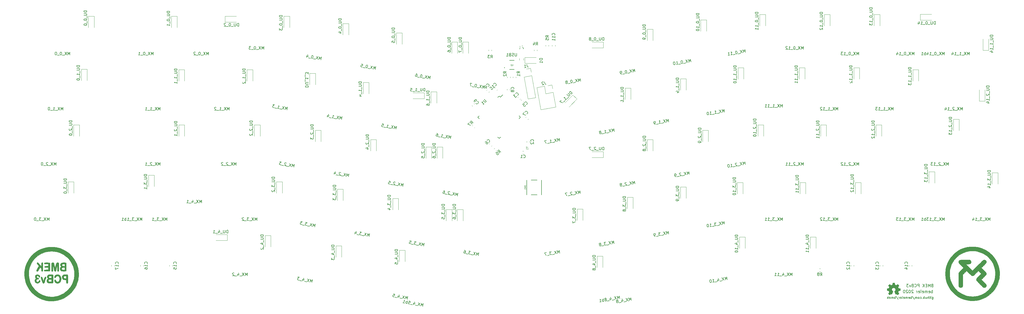
<source format=gbr>
G04 #@! TF.GenerationSoftware,KiCad,Pcbnew,(5.99.0-2612-g32a7d0025-dirty)*
G04 #@! TF.CreationDate,2020-08-10T15:08:21+02:00*
G04 #@! TF.ProjectId,BMEK_Hotswap,424d454b-5f48-46f7-9473-7761702e6b69,1*
G04 #@! TF.SameCoordinates,Original*
G04 #@! TF.FileFunction,Legend,Bot*
G04 #@! TF.FilePolarity,Positive*
%FSLAX46Y46*%
G04 Gerber Fmt 4.6, Leading zero omitted, Abs format (unit mm)*
G04 Created by KiCad (PCBNEW (5.99.0-2612-g32a7d0025-dirty)) date 2020-08-10 15:08:21*
%MOMM*%
%LPD*%
G01*
G04 APERTURE LIST*
%ADD10C,0.150000*%
%ADD11C,0.152400*%
%ADD12C,0.120000*%
%ADD13C,0.015000*%
%ADD14C,0.010000*%
%ADD15C,0.200000*%
%ADD16C,0.127000*%
%ADD17C,1.750000*%
%ADD18C,3.000000*%
%ADD19C,3.987800*%
%ADD20R,2.550000X2.500000*%
%ADD21C,4.287800*%
%ADD22C,3.348000*%
%ADD23C,5.350000*%
%ADD24C,6.500000*%
%ADD25C,9.000000*%
%ADD26C,3.800000*%
%ADD27R,1.200000X0.900000*%
%ADD28R,0.900000X1.200000*%
%ADD29R,0.750000X1.000000*%
%ADD30R,1.360000X0.600000*%
%ADD31C,0.650000*%
%ADD32R,0.600000X2.050000*%
%ADD33R,0.300000X2.050000*%
%ADD34O,1.000000X1.600000*%
%ADD35O,1.000000X2.100000*%
G04 APERTURE END LIST*
D10*
X170050182Y-60330956D02*
X170223830Y-59346148D01*
X169771526Y-59991699D01*
X169567291Y-59230382D01*
X169393643Y-60215190D01*
X169192126Y-59164231D02*
X168361940Y-60033273D01*
X168535588Y-59048465D02*
X169018478Y-60149039D01*
X168204715Y-60102257D02*
X167454385Y-59969954D01*
X166720593Y-59743859D02*
X167283341Y-59843087D01*
X167001967Y-59793473D02*
X167175615Y-58808665D01*
X167244600Y-58965890D01*
X167321853Y-59076219D01*
X167407375Y-59139653D01*
X166516473Y-59804575D02*
X165766143Y-59672271D01*
X165299791Y-58477907D02*
X165487373Y-58510983D01*
X165572896Y-58574416D01*
X165611522Y-58629581D01*
X165680507Y-58786806D01*
X165694326Y-58982657D01*
X165628175Y-59357822D01*
X165564741Y-59443344D01*
X165509577Y-59481971D01*
X165407516Y-59512329D01*
X165219934Y-59479253D01*
X165134412Y-59415819D01*
X165095785Y-59360655D01*
X165065427Y-59258594D01*
X165106772Y-59024116D01*
X165170206Y-58938594D01*
X165225370Y-58899968D01*
X165327430Y-58869610D01*
X165515013Y-58902686D01*
X165600535Y-58966119D01*
X165639162Y-59021284D01*
X165669520Y-59123344D01*
X31833361Y-88590380D02*
X31833361Y-87590380D01*
X31500028Y-88304666D01*
X31166694Y-87590380D01*
X31166694Y-88590380D01*
X30785742Y-87590380D02*
X30119075Y-88590380D01*
X30119075Y-87590380D02*
X30785742Y-88590380D01*
X29976218Y-88685619D02*
X29214313Y-88685619D01*
X29071456Y-87590380D02*
X28452409Y-87590380D01*
X28785742Y-87971333D01*
X28642885Y-87971333D01*
X28547647Y-88018952D01*
X28500028Y-88066571D01*
X28452409Y-88161809D01*
X28452409Y-88399904D01*
X28500028Y-88495142D01*
X28547647Y-88542761D01*
X28642885Y-88590380D01*
X28928599Y-88590380D01*
X29023837Y-88542761D01*
X29071456Y-88495142D01*
X28261932Y-88685619D02*
X27500028Y-88685619D01*
X27071456Y-87590380D02*
X26976218Y-87590380D01*
X26880980Y-87638000D01*
X26833361Y-87685619D01*
X26785742Y-87780857D01*
X26738123Y-87971333D01*
X26738123Y-88209428D01*
X26785742Y-88399904D01*
X26833361Y-88495142D01*
X26880980Y-88542761D01*
X26976218Y-88590380D01*
X27071456Y-88590380D01*
X27166694Y-88542761D01*
X27214313Y-88495142D01*
X27261932Y-88399904D01*
X27309552Y-88209428D01*
X27309552Y-87971333D01*
X27261932Y-87780857D01*
X27214313Y-87685619D01*
X27166694Y-87638000D01*
X27071456Y-87590380D01*
X233532752Y-75908946D02*
X233359104Y-74924138D01*
X233154869Y-75685455D01*
X232702565Y-75039904D01*
X232876213Y-76024711D01*
X232327400Y-75106055D02*
X231844510Y-76206628D01*
X231670862Y-75221821D02*
X232501048Y-76090863D01*
X231720361Y-76325227D02*
X230970031Y-76457530D01*
X230608801Y-75505798D02*
X230553636Y-75467171D01*
X230451576Y-75436814D01*
X230217098Y-75478158D01*
X230131576Y-75541592D01*
X230092949Y-75596757D01*
X230062591Y-75698817D01*
X230079129Y-75792608D01*
X230150832Y-75925026D01*
X230812807Y-76388546D01*
X230203164Y-76496042D01*
X230032119Y-76622909D02*
X229281789Y-76755212D01*
X228790859Y-76164826D02*
X228876381Y-76101392D01*
X228915008Y-76046228D01*
X228945366Y-75944167D01*
X228937097Y-75897272D01*
X228873663Y-75811750D01*
X228818499Y-75773123D01*
X228716439Y-75742765D01*
X228528856Y-75775841D01*
X228443334Y-75839275D01*
X228404707Y-75894439D01*
X228374350Y-75996499D01*
X228382618Y-76043395D01*
X228446052Y-76128917D01*
X228501217Y-76167544D01*
X228603277Y-76197902D01*
X228790859Y-76164826D01*
X228892919Y-76195183D01*
X228948084Y-76233810D01*
X229011517Y-76319332D01*
X229044593Y-76506915D01*
X229014236Y-76608975D01*
X228975609Y-76664139D01*
X228890087Y-76727573D01*
X228702504Y-76760649D01*
X228600444Y-76730291D01*
X228545280Y-76691664D01*
X228481846Y-76606142D01*
X228448770Y-76418560D01*
X228479128Y-76316500D01*
X228517754Y-76261335D01*
X228603277Y-76197902D01*
X162920682Y-39729957D02*
X163094330Y-38745149D01*
X162642026Y-39390700D01*
X162437791Y-38629383D01*
X162264143Y-39614191D01*
X162062626Y-38563232D02*
X161232440Y-39432274D01*
X161406088Y-38447466D02*
X161888978Y-39548040D01*
X161075215Y-39501258D02*
X160324885Y-39368955D01*
X160093011Y-38215935D02*
X159999220Y-38199398D01*
X159897159Y-38229755D01*
X159841995Y-38268382D01*
X159778561Y-38353904D01*
X159698590Y-38533218D01*
X159657245Y-38767696D01*
X159671065Y-38963547D01*
X159701423Y-39065607D01*
X159740049Y-39120772D01*
X159825571Y-39184205D01*
X159919363Y-39200743D01*
X160021423Y-39170386D01*
X160076587Y-39131759D01*
X160140021Y-39046237D01*
X160219992Y-38866923D01*
X160261337Y-38632445D01*
X160247517Y-38436594D01*
X160217160Y-38334534D01*
X160178533Y-38279369D01*
X160093011Y-38215935D01*
X159386973Y-39203576D02*
X158636643Y-39071272D01*
X158170291Y-37876908D02*
X158357873Y-37909984D01*
X158443396Y-37973417D01*
X158482022Y-38028582D01*
X158551007Y-38185807D01*
X158564826Y-38381658D01*
X158498675Y-38756823D01*
X158435241Y-38842345D01*
X158380077Y-38880972D01*
X158278016Y-38911330D01*
X158090434Y-38878254D01*
X158004912Y-38814820D01*
X157966285Y-38759656D01*
X157935927Y-38657595D01*
X157977272Y-38423117D01*
X158040706Y-38337595D01*
X158095870Y-38298969D01*
X158197930Y-38268611D01*
X158385513Y-38301687D01*
X158471035Y-38365120D01*
X158509662Y-38420285D01*
X158540020Y-38522345D01*
X207641752Y-61130347D02*
X207468104Y-60145539D01*
X207263869Y-60906856D01*
X206811565Y-60261305D01*
X206985213Y-61246112D01*
X206436400Y-60327456D02*
X205953510Y-61428029D01*
X205779862Y-60443222D02*
X206610048Y-61312264D01*
X205829361Y-61546628D02*
X205079031Y-61678931D01*
X204312164Y-61717443D02*
X204874911Y-61618216D01*
X204593537Y-61667829D02*
X204419889Y-60683022D01*
X204538487Y-60807170D01*
X204648816Y-60884424D01*
X204750877Y-60914781D01*
X204141119Y-61844310D02*
X203390789Y-61976613D01*
X203059917Y-60922821D02*
X202403378Y-61038587D01*
X202999087Y-61948974D01*
X226382352Y-96513646D02*
X226208704Y-95528838D01*
X226004469Y-96290155D01*
X225552165Y-95644604D01*
X225725813Y-96629411D01*
X225177000Y-95710755D02*
X224694110Y-96811328D01*
X224520462Y-95826521D02*
X225350648Y-96695563D01*
X224569961Y-96929927D02*
X223819631Y-97062230D01*
X223488758Y-96008438D02*
X222879116Y-96115934D01*
X223273536Y-96433216D01*
X223132850Y-96458023D01*
X223047327Y-96521457D01*
X223008701Y-96576621D01*
X222978343Y-96678682D01*
X223019688Y-96913160D01*
X223083121Y-96998682D01*
X223138286Y-97037309D01*
X223240346Y-97067666D01*
X223521720Y-97018052D01*
X223607242Y-96954619D01*
X223645869Y-96899454D01*
X222881719Y-97227609D02*
X222131389Y-97359912D01*
X221640459Y-96769526D02*
X221725981Y-96706092D01*
X221764608Y-96650928D01*
X221794966Y-96548867D01*
X221786697Y-96501972D01*
X221723263Y-96416450D01*
X221668099Y-96377823D01*
X221566039Y-96347465D01*
X221378456Y-96380541D01*
X221292934Y-96443975D01*
X221254307Y-96499139D01*
X221223950Y-96601199D01*
X221232218Y-96648095D01*
X221295652Y-96733617D01*
X221350817Y-96772244D01*
X221452877Y-96802602D01*
X221640459Y-96769526D01*
X221742519Y-96799883D01*
X221797684Y-96838510D01*
X221861117Y-96924032D01*
X221894193Y-97111615D01*
X221863836Y-97213675D01*
X221825209Y-97268839D01*
X221739687Y-97332273D01*
X221552104Y-97365349D01*
X221450044Y-97334991D01*
X221394880Y-97296364D01*
X221331446Y-97210842D01*
X221298370Y-97023260D01*
X221328728Y-96921200D01*
X221367354Y-96866035D01*
X221452877Y-96802602D01*
X122330132Y-109948257D02*
X122503780Y-108963449D01*
X122051476Y-109609000D01*
X121847241Y-108847683D01*
X121673593Y-109832491D01*
X121472076Y-108781532D02*
X120641890Y-109650574D01*
X120815538Y-108665766D02*
X121298428Y-109766340D01*
X120484665Y-109719558D02*
X119734335Y-109587255D01*
X119210100Y-108721160D02*
X119094335Y-109377698D01*
X119510730Y-108387340D02*
X119621173Y-109132119D01*
X119011531Y-109024622D01*
X118796423Y-109421876D02*
X118046093Y-109289572D01*
X118095593Y-108186167D02*
X117485950Y-108078670D01*
X117748067Y-108511718D01*
X117607380Y-108486911D01*
X117505320Y-108517269D01*
X117450156Y-108555895D01*
X117386722Y-108641417D01*
X117345377Y-108875895D01*
X117375735Y-108977956D01*
X117414362Y-109033120D01*
X117499884Y-109096554D01*
X117781258Y-109146167D01*
X117883318Y-109115810D01*
X117938482Y-109077183D01*
X142053682Y-94082157D02*
X142227330Y-93097349D01*
X141775026Y-93742900D01*
X141570791Y-92981583D01*
X141397143Y-93966391D01*
X141195626Y-92915432D02*
X140365440Y-93784474D01*
X140539088Y-92799666D02*
X141021978Y-93900240D01*
X140208215Y-93853458D02*
X139457885Y-93721155D01*
X139507385Y-92617749D02*
X138897742Y-92510253D01*
X139159859Y-92943300D01*
X139019172Y-92918493D01*
X138917112Y-92948851D01*
X138861948Y-92987478D01*
X138798514Y-93073000D01*
X138757169Y-93307478D01*
X138787527Y-93409538D01*
X138826154Y-93464703D01*
X138911676Y-93528136D01*
X139193050Y-93577750D01*
X139295110Y-93547392D01*
X139350274Y-93508766D01*
X138519973Y-93555776D02*
X137769643Y-93423472D01*
X137245408Y-92557377D02*
X137129643Y-93213916D01*
X137546038Y-92223557D02*
X137656482Y-92968336D01*
X137046839Y-92860840D01*
X291513050Y-29500180D02*
X291513050Y-28500180D01*
X291179716Y-29214466D01*
X290846383Y-28500180D01*
X290846383Y-29500180D01*
X290465430Y-28500180D02*
X289798764Y-29500180D01*
X289798764Y-28500180D02*
X290465430Y-29500180D01*
X289655907Y-29595419D02*
X288894002Y-29595419D01*
X288465430Y-28500180D02*
X288370192Y-28500180D01*
X288274954Y-28547800D01*
X288227335Y-28595419D01*
X288179716Y-28690657D01*
X288132097Y-28881133D01*
X288132097Y-29119228D01*
X288179716Y-29309704D01*
X288227335Y-29404942D01*
X288274954Y-29452561D01*
X288370192Y-29500180D01*
X288465430Y-29500180D01*
X288560669Y-29452561D01*
X288608288Y-29404942D01*
X288655907Y-29309704D01*
X288703526Y-29119228D01*
X288703526Y-28881133D01*
X288655907Y-28690657D01*
X288608288Y-28595419D01*
X288560669Y-28547800D01*
X288465430Y-28500180D01*
X287941621Y-29595419D02*
X287179716Y-29595419D01*
X286417811Y-29500180D02*
X286989240Y-29500180D01*
X286703526Y-29500180D02*
X286703526Y-28500180D01*
X286798764Y-28643038D01*
X286894002Y-28738276D01*
X286989240Y-28785895D01*
X286036859Y-28595419D02*
X285989240Y-28547800D01*
X285894002Y-28500180D01*
X285655907Y-28500180D01*
X285560669Y-28547800D01*
X285513050Y-28595419D01*
X285465430Y-28690657D01*
X285465430Y-28785895D01*
X285513050Y-28928752D01*
X286084478Y-29500180D01*
X285465430Y-29500180D01*
X348663051Y-31440380D02*
X348663051Y-30440380D01*
X348329717Y-31154666D01*
X347996384Y-30440380D01*
X347996384Y-31440380D01*
X347615431Y-30440380D02*
X346948765Y-31440380D01*
X346948765Y-30440380D02*
X347615431Y-31440380D01*
X346805908Y-31535619D02*
X346044003Y-31535619D01*
X345282098Y-31440380D02*
X345853527Y-31440380D01*
X345567812Y-31440380D02*
X345567812Y-30440380D01*
X345663051Y-30583238D01*
X345758289Y-30678476D01*
X345853527Y-30726095D01*
X345091622Y-31535619D02*
X344329717Y-31535619D01*
X343567812Y-31440380D02*
X344139241Y-31440380D01*
X343853527Y-31440380D02*
X343853527Y-30440380D01*
X343948765Y-30583238D01*
X344044003Y-30678476D01*
X344139241Y-30726095D01*
X342710670Y-30773714D02*
X342710670Y-31440380D01*
X342948765Y-30392761D02*
X343186860Y-31107047D01*
X342567812Y-31107047D01*
X329613250Y-88590380D02*
X329613250Y-87590380D01*
X329279916Y-88304666D01*
X328946583Y-87590380D01*
X328946583Y-88590380D01*
X328565630Y-87590380D02*
X327898964Y-88590380D01*
X327898964Y-87590380D02*
X328565630Y-88590380D01*
X327756107Y-88685619D02*
X326994202Y-88685619D01*
X326851345Y-87590380D02*
X326232297Y-87590380D01*
X326565630Y-87971333D01*
X326422773Y-87971333D01*
X326327535Y-88018952D01*
X326279916Y-88066571D01*
X326232297Y-88161809D01*
X326232297Y-88399904D01*
X326279916Y-88495142D01*
X326327535Y-88542761D01*
X326422773Y-88590380D01*
X326708488Y-88590380D01*
X326803726Y-88542761D01*
X326851345Y-88495142D01*
X326041821Y-88685619D02*
X325279916Y-88685619D01*
X324518011Y-88590380D02*
X325089440Y-88590380D01*
X324803726Y-88590380D02*
X324803726Y-87590380D01*
X324898964Y-87733238D01*
X324994202Y-87828476D01*
X325089440Y-87876095D01*
X324184678Y-87590380D02*
X323565630Y-87590380D01*
X323898964Y-87971333D01*
X323756107Y-87971333D01*
X323660869Y-88018952D01*
X323613250Y-88066571D01*
X323565630Y-88161809D01*
X323565630Y-88399904D01*
X323613250Y-88495142D01*
X323660869Y-88542761D01*
X323756107Y-88590380D01*
X324041821Y-88590380D01*
X324137059Y-88542761D01*
X324184678Y-88495142D01*
X265335358Y-108989056D02*
X265161710Y-108004248D01*
X264957475Y-108765565D01*
X264505171Y-108120014D01*
X264678819Y-109104822D01*
X264130006Y-108186166D02*
X263647116Y-109286739D01*
X263473468Y-108301931D02*
X264303655Y-109170973D01*
X263522967Y-109405337D02*
X262772637Y-109537640D01*
X261983796Y-108903076D02*
X262099561Y-109559615D01*
X262152122Y-108486566D02*
X262510634Y-109148656D01*
X261900991Y-109256152D01*
X261834725Y-109703020D02*
X261084396Y-109835323D01*
X260317528Y-109873835D02*
X260880275Y-109774608D01*
X260598902Y-109824221D02*
X260425253Y-108839414D01*
X260543851Y-108963562D01*
X260654181Y-109040816D01*
X260756241Y-109071173D01*
X259534237Y-108996524D02*
X259440446Y-109013062D01*
X259354923Y-109076495D01*
X259316297Y-109131660D01*
X259285939Y-109233720D01*
X259272119Y-109429571D01*
X259313464Y-109664049D01*
X259393436Y-109843363D01*
X259456869Y-109928885D01*
X259512034Y-109967512D01*
X259614094Y-109997869D01*
X259707885Y-109981332D01*
X259793407Y-109917898D01*
X259832034Y-109862733D01*
X259862392Y-109760673D01*
X259876211Y-109564822D01*
X259834867Y-109330344D01*
X259754895Y-109151030D01*
X259691462Y-109065508D01*
X259636297Y-109026881D01*
X259534237Y-108996524D01*
X123293082Y-90774157D02*
X123466730Y-89789349D01*
X123014426Y-90434900D01*
X122810191Y-89673583D01*
X122636543Y-90658391D01*
X122435026Y-89607432D02*
X121604840Y-90476474D01*
X121778488Y-89491666D02*
X122261378Y-90592240D01*
X121447615Y-90545458D02*
X120697285Y-90413155D01*
X120746785Y-89309749D02*
X120137142Y-89202253D01*
X120399259Y-89635300D01*
X120258572Y-89610493D01*
X120156512Y-89640851D01*
X120101348Y-89679478D01*
X120037914Y-89765000D01*
X119996569Y-89999478D01*
X120026927Y-90101538D01*
X120065554Y-90156703D01*
X120151076Y-90220136D01*
X120432450Y-90269750D01*
X120534510Y-90239392D01*
X120589674Y-90200766D01*
X119759373Y-90247776D02*
X119009043Y-90115472D01*
X119058543Y-89012067D02*
X118448900Y-88904570D01*
X118711017Y-89337618D01*
X118570330Y-89312811D01*
X118468270Y-89343169D01*
X118413106Y-89381795D01*
X118349672Y-89467317D01*
X118308327Y-89701795D01*
X118338685Y-89803856D01*
X118377312Y-89859020D01*
X118462834Y-89922454D01*
X118744208Y-89972067D01*
X118846268Y-89941710D01*
X118901432Y-89903083D01*
X233577452Y-37213247D02*
X233403804Y-36228439D01*
X233199569Y-36989756D01*
X232747265Y-36344205D01*
X232920913Y-37329012D01*
X232372100Y-36410356D02*
X231889210Y-37510929D01*
X231715562Y-36526122D02*
X232545748Y-37395164D01*
X231765061Y-37629528D02*
X231014731Y-37761831D01*
X230402485Y-36757653D02*
X230308694Y-36774191D01*
X230223171Y-36837624D01*
X230184545Y-36892789D01*
X230154187Y-36994849D01*
X230140367Y-37190700D01*
X230181712Y-37425178D01*
X230261683Y-37604492D01*
X230325117Y-37690014D01*
X230380282Y-37728641D01*
X230482342Y-37758998D01*
X230576133Y-37742460D01*
X230661655Y-37679027D01*
X230700282Y-37623862D01*
X230730640Y-37521802D01*
X230744459Y-37325951D01*
X230703114Y-37091473D01*
X230623143Y-36912159D01*
X230559710Y-36826637D01*
X230504545Y-36788010D01*
X230402485Y-36757653D01*
X230076819Y-37927210D02*
X229326489Y-38059513D01*
X229028578Y-38015336D02*
X228840995Y-38048412D01*
X228738935Y-38018054D01*
X228683771Y-37979428D01*
X228565173Y-37855279D01*
X228485201Y-37675965D01*
X228419050Y-37300800D01*
X228449407Y-37198740D01*
X228488034Y-37143576D01*
X228573556Y-37080142D01*
X228761139Y-37047066D01*
X228863199Y-37077424D01*
X228918363Y-37116051D01*
X228981797Y-37201573D01*
X229023142Y-37436051D01*
X228992784Y-37538111D01*
X228954157Y-37593276D01*
X228868635Y-37656709D01*
X228681053Y-37689785D01*
X228578992Y-37659427D01*
X228523828Y-37620801D01*
X228460394Y-37535278D01*
X310563051Y-31440380D02*
X310563051Y-30440380D01*
X310229717Y-31154666D01*
X309896384Y-30440380D01*
X309896384Y-31440380D01*
X309515431Y-30440380D02*
X308848765Y-31440380D01*
X308848765Y-30440380D02*
X309515431Y-31440380D01*
X308705908Y-31535619D02*
X307944003Y-31535619D01*
X307515431Y-30440380D02*
X307420193Y-30440380D01*
X307324955Y-30488000D01*
X307277336Y-30535619D01*
X307229717Y-30630857D01*
X307182098Y-30821333D01*
X307182098Y-31059428D01*
X307229717Y-31249904D01*
X307277336Y-31345142D01*
X307324955Y-31392761D01*
X307420193Y-31440380D01*
X307515431Y-31440380D01*
X307610670Y-31392761D01*
X307658289Y-31345142D01*
X307705908Y-31249904D01*
X307753527Y-31059428D01*
X307753527Y-30821333D01*
X307705908Y-30630857D01*
X307658289Y-30535619D01*
X307610670Y-30488000D01*
X307515431Y-30440380D01*
X306991622Y-31535619D02*
X306229717Y-31535619D01*
X305467812Y-31440380D02*
X306039241Y-31440380D01*
X305753527Y-31440380D02*
X305753527Y-30440380D01*
X305848765Y-30583238D01*
X305944003Y-30678476D01*
X306039241Y-30726095D01*
X305134479Y-30440380D02*
X304515431Y-30440380D01*
X304848765Y-30821333D01*
X304705908Y-30821333D01*
X304610670Y-30868952D01*
X304563051Y-30916571D01*
X304515431Y-31011809D01*
X304515431Y-31249904D01*
X304563051Y-31345142D01*
X304610670Y-31392761D01*
X304705908Y-31440380D01*
X304991622Y-31440380D01*
X305086860Y-31392761D01*
X305134479Y-31345142D01*
X284369450Y-88590379D02*
X284369450Y-87590379D01*
X284036116Y-88304665D01*
X283702783Y-87590379D01*
X283702783Y-88590379D01*
X283321830Y-87590379D02*
X282655164Y-88590379D01*
X282655164Y-87590379D02*
X283321830Y-88590379D01*
X282512307Y-88685618D02*
X281750402Y-88685618D01*
X281607545Y-87590379D02*
X280988497Y-87590379D01*
X281321830Y-87971332D01*
X281178973Y-87971332D01*
X281083735Y-88018951D01*
X281036116Y-88066570D01*
X280988497Y-88161808D01*
X280988497Y-88399903D01*
X281036116Y-88495141D01*
X281083735Y-88542760D01*
X281178973Y-88590379D01*
X281464688Y-88590379D01*
X281559926Y-88542760D01*
X281607545Y-88495141D01*
X280798021Y-88685618D02*
X280036116Y-88685618D01*
X279274211Y-88590379D02*
X279845640Y-88590379D01*
X279559926Y-88590379D02*
X279559926Y-87590379D01*
X279655164Y-87733237D01*
X279750402Y-87828475D01*
X279845640Y-87876094D01*
X278321830Y-88590379D02*
X278893259Y-88590379D01*
X278607545Y-88590379D02*
X278607545Y-87590379D01*
X278702783Y-87733237D01*
X278798021Y-87828475D01*
X278893259Y-87876094D01*
X252807009Y-33822556D02*
X252633361Y-32837748D01*
X252429126Y-33599065D01*
X251976822Y-32953514D01*
X252150470Y-33938322D01*
X251601657Y-33019666D02*
X251118767Y-34120239D01*
X250945119Y-33135431D02*
X251775306Y-34004473D01*
X250994618Y-34238837D02*
X250244288Y-34371140D01*
X249632042Y-33366962D02*
X249538251Y-33383500D01*
X249452728Y-33446933D01*
X249414102Y-33502098D01*
X249383744Y-33604158D01*
X249369924Y-33800010D01*
X249411269Y-34034488D01*
X249491241Y-34213801D01*
X249554674Y-34299323D01*
X249609839Y-34337950D01*
X249711899Y-34368308D01*
X249805690Y-34351770D01*
X249891212Y-34288336D01*
X249929839Y-34233172D01*
X249960197Y-34131111D01*
X249974016Y-33935260D01*
X249932672Y-33700782D01*
X249852700Y-33521469D01*
X249789267Y-33435946D01*
X249734102Y-33397320D01*
X249632042Y-33366962D01*
X249306376Y-34536520D02*
X248556047Y-34668823D01*
X247789179Y-34707335D02*
X248351926Y-34608108D01*
X248070553Y-34657721D02*
X247896904Y-33672914D01*
X248015502Y-33797062D01*
X248125832Y-33874316D01*
X248227892Y-33904673D01*
X247005888Y-33830024D02*
X246912097Y-33846562D01*
X246826574Y-33909995D01*
X246787948Y-33965160D01*
X246757590Y-34067220D01*
X246743770Y-34263071D01*
X246785115Y-34497549D01*
X246865087Y-34676863D01*
X246928520Y-34762385D01*
X246983685Y-34801012D01*
X247085745Y-34831369D01*
X247179536Y-34814832D01*
X247265058Y-34751398D01*
X247303685Y-34696233D01*
X247334043Y-34594173D01*
X247347862Y-34398322D01*
X247306518Y-34163844D01*
X247226546Y-33984530D01*
X247163113Y-33899008D01*
X247107948Y-33860381D01*
X247005888Y-33830024D01*
X214772152Y-79216947D02*
X214598504Y-78232139D01*
X214394269Y-78993456D01*
X213941965Y-78347905D01*
X214115613Y-79332712D01*
X213566800Y-78414056D02*
X213083910Y-79514629D01*
X212910262Y-78529822D02*
X213740448Y-79398864D01*
X212959761Y-79633228D02*
X212209431Y-79765531D01*
X211848201Y-78813799D02*
X211793036Y-78775172D01*
X211690976Y-78744815D01*
X211456498Y-78786159D01*
X211370976Y-78849593D01*
X211332349Y-78904758D01*
X211301991Y-79006818D01*
X211318529Y-79100609D01*
X211390232Y-79233027D01*
X212052207Y-79696547D01*
X211442564Y-79804043D01*
X211271519Y-79930910D02*
X210521189Y-80063213D01*
X210190317Y-79009421D02*
X209533778Y-79125187D01*
X210129487Y-80035574D01*
X310563150Y-69540380D02*
X310563150Y-68540380D01*
X310229816Y-69254666D01*
X309896483Y-68540380D01*
X309896483Y-69540380D01*
X309515530Y-68540380D02*
X308848864Y-69540380D01*
X308848864Y-68540380D02*
X309515530Y-69540380D01*
X308706007Y-69635619D02*
X307944102Y-69635619D01*
X307753626Y-68635619D02*
X307706007Y-68588000D01*
X307610769Y-68540380D01*
X307372673Y-68540380D01*
X307277435Y-68588000D01*
X307229816Y-68635619D01*
X307182197Y-68730857D01*
X307182197Y-68826095D01*
X307229816Y-68968952D01*
X307801245Y-69540380D01*
X307182197Y-69540380D01*
X306991721Y-69635619D02*
X306229816Y-69635619D01*
X305467911Y-69540380D02*
X306039340Y-69540380D01*
X305753626Y-69540380D02*
X305753626Y-68540380D01*
X305848864Y-68683238D01*
X305944102Y-68778476D01*
X306039340Y-68826095D01*
X305086959Y-68635619D02*
X305039340Y-68588000D01*
X304944102Y-68540380D01*
X304706007Y-68540380D01*
X304610769Y-68588000D01*
X304563150Y-68635619D01*
X304515530Y-68730857D01*
X304515530Y-68826095D01*
X304563150Y-68968952D01*
X305134578Y-69540380D01*
X304515530Y-69540380D01*
X207621752Y-99821647D02*
X207448104Y-98836839D01*
X207243869Y-99598156D01*
X206791565Y-98952605D01*
X206965213Y-99937412D01*
X206416400Y-99018756D02*
X205933510Y-100119329D01*
X205759862Y-99134522D02*
X206590048Y-100003564D01*
X205809361Y-100237928D02*
X205059031Y-100370231D01*
X204728158Y-99316439D02*
X204118516Y-99423935D01*
X204512936Y-99741217D01*
X204372250Y-99766024D01*
X204286727Y-99829458D01*
X204248101Y-99884622D01*
X204217743Y-99986683D01*
X204259088Y-100221161D01*
X204322521Y-100306683D01*
X204377686Y-100345310D01*
X204479746Y-100375667D01*
X204761120Y-100326053D01*
X204846642Y-100262620D01*
X204885269Y-100207455D01*
X204121119Y-100535610D02*
X203370789Y-100667913D01*
X203039917Y-99614121D02*
X202383378Y-99729887D01*
X202979087Y-100640274D01*
X284369350Y-49429880D02*
X284369350Y-48429880D01*
X284036016Y-49144166D01*
X283702683Y-48429880D01*
X283702683Y-49429880D01*
X283321730Y-48429880D02*
X282655064Y-49429880D01*
X282655064Y-48429880D02*
X283321730Y-49429880D01*
X282512207Y-49525119D02*
X281750302Y-49525119D01*
X280988397Y-49429880D02*
X281559826Y-49429880D01*
X281274111Y-49429880D02*
X281274111Y-48429880D01*
X281369350Y-48572738D01*
X281464588Y-48667976D01*
X281559826Y-48715595D01*
X280797921Y-49525119D02*
X280036016Y-49525119D01*
X279274111Y-49429880D02*
X279845540Y-49429880D01*
X279559826Y-49429880D02*
X279559826Y-48429880D01*
X279655064Y-48572738D01*
X279750302Y-48667976D01*
X279845540Y-48715595D01*
X278321730Y-49429880D02*
X278893159Y-49429880D01*
X278607445Y-49429880D02*
X278607445Y-48429880D01*
X278702683Y-48572738D01*
X278797921Y-48667976D01*
X278893159Y-48715595D01*
X341519401Y-69540380D02*
X341519401Y-68540380D01*
X341186067Y-69254666D01*
X340852734Y-68540380D01*
X340852734Y-69540380D01*
X340471781Y-68540380D02*
X339805115Y-69540380D01*
X339805115Y-68540380D02*
X340471781Y-69540380D01*
X339662258Y-69635619D02*
X338900353Y-69635619D01*
X338709877Y-68635619D02*
X338662258Y-68588000D01*
X338567020Y-68540380D01*
X338328924Y-68540380D01*
X338233686Y-68588000D01*
X338186067Y-68635619D01*
X338138448Y-68730857D01*
X338138448Y-68826095D01*
X338186067Y-68968952D01*
X338757496Y-69540380D01*
X338138448Y-69540380D01*
X337947972Y-69635619D02*
X337186067Y-69635619D01*
X336424162Y-69540380D02*
X336995591Y-69540380D01*
X336709877Y-69540380D02*
X336709877Y-68540380D01*
X336805115Y-68683238D01*
X336900353Y-68778476D01*
X336995591Y-68826095D01*
X336090829Y-68540380D02*
X335471781Y-68540380D01*
X335805115Y-68921333D01*
X335662258Y-68921333D01*
X335567020Y-68968952D01*
X335519401Y-69016571D01*
X335471781Y-69111809D01*
X335471781Y-69349904D01*
X335519401Y-69445142D01*
X335567020Y-69492761D01*
X335662258Y-69540380D01*
X335947972Y-69540380D01*
X336043210Y-69492761D01*
X336090829Y-69445142D01*
X303419450Y-88590380D02*
X303419450Y-87590380D01*
X303086116Y-88304666D01*
X302752783Y-87590380D01*
X302752783Y-88590380D01*
X302371830Y-87590380D02*
X301705164Y-88590380D01*
X301705164Y-87590380D02*
X302371830Y-88590380D01*
X301562307Y-88685619D02*
X300800402Y-88685619D01*
X300657545Y-87590380D02*
X300038497Y-87590380D01*
X300371830Y-87971333D01*
X300228973Y-87971333D01*
X300133735Y-88018952D01*
X300086116Y-88066571D01*
X300038497Y-88161809D01*
X300038497Y-88399904D01*
X300086116Y-88495142D01*
X300133735Y-88542761D01*
X300228973Y-88590380D01*
X300514688Y-88590380D01*
X300609926Y-88542761D01*
X300657545Y-88495142D01*
X299848021Y-88685619D02*
X299086116Y-88685619D01*
X298324211Y-88590380D02*
X298895640Y-88590380D01*
X298609926Y-88590380D02*
X298609926Y-87590380D01*
X298705164Y-87733238D01*
X298800402Y-87828476D01*
X298895640Y-87876095D01*
X297943259Y-87685619D02*
X297895640Y-87638000D01*
X297800402Y-87590380D01*
X297562307Y-87590380D01*
X297467069Y-87638000D01*
X297419450Y-87685619D01*
X297371830Y-87780857D01*
X297371830Y-87876095D01*
X297419450Y-88018952D01*
X297990878Y-88590380D01*
X297371830Y-88590380D01*
X287677450Y-107640380D02*
X287677450Y-106640380D01*
X287344116Y-107354666D01*
X287010783Y-106640380D01*
X287010783Y-107640380D01*
X286629830Y-106640380D02*
X285963164Y-107640380D01*
X285963164Y-106640380D02*
X286629830Y-107640380D01*
X285820307Y-107735619D02*
X285058402Y-107735619D01*
X284391735Y-106973714D02*
X284391735Y-107640380D01*
X284629830Y-106592761D02*
X284867926Y-107307047D01*
X284248878Y-107307047D01*
X284106021Y-107735619D02*
X283344116Y-107735619D01*
X282582211Y-107640380D02*
X283153640Y-107640380D01*
X282867926Y-107640380D02*
X282867926Y-106640380D01*
X282963164Y-106783238D01*
X283058402Y-106878476D01*
X283153640Y-106926095D01*
X281629830Y-107640380D02*
X282201259Y-107640380D01*
X281915545Y-107640380D02*
X281915545Y-106640380D01*
X282010783Y-106783238D01*
X282106021Y-106878476D01*
X282201259Y-106926095D01*
X226402353Y-57822347D02*
X226228705Y-56837539D01*
X226024470Y-57598856D01*
X225572166Y-56953305D01*
X225745814Y-57938112D01*
X225197001Y-57019456D02*
X224714111Y-58120029D01*
X224540463Y-57135222D02*
X225370649Y-58004264D01*
X224589962Y-58238628D02*
X223839632Y-58370931D01*
X223072765Y-58409443D02*
X223635512Y-58310216D01*
X223354138Y-58359829D02*
X223180490Y-57375022D01*
X223299088Y-57499170D01*
X223409417Y-57576424D01*
X223511478Y-57606781D01*
X222901720Y-58536310D02*
X222151390Y-58668613D01*
X221660460Y-58078227D02*
X221745982Y-58014793D01*
X221784609Y-57959629D01*
X221814967Y-57857568D01*
X221806698Y-57810673D01*
X221743264Y-57725151D01*
X221688100Y-57686524D01*
X221586040Y-57656166D01*
X221398457Y-57689242D01*
X221312935Y-57752676D01*
X221274308Y-57807840D01*
X221243951Y-57909900D01*
X221252219Y-57956796D01*
X221315653Y-58042318D01*
X221370818Y-58080945D01*
X221472878Y-58111303D01*
X221660460Y-58078227D01*
X221762520Y-58108584D01*
X221817685Y-58147211D01*
X221881118Y-58232733D01*
X221914194Y-58420316D01*
X221883837Y-58522376D01*
X221845210Y-58577540D01*
X221759688Y-58640974D01*
X221572105Y-58674050D01*
X221470045Y-58643692D01*
X221414881Y-58605065D01*
X221351447Y-58519543D01*
X221318371Y-58331961D01*
X221348729Y-58229901D01*
X221387355Y-58174736D01*
X221472878Y-58111303D01*
X93855059Y-50490380D02*
X93855059Y-49490380D01*
X93521726Y-50204666D01*
X93188392Y-49490380D01*
X93188392Y-50490380D01*
X92807440Y-49490380D02*
X92140773Y-50490380D01*
X92140773Y-49490380D02*
X92807440Y-50490380D01*
X91997916Y-50585619D02*
X91236011Y-50585619D01*
X90474107Y-50490380D02*
X91045535Y-50490380D01*
X90759821Y-50490380D02*
X90759821Y-49490380D01*
X90855059Y-49633238D01*
X90950297Y-49728476D01*
X91045535Y-49776095D01*
X90283630Y-50585619D02*
X89521726Y-50585619D01*
X89331250Y-49585619D02*
X89283630Y-49538000D01*
X89188392Y-49490380D01*
X88950297Y-49490380D01*
X88855059Y-49538000D01*
X88807440Y-49585619D01*
X88759821Y-49680857D01*
X88759821Y-49776095D01*
X88807440Y-49918952D01*
X89378869Y-50490380D01*
X88759821Y-50490380D01*
X264392509Y-51123656D02*
X264218861Y-50138848D01*
X264014626Y-50900165D01*
X263562322Y-50254614D01*
X263735970Y-51239422D01*
X263187157Y-50320766D02*
X262704267Y-51421339D01*
X262530619Y-50436531D02*
X263360806Y-51305573D01*
X262580118Y-51539937D02*
X261829788Y-51672240D01*
X261062921Y-51710752D02*
X261625668Y-51611525D01*
X261344294Y-51661139D02*
X261170646Y-50676331D01*
X261289244Y-50800480D01*
X261399573Y-50877733D01*
X261501634Y-50908091D01*
X260891876Y-51837620D02*
X260141547Y-51969923D01*
X259374679Y-52008435D02*
X259937426Y-51909208D01*
X259656053Y-51958821D02*
X259482404Y-50974014D01*
X259601002Y-51098162D01*
X259711332Y-51175416D01*
X259813392Y-51205773D01*
X258591388Y-51131124D02*
X258497597Y-51147662D01*
X258412074Y-51211095D01*
X258373448Y-51266260D01*
X258343090Y-51368320D01*
X258329270Y-51564171D01*
X258370615Y-51798649D01*
X258450587Y-51977963D01*
X258514020Y-52063485D01*
X258569185Y-52102112D01*
X258671245Y-52132469D01*
X258765036Y-52115932D01*
X258850558Y-52052498D01*
X258889185Y-51997333D01*
X258919543Y-51895273D01*
X258933362Y-51699422D01*
X258892018Y-51464944D01*
X258812046Y-51285630D01*
X258748613Y-51200108D01*
X258693448Y-51161481D01*
X258591388Y-51131124D01*
X271567608Y-30514558D02*
X271393960Y-29529750D01*
X271189725Y-30291067D01*
X270737421Y-29645516D01*
X270911069Y-30630324D01*
X270362256Y-29711668D02*
X269879366Y-30812241D01*
X269705718Y-29827433D02*
X270535905Y-30696475D01*
X269755217Y-30930839D02*
X269004887Y-31063142D01*
X268392641Y-30058964D02*
X268298850Y-30075502D01*
X268213327Y-30138935D01*
X268174701Y-30194100D01*
X268144343Y-30296160D01*
X268130523Y-30492012D01*
X268171868Y-30726490D01*
X268251840Y-30905803D01*
X268315273Y-30991325D01*
X268370438Y-31029952D01*
X268472498Y-31060310D01*
X268566289Y-31043772D01*
X268651811Y-30980338D01*
X268690438Y-30925174D01*
X268720796Y-30823113D01*
X268734615Y-30627262D01*
X268693271Y-30392784D01*
X268613299Y-30213471D01*
X268549866Y-30127948D01*
X268494701Y-30089322D01*
X268392641Y-30058964D01*
X268066975Y-31228522D02*
X267316646Y-31360825D01*
X266549778Y-31399337D02*
X267112525Y-31300110D01*
X266831152Y-31349723D02*
X266657503Y-30364916D01*
X266776101Y-30489064D01*
X266886431Y-30566318D01*
X266988491Y-30596675D01*
X265611866Y-31564716D02*
X266174613Y-31465489D01*
X265893239Y-31515102D02*
X265719591Y-30530295D01*
X265838189Y-30654444D01*
X265948518Y-30731697D01*
X266050579Y-30762055D01*
X72423709Y-88590380D02*
X72423709Y-87590380D01*
X72090376Y-88304666D01*
X71757042Y-87590380D01*
X71757042Y-88590380D01*
X71376090Y-87590380D02*
X70709423Y-88590380D01*
X70709423Y-87590380D02*
X71376090Y-88590380D01*
X70566566Y-88685619D02*
X69804661Y-88685619D01*
X69661804Y-87590380D02*
X69042757Y-87590380D01*
X69376090Y-87971333D01*
X69233233Y-87971333D01*
X69137995Y-88018952D01*
X69090376Y-88066571D01*
X69042757Y-88161809D01*
X69042757Y-88399904D01*
X69090376Y-88495142D01*
X69137995Y-88542761D01*
X69233233Y-88590380D01*
X69518947Y-88590380D01*
X69614185Y-88542761D01*
X69661804Y-88495142D01*
X68852280Y-88685619D02*
X68090376Y-88685619D01*
X67328471Y-88590380D02*
X67899900Y-88590380D01*
X67614185Y-88590380D02*
X67614185Y-87590380D01*
X67709423Y-87733238D01*
X67804661Y-87828476D01*
X67899900Y-87876095D01*
X34214661Y-69540380D02*
X34214661Y-68540380D01*
X33881328Y-69254666D01*
X33547994Y-68540380D01*
X33547994Y-69540380D01*
X33167042Y-68540380D02*
X32500375Y-69540380D01*
X32500375Y-68540380D02*
X33167042Y-69540380D01*
X32357518Y-69635619D02*
X31595613Y-69635619D01*
X31405137Y-68635619D02*
X31357518Y-68588000D01*
X31262280Y-68540380D01*
X31024185Y-68540380D01*
X30928947Y-68588000D01*
X30881328Y-68635619D01*
X30833709Y-68730857D01*
X30833709Y-68826095D01*
X30881328Y-68968952D01*
X31452756Y-69540380D01*
X30833709Y-69540380D01*
X30643232Y-69635619D02*
X29881328Y-69635619D01*
X29452756Y-68540380D02*
X29357518Y-68540380D01*
X29262280Y-68588000D01*
X29214661Y-68635619D01*
X29167042Y-68730857D01*
X29119423Y-68921333D01*
X29119423Y-69159428D01*
X29167042Y-69349904D01*
X29214661Y-69445142D01*
X29262280Y-69492761D01*
X29357518Y-69540380D01*
X29452756Y-69540380D01*
X29547994Y-69492761D01*
X29595613Y-69445142D01*
X29643232Y-69349904D01*
X29690852Y-69159428D01*
X29690852Y-68921333D01*
X29643232Y-68730857D01*
X29595613Y-68635619D01*
X29547994Y-68588000D01*
X29452756Y-68540380D01*
X36595961Y-50490380D02*
X36595961Y-49490380D01*
X36262628Y-50204666D01*
X35929294Y-49490380D01*
X35929294Y-50490380D01*
X35548342Y-49490380D02*
X34881675Y-50490380D01*
X34881675Y-49490380D02*
X35548342Y-50490380D01*
X34738818Y-50585619D02*
X33976913Y-50585619D01*
X33215009Y-50490380D02*
X33786437Y-50490380D01*
X33500723Y-50490380D02*
X33500723Y-49490380D01*
X33595961Y-49633238D01*
X33691199Y-49728476D01*
X33786437Y-49776095D01*
X33024532Y-50585619D02*
X32262628Y-50585619D01*
X31834056Y-49490380D02*
X31738818Y-49490380D01*
X31643580Y-49538000D01*
X31595961Y-49585619D01*
X31548342Y-49680857D01*
X31500723Y-49871333D01*
X31500723Y-50109428D01*
X31548342Y-50299904D01*
X31595961Y-50395142D01*
X31643580Y-50442761D01*
X31738818Y-50490380D01*
X31834056Y-50490380D01*
X31929294Y-50442761D01*
X31976913Y-50395142D01*
X32024532Y-50299904D01*
X32072152Y-50109428D01*
X32072152Y-49871333D01*
X32024532Y-49680857D01*
X31976913Y-49585619D01*
X31929294Y-49538000D01*
X31834056Y-49490380D01*
X245142952Y-93205646D02*
X244969304Y-92220838D01*
X244765069Y-92982155D01*
X244312765Y-92336604D01*
X244486413Y-93321411D01*
X243937600Y-92402755D02*
X243454710Y-93503328D01*
X243281062Y-92518521D02*
X244111248Y-93387563D01*
X243330561Y-93621927D02*
X242580231Y-93754230D01*
X242249358Y-92700438D02*
X241639716Y-92807934D01*
X242034136Y-93125216D01*
X241893450Y-93150023D01*
X241807927Y-93213457D01*
X241769301Y-93268621D01*
X241738943Y-93370682D01*
X241780288Y-93605160D01*
X241843721Y-93690682D01*
X241898886Y-93729309D01*
X242000946Y-93759666D01*
X242282320Y-93710052D01*
X242367842Y-93646619D01*
X242406469Y-93591454D01*
X241642319Y-93919609D02*
X240891989Y-94051912D01*
X240594078Y-94007735D02*
X240406495Y-94040811D01*
X240304435Y-94010453D01*
X240249271Y-93971827D01*
X240130673Y-93847678D01*
X240050701Y-93668364D01*
X239984550Y-93293199D01*
X240014907Y-93191139D01*
X240053534Y-93135975D01*
X240139056Y-93072541D01*
X240326639Y-93039465D01*
X240428699Y-93069823D01*
X240483863Y-93108450D01*
X240547297Y-93193972D01*
X240588642Y-93428450D01*
X240558284Y-93530510D01*
X240519657Y-93585675D01*
X240434135Y-93649108D01*
X240246553Y-93682184D01*
X240144492Y-93651826D01*
X240089328Y-93613200D01*
X240025894Y-93527677D01*
X322469350Y-50490380D02*
X322469350Y-49490380D01*
X322136016Y-50204666D01*
X321802683Y-49490380D01*
X321802683Y-50490380D01*
X321421730Y-49490380D02*
X320755064Y-50490380D01*
X320755064Y-49490380D02*
X321421730Y-50490380D01*
X320612207Y-50585619D02*
X319850302Y-50585619D01*
X319088397Y-50490380D02*
X319659826Y-50490380D01*
X319374111Y-50490380D02*
X319374111Y-49490380D01*
X319469350Y-49633238D01*
X319564588Y-49728476D01*
X319659826Y-49776095D01*
X318897921Y-50585619D02*
X318136016Y-50585619D01*
X317374111Y-50490380D02*
X317945540Y-50490380D01*
X317659826Y-50490380D02*
X317659826Y-49490380D01*
X317755064Y-49633238D01*
X317850302Y-49728476D01*
X317945540Y-49776095D01*
X317040778Y-49490380D02*
X316421730Y-49490380D01*
X316755064Y-49871333D01*
X316612207Y-49871333D01*
X316516969Y-49918952D01*
X316469350Y-49966571D01*
X316421730Y-50061809D01*
X316421730Y-50299904D01*
X316469350Y-50395142D01*
X316516969Y-50442761D01*
X316612207Y-50490380D01*
X316897921Y-50490380D01*
X316993159Y-50442761D01*
X317040778Y-50395142D01*
X340066771Y-88590380D02*
X340066771Y-87590380D01*
X339733438Y-88304666D01*
X339400104Y-87590380D01*
X339400104Y-88590380D01*
X339019152Y-87590380D02*
X338352485Y-88590380D01*
X338352485Y-87590380D02*
X339019152Y-88590380D01*
X338209628Y-88685619D02*
X337447723Y-88685619D01*
X337304866Y-87590380D02*
X336685819Y-87590380D01*
X337019152Y-87971333D01*
X336876295Y-87971333D01*
X336781057Y-88018952D01*
X336733438Y-88066571D01*
X336685819Y-88161809D01*
X336685819Y-88399904D01*
X336733438Y-88495142D01*
X336781057Y-88542761D01*
X336876295Y-88590380D01*
X337162009Y-88590380D01*
X337257247Y-88542761D01*
X337304866Y-88495142D01*
X336495342Y-88685619D02*
X335733438Y-88685619D01*
X334971533Y-88590380D02*
X335542961Y-88590380D01*
X335257247Y-88590380D02*
X335257247Y-87590380D01*
X335352485Y-87733238D01*
X335447723Y-87828476D01*
X335542961Y-87876095D01*
X334638200Y-87590380D02*
X334019152Y-87590380D01*
X334352485Y-87971333D01*
X334209628Y-87971333D01*
X334114390Y-88018952D01*
X334066771Y-88066571D01*
X334019152Y-88161809D01*
X334019152Y-88399904D01*
X334066771Y-88495142D01*
X334114390Y-88542761D01*
X334209628Y-88590380D01*
X334495342Y-88590380D01*
X334590580Y-88542761D01*
X334638200Y-88495142D01*
X333590580Y-88590380D02*
X333590580Y-87590380D01*
X333590580Y-87971333D02*
X333495342Y-87923714D01*
X333304866Y-87923714D01*
X333209628Y-87971333D01*
X333162009Y-88018952D01*
X333114390Y-88114190D01*
X333114390Y-88399904D01*
X333162009Y-88495142D01*
X333209628Y-88542761D01*
X333304866Y-88590380D01*
X333495342Y-88590380D01*
X333590580Y-88542761D01*
X332162009Y-88590380D02*
X332733438Y-88590380D01*
X332447723Y-88590380D02*
X332447723Y-87590380D01*
X332542961Y-87733238D01*
X332638200Y-87828476D01*
X332733438Y-87876095D01*
X96236259Y-69540380D02*
X96236259Y-68540380D01*
X95902926Y-69254666D01*
X95569592Y-68540380D01*
X95569592Y-69540380D01*
X95188640Y-68540380D02*
X94521973Y-69540380D01*
X94521973Y-68540380D02*
X95188640Y-69540380D01*
X94379116Y-69635619D02*
X93617211Y-69635619D01*
X93426735Y-68635619D02*
X93379116Y-68588000D01*
X93283878Y-68540380D01*
X93045783Y-68540380D01*
X92950545Y-68588000D01*
X92902926Y-68635619D01*
X92855307Y-68730857D01*
X92855307Y-68826095D01*
X92902926Y-68968952D01*
X93474354Y-69540380D01*
X92855307Y-69540380D01*
X92664830Y-69635619D02*
X91902926Y-69635619D01*
X91712450Y-68635619D02*
X91664830Y-68588000D01*
X91569592Y-68540380D01*
X91331497Y-68540380D01*
X91236259Y-68588000D01*
X91188640Y-68635619D01*
X91141021Y-68730857D01*
X91141021Y-68826095D01*
X91188640Y-68968952D01*
X91760069Y-69540380D01*
X91141021Y-69540380D01*
X103379959Y-88590380D02*
X103379959Y-87590380D01*
X103046626Y-88304666D01*
X102713292Y-87590380D01*
X102713292Y-88590380D01*
X102332340Y-87590380D02*
X101665673Y-88590380D01*
X101665673Y-87590380D02*
X102332340Y-88590380D01*
X101522816Y-88685619D02*
X100760911Y-88685619D01*
X100618054Y-87590380D02*
X99999007Y-87590380D01*
X100332340Y-87971333D01*
X100189483Y-87971333D01*
X100094245Y-88018952D01*
X100046626Y-88066571D01*
X99999007Y-88161809D01*
X99999007Y-88399904D01*
X100046626Y-88495142D01*
X100094245Y-88542761D01*
X100189483Y-88590380D01*
X100475197Y-88590380D01*
X100570435Y-88542761D01*
X100618054Y-88495142D01*
X99808530Y-88685619D02*
X99046626Y-88685619D01*
X98856150Y-87685619D02*
X98808530Y-87638000D01*
X98713292Y-87590380D01*
X98475197Y-87590380D01*
X98379959Y-87638000D01*
X98332340Y-87685619D01*
X98284721Y-87780857D01*
X98284721Y-87876095D01*
X98332340Y-88018952D01*
X98903769Y-88590380D01*
X98284721Y-88590380D01*
X100071959Y-107640380D02*
X100071959Y-106640380D01*
X99738626Y-107354666D01*
X99405292Y-106640380D01*
X99405292Y-107640380D01*
X99024340Y-106640380D02*
X98357673Y-107640380D01*
X98357673Y-106640380D02*
X99024340Y-107640380D01*
X98214816Y-107735619D02*
X97452911Y-107735619D01*
X96786245Y-106973714D02*
X96786245Y-107640380D01*
X97024340Y-106592761D02*
X97262435Y-107307047D01*
X96643388Y-107307047D01*
X96500530Y-107735619D02*
X95738626Y-107735619D01*
X95548150Y-106735619D02*
X95500530Y-106688000D01*
X95405292Y-106640380D01*
X95167197Y-106640380D01*
X95071959Y-106688000D01*
X95024340Y-106735619D01*
X94976721Y-106830857D01*
X94976721Y-106926095D01*
X95024340Y-107068952D01*
X95595769Y-107640380D01*
X94976721Y-107640380D01*
X303419350Y-50490380D02*
X303419350Y-49490380D01*
X303086016Y-50204666D01*
X302752683Y-49490380D01*
X302752683Y-50490380D01*
X302371730Y-49490380D02*
X301705064Y-50490380D01*
X301705064Y-49490380D02*
X302371730Y-50490380D01*
X301562207Y-50585619D02*
X300800302Y-50585619D01*
X300038397Y-50490380D02*
X300609826Y-50490380D01*
X300324111Y-50490380D02*
X300324111Y-49490380D01*
X300419350Y-49633238D01*
X300514588Y-49728476D01*
X300609826Y-49776095D01*
X299847921Y-50585619D02*
X299086016Y-50585619D01*
X298324111Y-50490380D02*
X298895540Y-50490380D01*
X298609826Y-50490380D02*
X298609826Y-49490380D01*
X298705064Y-49633238D01*
X298800302Y-49728476D01*
X298895540Y-49776095D01*
X297943159Y-49585619D02*
X297895540Y-49538000D01*
X297800302Y-49490380D01*
X297562207Y-49490380D01*
X297466969Y-49538000D01*
X297419350Y-49585619D01*
X297371730Y-49680857D01*
X297371730Y-49776095D01*
X297419350Y-49918952D01*
X297990778Y-50490380D01*
X297371730Y-50490380D01*
X252293352Y-72600947D02*
X252119704Y-71616139D01*
X251915469Y-72377456D01*
X251463165Y-71731905D01*
X251636813Y-72716712D01*
X251088000Y-71798056D02*
X250605110Y-72898629D01*
X250431462Y-71913822D02*
X251261648Y-72782864D01*
X250480961Y-73017228D02*
X249730631Y-73149531D01*
X249369401Y-72197799D02*
X249314236Y-72159172D01*
X249212176Y-72128815D01*
X248977698Y-72170159D01*
X248892176Y-72233593D01*
X248853549Y-72288758D01*
X248823191Y-72390818D01*
X248839729Y-72484609D01*
X248911432Y-72617027D01*
X249573407Y-73080547D01*
X248963764Y-73188043D01*
X248792719Y-73314910D02*
X248042389Y-73447213D01*
X247744478Y-73403036D02*
X247556895Y-73436112D01*
X247454835Y-73405754D01*
X247399671Y-73367128D01*
X247281073Y-73242979D01*
X247201101Y-73063665D01*
X247134950Y-72688500D01*
X247165307Y-72586440D01*
X247203934Y-72531276D01*
X247289456Y-72467842D01*
X247477039Y-72434766D01*
X247579099Y-72465124D01*
X247634263Y-72503751D01*
X247697697Y-72589273D01*
X247739042Y-72823751D01*
X247708684Y-72925811D01*
X247670057Y-72980976D01*
X247584535Y-73044409D01*
X247396953Y-73077485D01*
X247294892Y-73047127D01*
X247239728Y-73008501D01*
X247176294Y-72922978D01*
X329613051Y-31440380D02*
X329613051Y-30440380D01*
X329279717Y-31154666D01*
X328946384Y-30440380D01*
X328946384Y-31440380D01*
X328565431Y-30440380D02*
X327898765Y-31440380D01*
X327898765Y-30440380D02*
X328565431Y-31440380D01*
X327755908Y-31535619D02*
X326994003Y-31535619D01*
X326565431Y-30440380D02*
X326470193Y-30440380D01*
X326374955Y-30488000D01*
X326327336Y-30535619D01*
X326279717Y-30630857D01*
X326232098Y-30821333D01*
X326232098Y-31059428D01*
X326279717Y-31249904D01*
X326327336Y-31345142D01*
X326374955Y-31392761D01*
X326470193Y-31440380D01*
X326565431Y-31440380D01*
X326660670Y-31392761D01*
X326708289Y-31345142D01*
X326755908Y-31249904D01*
X326803527Y-31059428D01*
X326803527Y-30821333D01*
X326755908Y-30630857D01*
X326708289Y-30535619D01*
X326660670Y-30488000D01*
X326565431Y-30440380D01*
X326041622Y-31535619D02*
X325279717Y-31535619D01*
X324517812Y-31440380D02*
X325089241Y-31440380D01*
X324803527Y-31440380D02*
X324803527Y-30440380D01*
X324898765Y-30583238D01*
X324994003Y-30678476D01*
X325089241Y-30726095D01*
X323660670Y-30773714D02*
X323660670Y-31440380D01*
X323898765Y-30392761D02*
X324136860Y-31107047D01*
X323517812Y-31107047D01*
X179574882Y-100698157D02*
X179748530Y-99713349D01*
X179296226Y-100358900D01*
X179091991Y-99597583D01*
X178918343Y-100582391D01*
X178716826Y-99531432D02*
X177886640Y-100400474D01*
X178060288Y-99415666D02*
X178543178Y-100516240D01*
X177729415Y-100469458D02*
X176979085Y-100337155D01*
X177028585Y-99233749D02*
X176418942Y-99126253D01*
X176681059Y-99559300D01*
X176540372Y-99534493D01*
X176438312Y-99564851D01*
X176383148Y-99603478D01*
X176319714Y-99689000D01*
X176278369Y-99923478D01*
X176308727Y-100025538D01*
X176347354Y-100080703D01*
X176432876Y-100144136D01*
X176714250Y-100193750D01*
X176816310Y-100163392D01*
X176871474Y-100124766D01*
X176041173Y-100171776D02*
X175290843Y-100039472D01*
X174824491Y-98845108D02*
X175012073Y-98878184D01*
X175097596Y-98941617D01*
X175136222Y-98996782D01*
X175205207Y-99154007D01*
X175219026Y-99349858D01*
X175152875Y-99725023D01*
X175089441Y-99810545D01*
X175034277Y-99849172D01*
X174932216Y-99879530D01*
X174744634Y-99846454D01*
X174659112Y-99783020D01*
X174620485Y-99727856D01*
X174590127Y-99625795D01*
X174631472Y-99391317D01*
X174694906Y-99305795D01*
X174750070Y-99267169D01*
X174852130Y-99236811D01*
X175039713Y-99269887D01*
X175125235Y-99333320D01*
X175163862Y-99388485D01*
X175194220Y-99490545D01*
X340066622Y-31440380D02*
X340066622Y-30440380D01*
X339733289Y-31154666D01*
X339399955Y-30440380D01*
X339399955Y-31440380D01*
X339019003Y-30440380D02*
X338352336Y-31440380D01*
X338352336Y-30440380D02*
X339019003Y-31440380D01*
X338209479Y-31535619D02*
X337447574Y-31535619D01*
X337019003Y-30440380D02*
X336923765Y-30440380D01*
X336828527Y-30488000D01*
X336780908Y-30535619D01*
X336733289Y-30630857D01*
X336685670Y-30821333D01*
X336685670Y-31059428D01*
X336733289Y-31249904D01*
X336780908Y-31345142D01*
X336828527Y-31392761D01*
X336923765Y-31440380D01*
X337019003Y-31440380D01*
X337114241Y-31392761D01*
X337161860Y-31345142D01*
X337209479Y-31249904D01*
X337257098Y-31059428D01*
X337257098Y-30821333D01*
X337209479Y-30630857D01*
X337161860Y-30535619D01*
X337114241Y-30488000D01*
X337019003Y-30440380D01*
X336495193Y-31535619D02*
X335733289Y-31535619D01*
X334971384Y-31440380D02*
X335542812Y-31440380D01*
X335257098Y-31440380D02*
X335257098Y-30440380D01*
X335352336Y-30583238D01*
X335447574Y-30678476D01*
X335542812Y-30726095D01*
X334114241Y-30773714D02*
X334114241Y-31440380D01*
X334352336Y-30392761D02*
X334590431Y-31107047D01*
X333971384Y-31107047D01*
X333590431Y-31440380D02*
X333590431Y-30440380D01*
X333590431Y-30821333D02*
X333495193Y-30773714D01*
X333304717Y-30773714D01*
X333209479Y-30821333D01*
X333161860Y-30868952D01*
X333114241Y-30964190D01*
X333114241Y-31249904D01*
X333161860Y-31345142D01*
X333209479Y-31392761D01*
X333304717Y-31440380D01*
X333495193Y-31440380D01*
X333590431Y-31392761D01*
X332161860Y-31440380D02*
X332733289Y-31440380D01*
X332447574Y-31440380D02*
X332447574Y-30440380D01*
X332542812Y-30583238D01*
X332638051Y-30678476D01*
X332733289Y-30726095D01*
X67661360Y-31440380D02*
X67661360Y-30440380D01*
X67328027Y-31154666D01*
X66994693Y-30440380D01*
X66994693Y-31440380D01*
X66613741Y-30440380D02*
X65947074Y-31440380D01*
X65947074Y-30440380D02*
X66613741Y-31440380D01*
X65804217Y-31535619D02*
X65042312Y-31535619D01*
X64613741Y-30440380D02*
X64518503Y-30440380D01*
X64423265Y-30488000D01*
X64375646Y-30535619D01*
X64328027Y-30630857D01*
X64280408Y-30821333D01*
X64280408Y-31059428D01*
X64328027Y-31249904D01*
X64375646Y-31345142D01*
X64423265Y-31392761D01*
X64518503Y-31440380D01*
X64613741Y-31440380D01*
X64708979Y-31392761D01*
X64756598Y-31345142D01*
X64804217Y-31249904D01*
X64851836Y-31059428D01*
X64851836Y-30821333D01*
X64804217Y-30630857D01*
X64756598Y-30535619D01*
X64708979Y-30488000D01*
X64613741Y-30440380D01*
X64089931Y-31535619D02*
X63328027Y-31535619D01*
X62566122Y-31440380D02*
X63137551Y-31440380D01*
X62851836Y-31440380D02*
X62851836Y-30440380D01*
X62947074Y-30583238D01*
X63042312Y-30678476D01*
X63137551Y-30726095D01*
X160496577Y-118189807D02*
X160670225Y-117205000D01*
X160217921Y-117850551D01*
X160013687Y-117089234D01*
X159840038Y-118074042D01*
X159638522Y-117023083D02*
X158808335Y-117892125D01*
X158981983Y-116907317D02*
X159464874Y-118007890D01*
X158651110Y-117961109D02*
X157900781Y-117828806D01*
X157376545Y-116962711D02*
X157260780Y-117619249D01*
X157677175Y-116628891D02*
X157787619Y-117373669D01*
X157177976Y-117266173D01*
X156962868Y-117663427D02*
X156212539Y-117531123D01*
X155699291Y-116328490D02*
X156168247Y-116411179D01*
X156132453Y-116888404D01*
X156093826Y-116833240D01*
X156008304Y-116769806D01*
X155773826Y-116728462D01*
X155671766Y-116758819D01*
X155616601Y-116797446D01*
X155553168Y-116882968D01*
X155511823Y-117117446D01*
X155542180Y-117219506D01*
X155580807Y-117274671D01*
X155666329Y-117338104D01*
X155900807Y-117379449D01*
X156002868Y-117349092D01*
X156058032Y-117310465D01*
X155056686Y-117230608D02*
X155230335Y-116245800D01*
X155164183Y-116620965D02*
X155078661Y-116557532D01*
X154891078Y-116524456D01*
X154789018Y-116554813D01*
X154733854Y-116593440D01*
X154670420Y-116678962D01*
X154620806Y-116960336D01*
X154651164Y-117062396D01*
X154689791Y-117117561D01*
X154775313Y-117180994D01*
X154962895Y-117214070D01*
X155064955Y-117183712D01*
X153649818Y-116982539D02*
X154212566Y-117081767D01*
X153931192Y-117032153D02*
X154104840Y-116047345D01*
X154173824Y-116204570D01*
X154251078Y-116314899D01*
X154336600Y-116378333D01*
X355806950Y-88590380D02*
X355806950Y-87590380D01*
X355473616Y-88304666D01*
X355140283Y-87590380D01*
X355140283Y-88590380D01*
X354759330Y-87590380D02*
X354092664Y-88590380D01*
X354092664Y-87590380D02*
X354759330Y-88590380D01*
X353949807Y-88685619D02*
X353187902Y-88685619D01*
X353045045Y-87590380D02*
X352425997Y-87590380D01*
X352759330Y-87971333D01*
X352616473Y-87971333D01*
X352521235Y-88018952D01*
X352473616Y-88066571D01*
X352425997Y-88161809D01*
X352425997Y-88399904D01*
X352473616Y-88495142D01*
X352521235Y-88542761D01*
X352616473Y-88590380D01*
X352902188Y-88590380D01*
X352997426Y-88542761D01*
X353045045Y-88495142D01*
X352235521Y-88685619D02*
X351473616Y-88685619D01*
X350711711Y-88590380D02*
X351283140Y-88590380D01*
X350997426Y-88590380D02*
X350997426Y-87590380D01*
X351092664Y-87733238D01*
X351187902Y-87828476D01*
X351283140Y-87876095D01*
X349854569Y-87923714D02*
X349854569Y-88590380D01*
X350092664Y-87542761D02*
X350330759Y-88257047D01*
X349711711Y-88257047D01*
X132528982Y-53714957D02*
X132702630Y-52730149D01*
X132250326Y-53375700D01*
X132046091Y-52614383D01*
X131872443Y-53599191D01*
X131670926Y-52548232D02*
X130840740Y-53417274D01*
X131014388Y-52432466D02*
X131497278Y-53533040D01*
X130683515Y-53486258D02*
X129933185Y-53353955D01*
X129199393Y-53127860D02*
X129762141Y-53227088D01*
X129480767Y-53177474D02*
X129654415Y-52192666D01*
X129723400Y-52349891D01*
X129800653Y-52460220D01*
X129886175Y-52523654D01*
X128995273Y-53188576D02*
X128244943Y-53056272D01*
X127720708Y-52190177D02*
X127604943Y-52846716D01*
X128021338Y-51856357D02*
X128131782Y-52601136D01*
X127522139Y-52493640D01*
X134885182Y-73474257D02*
X135058830Y-72489449D01*
X134606526Y-73135000D01*
X134402291Y-72373683D01*
X134228643Y-73358491D01*
X134027126Y-72307532D02*
X133196940Y-73176574D01*
X133370588Y-72191766D02*
X133853478Y-73292340D01*
X133039715Y-73245558D02*
X132289385Y-73113255D01*
X132275451Y-72095371D02*
X132236824Y-72040207D01*
X132151302Y-71976773D01*
X131916824Y-71935429D01*
X131814764Y-71965786D01*
X131759599Y-72004413D01*
X131696166Y-72089935D01*
X131679628Y-72183726D01*
X131701717Y-72332682D01*
X132165236Y-72994657D01*
X131555593Y-72887160D01*
X131351473Y-72947876D02*
X130601143Y-72815572D01*
X130076908Y-71949477D02*
X129961143Y-72606016D01*
X130377538Y-71615657D02*
X130487982Y-72360436D01*
X129878339Y-72252940D01*
X151289582Y-57022957D02*
X151463230Y-56038149D01*
X151010926Y-56683700D01*
X150806691Y-55922383D01*
X150633043Y-56907191D01*
X150431526Y-55856232D02*
X149601340Y-56725274D01*
X149774988Y-55740466D02*
X150257878Y-56841040D01*
X149444115Y-56794258D02*
X148693785Y-56661955D01*
X147959993Y-56435860D02*
X148522741Y-56535088D01*
X148241367Y-56485474D02*
X148415015Y-55500666D01*
X148484000Y-55657891D01*
X148561253Y-55768220D01*
X148646775Y-55831654D01*
X147755873Y-56496576D02*
X147005543Y-56364272D01*
X146492295Y-55161639D02*
X146961251Y-55244329D01*
X146925457Y-55721554D01*
X146886831Y-55666389D01*
X146801309Y-55602956D01*
X146566830Y-55561611D01*
X146464770Y-55591969D01*
X146409606Y-55630595D01*
X146346172Y-55716117D01*
X146304827Y-55950595D01*
X146335185Y-56052656D01*
X146373812Y-56107820D01*
X146459334Y-56171254D01*
X146693812Y-56212599D01*
X146795872Y-56182241D01*
X146851037Y-56143614D01*
X228259767Y-115526502D02*
X228086119Y-114541694D01*
X227881884Y-115303011D01*
X227429580Y-114657460D01*
X227603229Y-115642268D01*
X227054416Y-114723611D02*
X226571525Y-115824185D01*
X226397877Y-114839377D02*
X227228064Y-115708419D01*
X226447376Y-115942783D02*
X225697047Y-116075086D01*
X224908205Y-115440522D02*
X225023970Y-116097060D01*
X225076531Y-115024012D02*
X225435044Y-115686102D01*
X224825401Y-115793598D01*
X224759135Y-116240465D02*
X224008805Y-116372769D01*
X223517875Y-115782382D02*
X223603397Y-115718948D01*
X223642023Y-115663784D01*
X223672381Y-115561724D01*
X223664112Y-115514828D01*
X223600679Y-115429306D01*
X223545514Y-115390679D01*
X223443454Y-115360321D01*
X223255871Y-115393397D01*
X223170349Y-115456831D01*
X223131723Y-115511995D01*
X223101365Y-115614056D01*
X223109634Y-115660951D01*
X223173067Y-115746473D01*
X223228232Y-115785100D01*
X223330292Y-115815458D01*
X223517875Y-115782382D01*
X223619935Y-115812740D01*
X223675099Y-115851366D01*
X223738533Y-115936889D01*
X223771609Y-116124471D01*
X223741251Y-116226531D01*
X223702624Y-116281696D01*
X223617102Y-116345129D01*
X223429520Y-116378205D01*
X223327459Y-116347847D01*
X223272295Y-116309221D01*
X223208861Y-116223698D01*
X223175785Y-116036116D01*
X223206143Y-115934056D01*
X223244770Y-115878891D01*
X223330292Y-115815458D01*
X222819877Y-116485702D02*
X222646229Y-115500894D01*
X222712380Y-115876059D02*
X222610320Y-115845701D01*
X222422738Y-115878777D01*
X222337215Y-115942210D01*
X222298589Y-115997375D01*
X222268231Y-116099435D01*
X222317845Y-116380809D01*
X222381278Y-116466331D01*
X222436443Y-116504958D01*
X222538503Y-116535315D01*
X222726085Y-116502239D01*
X222811608Y-116438806D01*
X221413008Y-116733770D02*
X221975756Y-116634543D01*
X221694382Y-116684157D02*
X221520734Y-115699349D01*
X221639332Y-115823498D01*
X221749661Y-115900751D01*
X221851721Y-115931109D01*
X160814282Y-97390157D02*
X160987930Y-96405349D01*
X160535626Y-97050900D01*
X160331391Y-96289583D01*
X160157743Y-97274391D01*
X159956226Y-96223432D02*
X159126040Y-97092474D01*
X159299688Y-96107666D02*
X159782578Y-97208240D01*
X158968815Y-97161458D02*
X158218485Y-97029155D01*
X158267985Y-95925749D02*
X157658342Y-95818253D01*
X157920459Y-96251300D01*
X157779772Y-96226493D01*
X157677712Y-96256851D01*
X157622548Y-96295478D01*
X157559114Y-96381000D01*
X157517769Y-96615478D01*
X157548127Y-96717538D01*
X157586754Y-96772703D01*
X157672276Y-96836136D01*
X157953650Y-96885750D01*
X158055710Y-96855392D01*
X158110874Y-96816766D01*
X157280573Y-96863776D02*
X156530243Y-96731472D01*
X156016995Y-95528839D02*
X156485951Y-95611529D01*
X156450157Y-96088754D01*
X156411531Y-96033589D01*
X156326009Y-95970156D01*
X156091530Y-95928811D01*
X155989470Y-95959169D01*
X155934306Y-95997795D01*
X155870872Y-96083317D01*
X155829527Y-96317795D01*
X155859885Y-96419856D01*
X155898512Y-96475020D01*
X155984034Y-96538454D01*
X156218512Y-96579799D01*
X156320572Y-96549441D01*
X156375737Y-96510814D01*
X271522908Y-69210256D02*
X271349260Y-68225448D01*
X271145025Y-68986765D01*
X270692721Y-68341214D01*
X270866369Y-69326022D01*
X270317556Y-68407366D02*
X269834666Y-69507939D01*
X269661018Y-68523131D02*
X270491205Y-69392173D01*
X269710517Y-69626537D02*
X268960187Y-69758840D01*
X268598957Y-68807108D02*
X268543792Y-68768482D01*
X268441732Y-68738124D01*
X268207254Y-68779469D01*
X268121732Y-68842902D01*
X268083105Y-68898067D01*
X268052747Y-69000127D01*
X268069285Y-69093918D01*
X268140988Y-69226336D01*
X268802963Y-69689856D01*
X268193320Y-69797352D01*
X268022275Y-69924220D02*
X267271946Y-70056523D01*
X266505078Y-70095035D02*
X267067825Y-69995808D01*
X266786452Y-70045421D02*
X266612803Y-69060614D01*
X266731401Y-69184762D01*
X266841731Y-69262016D01*
X266943791Y-69292373D01*
X265721787Y-69217724D02*
X265627996Y-69234262D01*
X265542473Y-69297695D01*
X265503847Y-69352860D01*
X265473489Y-69454920D01*
X265459669Y-69650771D01*
X265501014Y-69885249D01*
X265580986Y-70064563D01*
X265644419Y-70150085D01*
X265699584Y-70188712D01*
X265801644Y-70219069D01*
X265895435Y-70202532D01*
X265980957Y-70139098D01*
X266019584Y-70083933D01*
X266049942Y-69981873D01*
X266063761Y-69786022D01*
X266022417Y-69551544D01*
X265942445Y-69372230D01*
X265879012Y-69286708D01*
X265823847Y-69248081D01*
X265721787Y-69217724D01*
X125399483Y-33113957D02*
X125573131Y-32129149D01*
X125120827Y-32774700D01*
X124916592Y-32013383D01*
X124742944Y-32998191D01*
X124541427Y-31947232D02*
X123711241Y-32816274D01*
X123884889Y-31831466D02*
X124367779Y-32932040D01*
X123554016Y-32885258D02*
X122803686Y-32752955D01*
X122571812Y-31599935D02*
X122478021Y-31583398D01*
X122375960Y-31613755D01*
X122320796Y-31652382D01*
X122257362Y-31737904D01*
X122177391Y-31917218D01*
X122136046Y-32151696D01*
X122149866Y-32347547D01*
X122180224Y-32449607D01*
X122218850Y-32504772D01*
X122304372Y-32568205D01*
X122398164Y-32584743D01*
X122500224Y-32554386D01*
X122555388Y-32515759D01*
X122618822Y-32430237D01*
X122698793Y-32250923D01*
X122740138Y-32016445D01*
X122726318Y-31820594D01*
X122695961Y-31718534D01*
X122657334Y-31663369D01*
X122571812Y-31599935D01*
X121865774Y-32587576D02*
X121115444Y-32455272D01*
X120591209Y-31589177D02*
X120475444Y-32245716D01*
X120891839Y-31255357D02*
X121002283Y-32000136D01*
X120392640Y-31892640D01*
X155161236Y-115737257D02*
X155334884Y-114752449D01*
X154882580Y-115398000D01*
X154678345Y-114636683D01*
X154504697Y-115621491D01*
X154303180Y-114570532D02*
X153472994Y-115439574D01*
X153646642Y-114454766D02*
X154129532Y-115555340D01*
X153315769Y-115508558D02*
X152565439Y-115376255D01*
X152041204Y-114510160D02*
X151925439Y-115166698D01*
X152341834Y-114176340D02*
X152452277Y-114921119D01*
X151842635Y-114813622D01*
X151627527Y-115210876D02*
X150877197Y-115078572D01*
X150363949Y-113875939D02*
X150832905Y-113958629D01*
X150797111Y-114435854D01*
X150758485Y-114380689D01*
X150672963Y-114317256D01*
X150438484Y-114275911D01*
X150336424Y-114306269D01*
X150281260Y-114344895D01*
X150217826Y-114430417D01*
X150176481Y-114664895D01*
X150206839Y-114766956D01*
X150245466Y-114822120D01*
X150330988Y-114885554D01*
X150565466Y-114926899D01*
X150667526Y-114896541D01*
X150722691Y-114857914D01*
X70042559Y-69540380D02*
X70042559Y-68540380D01*
X69709226Y-69254666D01*
X69375892Y-68540380D01*
X69375892Y-69540380D01*
X68994940Y-68540380D02*
X68328273Y-69540380D01*
X68328273Y-68540380D02*
X68994940Y-69540380D01*
X68185416Y-69635619D02*
X67423511Y-69635619D01*
X67233035Y-68635619D02*
X67185416Y-68588000D01*
X67090178Y-68540380D01*
X66852083Y-68540380D01*
X66756845Y-68588000D01*
X66709226Y-68635619D01*
X66661607Y-68730857D01*
X66661607Y-68826095D01*
X66709226Y-68968952D01*
X67280654Y-69540380D01*
X66661607Y-69540380D01*
X66471130Y-69635619D02*
X65709226Y-69635619D01*
X64947321Y-69540380D02*
X65518750Y-69540380D01*
X65233035Y-69540380D02*
X65233035Y-68540380D01*
X65328273Y-68683238D01*
X65423511Y-68778476D01*
X65518750Y-68826095D01*
X105761360Y-29500181D02*
X105761360Y-28500181D01*
X105428027Y-29214467D01*
X105094693Y-28500181D01*
X105094693Y-29500181D01*
X104713741Y-28500181D02*
X104047074Y-29500181D01*
X104047074Y-28500181D02*
X104713741Y-29500181D01*
X103904217Y-29595420D02*
X103142312Y-29595420D01*
X102713741Y-28500181D02*
X102618503Y-28500181D01*
X102523265Y-28547801D01*
X102475646Y-28595420D01*
X102428027Y-28690658D01*
X102380408Y-28881134D01*
X102380408Y-29119229D01*
X102428027Y-29309705D01*
X102475646Y-29404943D01*
X102523265Y-29452562D01*
X102618503Y-29500181D01*
X102713741Y-29500181D01*
X102808979Y-29452562D01*
X102856598Y-29404943D01*
X102904217Y-29309705D01*
X102951836Y-29119229D01*
X102951836Y-28881134D01*
X102904217Y-28690658D01*
X102856598Y-28595420D01*
X102808979Y-28547801D01*
X102713741Y-28500181D01*
X102189931Y-29595420D02*
X101428027Y-29595420D01*
X101285170Y-28500181D02*
X100666122Y-28500181D01*
X100999455Y-28881134D01*
X100856598Y-28881134D01*
X100761360Y-28928753D01*
X100713741Y-28976372D01*
X100666122Y-29071610D01*
X100666122Y-29309705D01*
X100713741Y-29404943D01*
X100761360Y-29452562D01*
X100856598Y-29500181D01*
X101142312Y-29500181D01*
X101237551Y-29452562D01*
X101285170Y-29404943D01*
X116124582Y-70166257D02*
X116298230Y-69181449D01*
X115845926Y-69827000D01*
X115641691Y-69065683D01*
X115468043Y-70050491D01*
X115266526Y-68999532D02*
X114436340Y-69868574D01*
X114609988Y-68883766D02*
X115092878Y-69984340D01*
X114279115Y-69937558D02*
X113528785Y-69805255D01*
X113514851Y-68787371D02*
X113476224Y-68732207D01*
X113390702Y-68668773D01*
X113156224Y-68627429D01*
X113054164Y-68657786D01*
X112998999Y-68696413D01*
X112935566Y-68781935D01*
X112919028Y-68875726D01*
X112941117Y-69024682D01*
X113404636Y-69686657D01*
X112794993Y-69579160D01*
X112590873Y-69639876D02*
X111840543Y-69507572D01*
X111890043Y-68404167D02*
X111280400Y-68296670D01*
X111542517Y-68729718D01*
X111401830Y-68704911D01*
X111299770Y-68735269D01*
X111244606Y-68773895D01*
X111181172Y-68859417D01*
X111139827Y-69093895D01*
X111170185Y-69195956D01*
X111208812Y-69251120D01*
X111294334Y-69314554D01*
X111575708Y-69364167D01*
X111677768Y-69333810D01*
X111732932Y-69295183D01*
X172406382Y-80090257D02*
X172580030Y-79105449D01*
X172127726Y-79751000D01*
X171923491Y-78989683D01*
X171749843Y-79974491D01*
X171548326Y-78923532D02*
X170718140Y-79792574D01*
X170891788Y-78807766D02*
X171374678Y-79908340D01*
X170560915Y-79861558D02*
X169810585Y-79729255D01*
X169796651Y-78711371D02*
X169758024Y-78656207D01*
X169672502Y-78592773D01*
X169438024Y-78551429D01*
X169335964Y-78581786D01*
X169280799Y-78620413D01*
X169217366Y-78705935D01*
X169200828Y-78799726D01*
X169222917Y-78948682D01*
X169686436Y-79610657D01*
X169076793Y-79503160D01*
X168872673Y-79563876D02*
X168122343Y-79431572D01*
X167655991Y-78237208D02*
X167843573Y-78270284D01*
X167929096Y-78333717D01*
X167967722Y-78388882D01*
X168036707Y-78546107D01*
X168050526Y-78741958D01*
X167984375Y-79117123D01*
X167920941Y-79202645D01*
X167865777Y-79241272D01*
X167763716Y-79271630D01*
X167576134Y-79238554D01*
X167490612Y-79175120D01*
X167451985Y-79119956D01*
X167421627Y-79017895D01*
X167462972Y-78783417D01*
X167526406Y-78697895D01*
X167581570Y-78659269D01*
X167683630Y-78628911D01*
X167871213Y-78661987D01*
X167956735Y-78725420D01*
X167995362Y-78780585D01*
X168025720Y-78882645D01*
X232281622Y-116136053D02*
X232107974Y-115151245D01*
X231903739Y-115912562D01*
X231451435Y-115267011D01*
X231625083Y-116251818D01*
X231076270Y-115333162D02*
X230593380Y-116433735D01*
X230419732Y-115448928D02*
X231249918Y-116317970D01*
X230469231Y-116552334D02*
X229718901Y-116684637D01*
X228930059Y-116050073D02*
X229045825Y-116706611D01*
X229098386Y-115633563D02*
X229456898Y-116295652D01*
X228847255Y-116403149D01*
X228780989Y-116850016D02*
X228030659Y-116982319D01*
X227539729Y-116391933D02*
X227625251Y-116328499D01*
X227663878Y-116273335D01*
X227694236Y-116171274D01*
X227685967Y-116124379D01*
X227622533Y-116038857D01*
X227567369Y-116000230D01*
X227465309Y-115969872D01*
X227277726Y-116002948D01*
X227192204Y-116066382D01*
X227153577Y-116121546D01*
X227123220Y-116223606D01*
X227131488Y-116270502D01*
X227194922Y-116356024D01*
X227250087Y-116394651D01*
X227352147Y-116425009D01*
X227539729Y-116391933D01*
X227641789Y-116422290D01*
X227696954Y-116460917D01*
X227760387Y-116546439D01*
X227793463Y-116734022D01*
X227763106Y-116836082D01*
X227724479Y-116891246D01*
X227638957Y-116954680D01*
X227451374Y-116987756D01*
X227349314Y-116957398D01*
X227294150Y-116918771D01*
X227230716Y-116833249D01*
X227197640Y-116645667D01*
X227227998Y-116543607D01*
X227266624Y-116488442D01*
X227352147Y-116425009D01*
X70042559Y-50490380D02*
X70042559Y-49490380D01*
X69709226Y-50204666D01*
X69375892Y-49490380D01*
X69375892Y-50490380D01*
X68994940Y-49490380D02*
X68328273Y-50490380D01*
X68328273Y-49490380D02*
X68994940Y-50490380D01*
X68185416Y-50585619D02*
X67423511Y-50585619D01*
X66661607Y-50490380D02*
X67233035Y-50490380D01*
X66947321Y-50490380D02*
X66947321Y-49490380D01*
X67042559Y-49633238D01*
X67137797Y-49728476D01*
X67233035Y-49776095D01*
X66471130Y-50585619D02*
X65709226Y-50585619D01*
X64947321Y-50490380D02*
X65518750Y-50490380D01*
X65233035Y-50490380D02*
X65233035Y-49490380D01*
X65328273Y-49633238D01*
X65423511Y-49728476D01*
X65518750Y-49776095D01*
X38977260Y-31440380D02*
X38977260Y-30440380D01*
X38643927Y-31154666D01*
X38310593Y-30440380D01*
X38310593Y-31440380D01*
X37929641Y-30440380D02*
X37262974Y-31440380D01*
X37262974Y-30440380D02*
X37929641Y-31440380D01*
X37120117Y-31535619D02*
X36358212Y-31535619D01*
X35929641Y-30440380D02*
X35834403Y-30440380D01*
X35739165Y-30488000D01*
X35691546Y-30535619D01*
X35643927Y-30630857D01*
X35596308Y-30821333D01*
X35596308Y-31059428D01*
X35643927Y-31249904D01*
X35691546Y-31345142D01*
X35739165Y-31392761D01*
X35834403Y-31440380D01*
X35929641Y-31440380D01*
X36024879Y-31392761D01*
X36072498Y-31345142D01*
X36120117Y-31249904D01*
X36167736Y-31059428D01*
X36167736Y-30821333D01*
X36120117Y-30630857D01*
X36072498Y-30535619D01*
X36024879Y-30488000D01*
X35929641Y-30440380D01*
X35405831Y-31535619D02*
X34643927Y-31535619D01*
X34215355Y-30440380D02*
X34120117Y-30440380D01*
X34024879Y-30488000D01*
X33977260Y-30535619D01*
X33929641Y-30630857D01*
X33882022Y-30821333D01*
X33882022Y-31059428D01*
X33929641Y-31249904D01*
X33977260Y-31345142D01*
X34024879Y-31392761D01*
X34120117Y-31440380D01*
X34215355Y-31440380D01*
X34310593Y-31392761D01*
X34358212Y-31345142D01*
X34405831Y-31249904D01*
X34453451Y-31059428D01*
X34453451Y-30821333D01*
X34405831Y-30630857D01*
X34358212Y-30535619D01*
X34310593Y-30488000D01*
X34215355Y-30440380D01*
X63827380Y-88590380D02*
X63827380Y-87590380D01*
X63494047Y-88304666D01*
X63160714Y-87590380D01*
X63160714Y-88590380D01*
X62779761Y-87590380D02*
X62113095Y-88590380D01*
X62113095Y-87590380D02*
X62779761Y-88590380D01*
X61970238Y-88685619D02*
X61208333Y-88685619D01*
X61065476Y-87590380D02*
X60446428Y-87590380D01*
X60779761Y-87971333D01*
X60636904Y-87971333D01*
X60541666Y-88018952D01*
X60494047Y-88066571D01*
X60446428Y-88161809D01*
X60446428Y-88399904D01*
X60494047Y-88495142D01*
X60541666Y-88542761D01*
X60636904Y-88590380D01*
X60922619Y-88590380D01*
X61017857Y-88542761D01*
X61065476Y-88495142D01*
X60255952Y-88685619D02*
X59494047Y-88685619D01*
X58732142Y-88590380D02*
X59303571Y-88590380D01*
X59017857Y-88590380D02*
X59017857Y-87590380D01*
X59113095Y-87733238D01*
X59208333Y-87828476D01*
X59303571Y-87876095D01*
X58303571Y-88590380D02*
X58303571Y-87590380D01*
X58303571Y-87971333D02*
X58208333Y-87923714D01*
X58017857Y-87923714D01*
X57922619Y-87971333D01*
X57875000Y-88018952D01*
X57827380Y-88114190D01*
X57827380Y-88399904D01*
X57875000Y-88495142D01*
X57922619Y-88542761D01*
X58017857Y-88590380D01*
X58208333Y-88590380D01*
X58303571Y-88542761D01*
X56875000Y-88590380D02*
X57446428Y-88590380D01*
X57160714Y-88590380D02*
X57160714Y-87590380D01*
X57255952Y-87733238D01*
X57351190Y-87828476D01*
X57446428Y-87876095D01*
X214816853Y-40521247D02*
X214643205Y-39536439D01*
X214438970Y-40297756D01*
X213986666Y-39652205D01*
X214160314Y-40637012D01*
X213611501Y-39718356D02*
X213128611Y-40818929D01*
X212954963Y-39834122D02*
X213785149Y-40703164D01*
X213004462Y-40937528D02*
X212254132Y-41069831D01*
X211641886Y-40065653D02*
X211548095Y-40082191D01*
X211462572Y-40145624D01*
X211423946Y-40200789D01*
X211393588Y-40302849D01*
X211379768Y-40498700D01*
X211421113Y-40733178D01*
X211501084Y-40912492D01*
X211564518Y-40998014D01*
X211619683Y-41036641D01*
X211721743Y-41066998D01*
X211815534Y-41050460D01*
X211901056Y-40987027D01*
X211939683Y-40931862D01*
X211970041Y-40829802D01*
X211983860Y-40633951D01*
X211942515Y-40399473D01*
X211862544Y-40220159D01*
X211799111Y-40134637D01*
X211743946Y-40096010D01*
X211641886Y-40065653D01*
X211316220Y-41235210D02*
X210565890Y-41367513D01*
X210074960Y-40777127D02*
X210160482Y-40713693D01*
X210199109Y-40658529D01*
X210229467Y-40556468D01*
X210221198Y-40509573D01*
X210157764Y-40424051D01*
X210102600Y-40385424D01*
X210000540Y-40355066D01*
X209812957Y-40388142D01*
X209727435Y-40451576D01*
X209688808Y-40506740D01*
X209658451Y-40608800D01*
X209666719Y-40655696D01*
X209730153Y-40741218D01*
X209785318Y-40779845D01*
X209887378Y-40810203D01*
X210074960Y-40777127D01*
X210177020Y-40807484D01*
X210232185Y-40846111D01*
X210295618Y-40931633D01*
X210328694Y-41119216D01*
X210298337Y-41221276D01*
X210259710Y-41276440D01*
X210174188Y-41339874D01*
X209986605Y-41372950D01*
X209884545Y-41342592D01*
X209829381Y-41303965D01*
X209765947Y-41218443D01*
X209732871Y-41030861D01*
X209763229Y-40928801D01*
X209801855Y-40873636D01*
X209887378Y-40810203D01*
X144160083Y-36421957D02*
X144333731Y-35437149D01*
X143881427Y-36082700D01*
X143677192Y-35321383D01*
X143503544Y-36306191D01*
X143302027Y-35255232D02*
X142471841Y-36124274D01*
X142645489Y-35139466D02*
X143128379Y-36240040D01*
X142314616Y-36193258D02*
X141564286Y-36060955D01*
X141332412Y-34907935D02*
X141238621Y-34891398D01*
X141136560Y-34921755D01*
X141081396Y-34960382D01*
X141017962Y-35045904D01*
X140937991Y-35225218D01*
X140896646Y-35459696D01*
X140910466Y-35655547D01*
X140940824Y-35757607D01*
X140979450Y-35812772D01*
X141064972Y-35876205D01*
X141158764Y-35892743D01*
X141260824Y-35862386D01*
X141315988Y-35823759D01*
X141379422Y-35738237D01*
X141459393Y-35558923D01*
X141500738Y-35324445D01*
X141486918Y-35128594D01*
X141456561Y-35026534D01*
X141417934Y-34971369D01*
X141332412Y-34907935D01*
X140626374Y-35895576D02*
X139876044Y-35763272D01*
X139362796Y-34560639D02*
X139831752Y-34643329D01*
X139795958Y-35120554D01*
X139757332Y-35065389D01*
X139671810Y-35001956D01*
X139437331Y-34960611D01*
X139335271Y-34990969D01*
X139280107Y-35029595D01*
X139216673Y-35115117D01*
X139175328Y-35349595D01*
X139205686Y-35451656D01*
X139244313Y-35506820D01*
X139329835Y-35570254D01*
X139564313Y-35611599D01*
X139666373Y-35581241D01*
X139721538Y-35542614D01*
X113768407Y-50406957D02*
X113942055Y-49422149D01*
X113489751Y-50067700D01*
X113285516Y-49306383D01*
X113111868Y-50291191D01*
X112910351Y-49240232D02*
X112080165Y-50109274D01*
X112253813Y-49124466D02*
X112736703Y-50225040D01*
X111922940Y-50178258D02*
X111172610Y-50045955D01*
X110438818Y-49819860D02*
X111001566Y-49919088D01*
X110720192Y-49869474D02*
X110893840Y-48884666D01*
X110962825Y-49041891D01*
X111040078Y-49152220D01*
X111125600Y-49215654D01*
X110234698Y-49880576D02*
X109484368Y-49748272D01*
X109533868Y-48644867D02*
X108924225Y-48537370D01*
X109186342Y-48970418D01*
X109045655Y-48945611D01*
X108943595Y-48975969D01*
X108888431Y-49014595D01*
X108824997Y-49100117D01*
X108783652Y-49334595D01*
X108814010Y-49436656D01*
X108852637Y-49491820D01*
X108938159Y-49555254D01*
X109219533Y-49604867D01*
X109321593Y-49574510D01*
X109376757Y-49535883D01*
X153645782Y-76782257D02*
X153819430Y-75797449D01*
X153367126Y-76443000D01*
X153162891Y-75681683D01*
X152989243Y-76666491D01*
X152787726Y-75615532D02*
X151957540Y-76484574D01*
X152131188Y-75499766D02*
X152614078Y-76600340D01*
X151800315Y-76553558D02*
X151049985Y-76421255D01*
X151036051Y-75403371D02*
X150997424Y-75348207D01*
X150911902Y-75284773D01*
X150677424Y-75243429D01*
X150575364Y-75273786D01*
X150520199Y-75312413D01*
X150456766Y-75397935D01*
X150440228Y-75491726D01*
X150462317Y-75640682D01*
X150925836Y-76302657D01*
X150316193Y-76195160D01*
X150112073Y-76255876D02*
X149361743Y-76123572D01*
X148848495Y-74920939D02*
X149317451Y-75003629D01*
X149281657Y-75480854D01*
X149243031Y-75425689D01*
X149157509Y-75362256D01*
X148923030Y-75320911D01*
X148820970Y-75351269D01*
X148765806Y-75389895D01*
X148702372Y-75475417D01*
X148661027Y-75709895D01*
X148691385Y-75811956D01*
X148730012Y-75867120D01*
X148815534Y-75930554D01*
X149050012Y-75971899D01*
X149152072Y-75941541D01*
X149207237Y-75902914D01*
X181681282Y-43037957D02*
X181854930Y-42053149D01*
X181402626Y-42698700D01*
X181198391Y-41937383D01*
X181024743Y-42922191D01*
X180823226Y-41871232D02*
X179993040Y-42740274D01*
X180166688Y-41755466D02*
X180649578Y-42856040D01*
X179835815Y-42809258D02*
X179085485Y-42676955D01*
X178853611Y-41523935D02*
X178759820Y-41507398D01*
X178657759Y-41537755D01*
X178602595Y-41576382D01*
X178539161Y-41661904D01*
X178459190Y-41841218D01*
X178417845Y-42075696D01*
X178431665Y-42271547D01*
X178462023Y-42373607D01*
X178500649Y-42428772D01*
X178586171Y-42492205D01*
X178679963Y-42508743D01*
X178782023Y-42478386D01*
X178837187Y-42439759D01*
X178900621Y-42354237D01*
X178980592Y-42174923D01*
X179021937Y-41940445D01*
X179008117Y-41744594D01*
X178977760Y-41642534D01*
X178939133Y-41587369D01*
X178853611Y-41523935D01*
X178147573Y-42511576D02*
X177397243Y-42379272D01*
X177446743Y-41275867D02*
X176790204Y-41160101D01*
X177038616Y-42219330D01*
D11*
X335863676Y-110977371D02*
X335720819Y-111024990D01*
X335673200Y-111072609D01*
X335625580Y-111167847D01*
X335625580Y-111310704D01*
X335673200Y-111405942D01*
X335720819Y-111453561D01*
X335816057Y-111501180D01*
X336197009Y-111501180D01*
X336197009Y-110501180D01*
X335863676Y-110501180D01*
X335768438Y-110548800D01*
X335720819Y-110596419D01*
X335673200Y-110691657D01*
X335673200Y-110786895D01*
X335720819Y-110882133D01*
X335768438Y-110929752D01*
X335863676Y-110977371D01*
X336197009Y-110977371D01*
X335197009Y-111501180D02*
X335197009Y-110501180D01*
X334863676Y-111215466D01*
X334530342Y-110501180D01*
X334530342Y-111501180D01*
X334054152Y-110977371D02*
X333720819Y-110977371D01*
X333577961Y-111501180D02*
X334054152Y-111501180D01*
X334054152Y-110501180D01*
X333577961Y-110501180D01*
X333149390Y-111501180D02*
X333149390Y-110501180D01*
X332577961Y-111501180D02*
X333006533Y-110929752D01*
X332577961Y-110501180D02*
X333149390Y-111072609D01*
X331387485Y-111501180D02*
X331387485Y-110501180D01*
X331006533Y-110501180D01*
X330911295Y-110548800D01*
X330863676Y-110596419D01*
X330816057Y-110691657D01*
X330816057Y-110834514D01*
X330863676Y-110929752D01*
X330911295Y-110977371D01*
X331006533Y-111024990D01*
X331387485Y-111024990D01*
X329816057Y-111405942D02*
X329863676Y-111453561D01*
X330006533Y-111501180D01*
X330101771Y-111501180D01*
X330244628Y-111453561D01*
X330339866Y-111358323D01*
X330387485Y-111263085D01*
X330435104Y-111072609D01*
X330435104Y-110929752D01*
X330387485Y-110739276D01*
X330339866Y-110644038D01*
X330244628Y-110548800D01*
X330101771Y-110501180D01*
X330006533Y-110501180D01*
X329863676Y-110548800D01*
X329816057Y-110596419D01*
X329054152Y-110977371D02*
X328911295Y-111024990D01*
X328863676Y-111072609D01*
X328816057Y-111167847D01*
X328816057Y-111310704D01*
X328863676Y-111405942D01*
X328911295Y-111453561D01*
X329006533Y-111501180D01*
X329387485Y-111501180D01*
X329387485Y-110501180D01*
X329054152Y-110501180D01*
X328958914Y-110548800D01*
X328911295Y-110596419D01*
X328863676Y-110691657D01*
X328863676Y-110786895D01*
X328911295Y-110882133D01*
X328958914Y-110929752D01*
X329054152Y-110977371D01*
X329387485Y-110977371D01*
X328482723Y-110834514D02*
X328244628Y-111501180D01*
X328006533Y-110834514D01*
X327720819Y-110501180D02*
X327101771Y-110501180D01*
X327435104Y-110882133D01*
X327292247Y-110882133D01*
X327197009Y-110929752D01*
X327149390Y-110977371D01*
X327101771Y-111072609D01*
X327101771Y-111310704D01*
X327149390Y-111405942D01*
X327197009Y-111453561D01*
X327292247Y-111501180D01*
X327577961Y-111501180D01*
X327673200Y-111453561D01*
X327720819Y-111405942D01*
D10*
X335869609Y-115017571D02*
X335869609Y-115665190D01*
X335907704Y-115741380D01*
X335945800Y-115779476D01*
X336021990Y-115817571D01*
X336136276Y-115817571D01*
X336212466Y-115779476D01*
X335869609Y-115512809D02*
X335945800Y-115550904D01*
X336098180Y-115550904D01*
X336174371Y-115512809D01*
X336212466Y-115474714D01*
X336250561Y-115398523D01*
X336250561Y-115169952D01*
X336212466Y-115093761D01*
X336174371Y-115055666D01*
X336098180Y-115017571D01*
X335945800Y-115017571D01*
X335869609Y-115055666D01*
X335488657Y-115550904D02*
X335488657Y-115017571D01*
X335488657Y-114750904D02*
X335526752Y-114789000D01*
X335488657Y-114827095D01*
X335450561Y-114789000D01*
X335488657Y-114750904D01*
X335488657Y-114827095D01*
X335221990Y-115017571D02*
X334917228Y-115017571D01*
X335107704Y-114750904D02*
X335107704Y-115436619D01*
X335069609Y-115512809D01*
X334993419Y-115550904D01*
X334917228Y-115550904D01*
X334650561Y-115550904D02*
X334650561Y-114750904D01*
X334307704Y-115550904D02*
X334307704Y-115131857D01*
X334345800Y-115055666D01*
X334421990Y-115017571D01*
X334536276Y-115017571D01*
X334612466Y-115055666D01*
X334650561Y-115093761D01*
X333583895Y-115017571D02*
X333583895Y-115550904D01*
X333926752Y-115017571D02*
X333926752Y-115436619D01*
X333888657Y-115512809D01*
X333812466Y-115550904D01*
X333698180Y-115550904D01*
X333621990Y-115512809D01*
X333583895Y-115474714D01*
X333202942Y-115550904D02*
X333202942Y-114750904D01*
X333202942Y-115055666D02*
X333126752Y-115017571D01*
X332974371Y-115017571D01*
X332898180Y-115055666D01*
X332860085Y-115093761D01*
X332821990Y-115169952D01*
X332821990Y-115398523D01*
X332860085Y-115474714D01*
X332898180Y-115512809D01*
X332974371Y-115550904D01*
X333126752Y-115550904D01*
X333202942Y-115512809D01*
X332479133Y-115474714D02*
X332441038Y-115512809D01*
X332479133Y-115550904D01*
X332517228Y-115512809D01*
X332479133Y-115474714D01*
X332479133Y-115550904D01*
X331755323Y-115512809D02*
X331831514Y-115550904D01*
X331983895Y-115550904D01*
X332060085Y-115512809D01*
X332098180Y-115474714D01*
X332136276Y-115398523D01*
X332136276Y-115169952D01*
X332098180Y-115093761D01*
X332060085Y-115055666D01*
X331983895Y-115017571D01*
X331831514Y-115017571D01*
X331755323Y-115055666D01*
X331298180Y-115550904D02*
X331374371Y-115512809D01*
X331412466Y-115474714D01*
X331450561Y-115398523D01*
X331450561Y-115169952D01*
X331412466Y-115093761D01*
X331374371Y-115055666D01*
X331298180Y-115017571D01*
X331183895Y-115017571D01*
X331107704Y-115055666D01*
X331069609Y-115093761D01*
X331031514Y-115169952D01*
X331031514Y-115398523D01*
X331069609Y-115474714D01*
X331107704Y-115512809D01*
X331183895Y-115550904D01*
X331298180Y-115550904D01*
X330688657Y-115550904D02*
X330688657Y-115017571D01*
X330688657Y-115093761D02*
X330650561Y-115055666D01*
X330574371Y-115017571D01*
X330460085Y-115017571D01*
X330383895Y-115055666D01*
X330345800Y-115131857D01*
X330345800Y-115550904D01*
X330345800Y-115131857D02*
X330307704Y-115055666D01*
X330231514Y-115017571D01*
X330117228Y-115017571D01*
X330041038Y-115055666D01*
X330002942Y-115131857D01*
X330002942Y-115550904D01*
X329050561Y-114712809D02*
X329736276Y-115741380D01*
X328783895Y-115550904D02*
X328783895Y-114750904D01*
X328783895Y-115055666D02*
X328707704Y-115017571D01*
X328555323Y-115017571D01*
X328479133Y-115055666D01*
X328441038Y-115093761D01*
X328402942Y-115169952D01*
X328402942Y-115398523D01*
X328441038Y-115474714D01*
X328479133Y-115512809D01*
X328555323Y-115550904D01*
X328707704Y-115550904D01*
X328783895Y-115512809D01*
X327755323Y-115512809D02*
X327831514Y-115550904D01*
X327983895Y-115550904D01*
X328060085Y-115512809D01*
X328098180Y-115436619D01*
X328098180Y-115131857D01*
X328060085Y-115055666D01*
X327983895Y-115017571D01*
X327831514Y-115017571D01*
X327755323Y-115055666D01*
X327717228Y-115131857D01*
X327717228Y-115208047D01*
X328098180Y-115284238D01*
X327374371Y-115550904D02*
X327374371Y-115017571D01*
X327374371Y-115093761D02*
X327336276Y-115055666D01*
X327260085Y-115017571D01*
X327145800Y-115017571D01*
X327069609Y-115055666D01*
X327031514Y-115131857D01*
X327031514Y-115550904D01*
X327031514Y-115131857D02*
X326993419Y-115055666D01*
X326917228Y-115017571D01*
X326802942Y-115017571D01*
X326726752Y-115055666D01*
X326688657Y-115131857D01*
X326688657Y-115550904D01*
X326002942Y-115512809D02*
X326079133Y-115550904D01*
X326231514Y-115550904D01*
X326307704Y-115512809D01*
X326345800Y-115436619D01*
X326345800Y-115131857D01*
X326307704Y-115055666D01*
X326231514Y-115017571D01*
X326079133Y-115017571D01*
X326002942Y-115055666D01*
X325964847Y-115131857D01*
X325964847Y-115208047D01*
X326345800Y-115284238D01*
X325621990Y-115550904D02*
X325621990Y-115017571D01*
X325621990Y-114750904D02*
X325660085Y-114789000D01*
X325621990Y-114827095D01*
X325583895Y-114789000D01*
X325621990Y-114750904D01*
X325621990Y-114827095D01*
X324936276Y-115512809D02*
X325012466Y-115550904D01*
X325164847Y-115550904D01*
X325241038Y-115512809D01*
X325279133Y-115436619D01*
X325279133Y-115131857D01*
X325241038Y-115055666D01*
X325164847Y-115017571D01*
X325012466Y-115017571D01*
X324936276Y-115055666D01*
X324898180Y-115131857D01*
X324898180Y-115208047D01*
X325279133Y-115284238D01*
X324555323Y-115550904D02*
X324555323Y-115017571D01*
X324555323Y-115169952D02*
X324517228Y-115093761D01*
X324479133Y-115055666D01*
X324402942Y-115017571D01*
X324326752Y-115017571D01*
X323488657Y-114712809D02*
X324174371Y-115741380D01*
X323221990Y-115550904D02*
X323221990Y-114750904D01*
X323221990Y-115055666D02*
X323145800Y-115017571D01*
X322993419Y-115017571D01*
X322917228Y-115055666D01*
X322879133Y-115093761D01*
X322841038Y-115169952D01*
X322841038Y-115398523D01*
X322879133Y-115474714D01*
X322917228Y-115512809D01*
X322993419Y-115550904D01*
X323145800Y-115550904D01*
X323221990Y-115512809D01*
X322498180Y-115550904D02*
X322498180Y-115017571D01*
X322498180Y-115093761D02*
X322460085Y-115055666D01*
X322383895Y-115017571D01*
X322269609Y-115017571D01*
X322193419Y-115055666D01*
X322155323Y-115131857D01*
X322155323Y-115550904D01*
X322155323Y-115131857D02*
X322117228Y-115055666D01*
X322041038Y-115017571D01*
X321926752Y-115017571D01*
X321850561Y-115055666D01*
X321812466Y-115131857D01*
X321812466Y-115550904D01*
X321126752Y-115512809D02*
X321202942Y-115550904D01*
X321355323Y-115550904D01*
X321431514Y-115512809D01*
X321469609Y-115436619D01*
X321469609Y-115131857D01*
X321431514Y-115055666D01*
X321355323Y-115017571D01*
X321202942Y-115017571D01*
X321126752Y-115055666D01*
X321088657Y-115131857D01*
X321088657Y-115208047D01*
X321469609Y-115284238D01*
X320745800Y-115550904D02*
X320745800Y-114750904D01*
X320669609Y-115246142D02*
X320441038Y-115550904D01*
X320441038Y-115017571D02*
X320745800Y-115322333D01*
X335962000Y-113583980D02*
X335962000Y-112583980D01*
X335962000Y-112964933D02*
X335866761Y-112917314D01*
X335676285Y-112917314D01*
X335581047Y-112964933D01*
X335533428Y-113012552D01*
X335485809Y-113107790D01*
X335485809Y-113393504D01*
X335533428Y-113488742D01*
X335581047Y-113536361D01*
X335676285Y-113583980D01*
X335866761Y-113583980D01*
X335962000Y-113536361D01*
X334676285Y-113536361D02*
X334771523Y-113583980D01*
X334962000Y-113583980D01*
X335057238Y-113536361D01*
X335104857Y-113441123D01*
X335104857Y-113060171D01*
X335057238Y-112964933D01*
X334962000Y-112917314D01*
X334771523Y-112917314D01*
X334676285Y-112964933D01*
X334628666Y-113060171D01*
X334628666Y-113155409D01*
X335104857Y-113250647D01*
X334200095Y-113583980D02*
X334200095Y-112917314D01*
X334200095Y-113012552D02*
X334152476Y-112964933D01*
X334057238Y-112917314D01*
X333914380Y-112917314D01*
X333819142Y-112964933D01*
X333771523Y-113060171D01*
X333771523Y-113583980D01*
X333771523Y-113060171D02*
X333723904Y-112964933D01*
X333628666Y-112917314D01*
X333485809Y-112917314D01*
X333390571Y-112964933D01*
X333342952Y-113060171D01*
X333342952Y-113583980D01*
X332485809Y-113536361D02*
X332581047Y-113583980D01*
X332771523Y-113583980D01*
X332866761Y-113536361D01*
X332914380Y-113441123D01*
X332914380Y-113060171D01*
X332866761Y-112964933D01*
X332771523Y-112917314D01*
X332581047Y-112917314D01*
X332485809Y-112964933D01*
X332438190Y-113060171D01*
X332438190Y-113155409D01*
X332914380Y-113250647D01*
X332009619Y-113583980D02*
X332009619Y-112917314D01*
X332009619Y-112583980D02*
X332057238Y-112631600D01*
X332009619Y-112679219D01*
X331962000Y-112631600D01*
X332009619Y-112583980D01*
X332009619Y-112679219D01*
X331152476Y-113536361D02*
X331247714Y-113583980D01*
X331438190Y-113583980D01*
X331533428Y-113536361D01*
X331581047Y-113441123D01*
X331581047Y-113060171D01*
X331533428Y-112964933D01*
X331438190Y-112917314D01*
X331247714Y-112917314D01*
X331152476Y-112964933D01*
X331104857Y-113060171D01*
X331104857Y-113155409D01*
X331581047Y-113250647D01*
X330676285Y-113583980D02*
X330676285Y-112917314D01*
X330676285Y-113107790D02*
X330628666Y-113012552D01*
X330581047Y-112964933D01*
X330485809Y-112917314D01*
X330390571Y-112917314D01*
X329342952Y-112679219D02*
X329295333Y-112631600D01*
X329200095Y-112583980D01*
X328962000Y-112583980D01*
X328866761Y-112631600D01*
X328819142Y-112679219D01*
X328771523Y-112774457D01*
X328771523Y-112869695D01*
X328819142Y-113012552D01*
X329390571Y-113583980D01*
X328771523Y-113583980D01*
X328152476Y-112583980D02*
X328057238Y-112583980D01*
X327962000Y-112631600D01*
X327914380Y-112679219D01*
X327866761Y-112774457D01*
X327819142Y-112964933D01*
X327819142Y-113203028D01*
X327866761Y-113393504D01*
X327914380Y-113488742D01*
X327962000Y-113536361D01*
X328057238Y-113583980D01*
X328152476Y-113583980D01*
X328247714Y-113536361D01*
X328295333Y-113488742D01*
X328342952Y-113393504D01*
X328390571Y-113203028D01*
X328390571Y-112964933D01*
X328342952Y-112774457D01*
X328295333Y-112679219D01*
X328247714Y-112631600D01*
X328152476Y-112583980D01*
X327438190Y-112679219D02*
X327390571Y-112631600D01*
X327295333Y-112583980D01*
X327057238Y-112583980D01*
X326962000Y-112631600D01*
X326914380Y-112679219D01*
X326866761Y-112774457D01*
X326866761Y-112869695D01*
X326914380Y-113012552D01*
X327485809Y-113583980D01*
X326866761Y-113583980D01*
X326247714Y-112583980D02*
X326152476Y-112583980D01*
X326057238Y-112631600D01*
X326009619Y-112679219D01*
X325962000Y-112774457D01*
X325914380Y-112964933D01*
X325914380Y-113203028D01*
X325962000Y-113393504D01*
X326009619Y-113488742D01*
X326057238Y-113536361D01*
X326152476Y-113583980D01*
X326247714Y-113583980D01*
X326342952Y-113536361D01*
X326390571Y-113488742D01*
X326438190Y-113393504D01*
X326485809Y-113203028D01*
X326485809Y-112964933D01*
X326438190Y-112774457D01*
X326390571Y-112679219D01*
X326342952Y-112631600D01*
X326247714Y-112583980D01*
X291513150Y-69540379D02*
X291513150Y-68540379D01*
X291179816Y-69254665D01*
X290846483Y-68540379D01*
X290846483Y-69540379D01*
X290465530Y-68540379D02*
X289798864Y-69540379D01*
X289798864Y-68540379D02*
X290465530Y-69540379D01*
X289656007Y-69635618D02*
X288894102Y-69635618D01*
X288703626Y-68635618D02*
X288656007Y-68587999D01*
X288560769Y-68540379D01*
X288322673Y-68540379D01*
X288227435Y-68587999D01*
X288179816Y-68635618D01*
X288132197Y-68730856D01*
X288132197Y-68826094D01*
X288179816Y-68968951D01*
X288751245Y-69540379D01*
X288132197Y-69540379D01*
X287941721Y-69635618D02*
X287179816Y-69635618D01*
X286417911Y-69540379D02*
X286989340Y-69540379D01*
X286703626Y-69540379D02*
X286703626Y-68540379D01*
X286798864Y-68683237D01*
X286894102Y-68778475D01*
X286989340Y-68826094D01*
X285465530Y-69540379D02*
X286036959Y-69540379D01*
X285751245Y-69540379D02*
X285751245Y-68540379D01*
X285846483Y-68683237D01*
X285941721Y-68778475D01*
X286036959Y-68826094D01*
X86711360Y-31440380D02*
X86711360Y-30440380D01*
X86378027Y-31154666D01*
X86044693Y-30440380D01*
X86044693Y-31440380D01*
X85663741Y-30440380D02*
X84997074Y-31440380D01*
X84997074Y-30440380D02*
X85663741Y-31440380D01*
X84854217Y-31535619D02*
X84092312Y-31535619D01*
X83663741Y-30440380D02*
X83568503Y-30440380D01*
X83473265Y-30488000D01*
X83425646Y-30535619D01*
X83378027Y-30630857D01*
X83330408Y-30821333D01*
X83330408Y-31059428D01*
X83378027Y-31249904D01*
X83425646Y-31345142D01*
X83473265Y-31392761D01*
X83568503Y-31440380D01*
X83663741Y-31440380D01*
X83758979Y-31392761D01*
X83806598Y-31345142D01*
X83854217Y-31249904D01*
X83901836Y-31059428D01*
X83901836Y-30821333D01*
X83854217Y-30630857D01*
X83806598Y-30535619D01*
X83758979Y-30488000D01*
X83663741Y-30440380D01*
X83139931Y-31535619D02*
X82378027Y-31535619D01*
X82187551Y-30535619D02*
X82139931Y-30488000D01*
X82044693Y-30440380D01*
X81806598Y-30440380D01*
X81711360Y-30488000D01*
X81663741Y-30535619D01*
X81616122Y-30630857D01*
X81616122Y-30726095D01*
X81663741Y-30868952D01*
X82235170Y-31440380D01*
X81616122Y-31440380D01*
X264372508Y-89814956D02*
X264198860Y-88830148D01*
X263994625Y-89591465D01*
X263542321Y-88945914D01*
X263715969Y-89930722D01*
X263167156Y-89012066D02*
X262684266Y-90112639D01*
X262510618Y-89127831D02*
X263340805Y-89996873D01*
X262560117Y-90231237D02*
X261809787Y-90363540D01*
X261478914Y-89309748D02*
X260869272Y-89417245D01*
X261263693Y-89734527D01*
X261123006Y-89759334D01*
X261037483Y-89822767D01*
X260998857Y-89877932D01*
X260968499Y-89979992D01*
X261009844Y-90214470D01*
X261073277Y-90299992D01*
X261128442Y-90338619D01*
X261230502Y-90368977D01*
X261511876Y-90319363D01*
X261597398Y-90255929D01*
X261636025Y-90200765D01*
X260871875Y-90528920D02*
X260121546Y-90661223D01*
X259354678Y-90699735D02*
X259917425Y-90600508D01*
X259636052Y-90650121D02*
X259462403Y-89665314D01*
X259581001Y-89789462D01*
X259691331Y-89866716D01*
X259793391Y-89897073D01*
X258571387Y-89822424D02*
X258477596Y-89838962D01*
X258392073Y-89902395D01*
X258353447Y-89957560D01*
X258323089Y-90059620D01*
X258309269Y-90255471D01*
X258350614Y-90489949D01*
X258430586Y-90669263D01*
X258494019Y-90754785D01*
X258549184Y-90793412D01*
X258651244Y-90823769D01*
X258745035Y-90807232D01*
X258830557Y-90743798D01*
X258869184Y-90688633D01*
X258899542Y-90586573D01*
X258913361Y-90390722D01*
X258872017Y-90156244D01*
X258792045Y-89976930D01*
X258728612Y-89891408D01*
X258673447Y-89852781D01*
X258571387Y-89822424D01*
X245162953Y-54514346D02*
X244989305Y-53529538D01*
X244785070Y-54290855D01*
X244332766Y-53645304D01*
X244506414Y-54630111D01*
X243957601Y-53711455D02*
X243474711Y-54812028D01*
X243301063Y-53827221D02*
X244131249Y-54696263D01*
X243350562Y-54930627D02*
X242600232Y-55062930D01*
X241833365Y-55101442D02*
X242396112Y-55002215D01*
X242114738Y-55051828D02*
X241941090Y-54067021D01*
X242059688Y-54191169D01*
X242170017Y-54268423D01*
X242272078Y-54298780D01*
X241662320Y-55228309D02*
X240911990Y-55360612D01*
X240614079Y-55316435D02*
X240426496Y-55349511D01*
X240324436Y-55319153D01*
X240269272Y-55280527D01*
X240150674Y-55156378D01*
X240070702Y-54977064D01*
X240004551Y-54601899D01*
X240034908Y-54499839D01*
X240073535Y-54444675D01*
X240159057Y-54381241D01*
X240346640Y-54348165D01*
X240448700Y-54378523D01*
X240503864Y-54417150D01*
X240567298Y-54502672D01*
X240608643Y-54737150D01*
X240578285Y-54839210D01*
X240539658Y-54894375D01*
X240454136Y-54957808D01*
X240266554Y-54990884D01*
X240164493Y-54960526D01*
X240109329Y-54921900D01*
X240045895Y-54836377D01*
X346281850Y-50490380D02*
X346281850Y-49490380D01*
X345948516Y-50204666D01*
X345615183Y-49490380D01*
X345615183Y-50490380D01*
X345234230Y-49490380D02*
X344567564Y-50490380D01*
X344567564Y-49490380D02*
X345234230Y-50490380D01*
X344424707Y-50585619D02*
X343662802Y-50585619D01*
X343472326Y-49585619D02*
X343424707Y-49538000D01*
X343329469Y-49490380D01*
X343091373Y-49490380D01*
X342996135Y-49538000D01*
X342948516Y-49585619D01*
X342900897Y-49680857D01*
X342900897Y-49776095D01*
X342948516Y-49918952D01*
X343519945Y-50490380D01*
X342900897Y-50490380D01*
X342710421Y-50585619D02*
X341948516Y-50585619D01*
X341186611Y-50490380D02*
X341758040Y-50490380D01*
X341472326Y-50490380D02*
X341472326Y-49490380D01*
X341567564Y-49633238D01*
X341662802Y-49728476D01*
X341758040Y-49776095D01*
X340329469Y-49823714D02*
X340329469Y-50490380D01*
X340567564Y-49442761D02*
X340805659Y-50157047D01*
X340186611Y-50157047D01*
X84330059Y-82494380D02*
X84330059Y-81494380D01*
X83996726Y-82208666D01*
X83663392Y-81494380D01*
X83663392Y-82494380D01*
X83282440Y-81494380D02*
X82615773Y-82494380D01*
X82615773Y-81494380D02*
X83282440Y-82494380D01*
X82472916Y-82589619D02*
X81711011Y-82589619D01*
X81044345Y-81827714D02*
X81044345Y-82494380D01*
X81282440Y-81446761D02*
X81520535Y-82161047D01*
X80901488Y-82161047D01*
X80758630Y-82589619D02*
X79996726Y-82589619D01*
X79234821Y-82494380D02*
X79806250Y-82494380D01*
X79520535Y-82494380D02*
X79520535Y-81494380D01*
X79615773Y-81637238D01*
X79711011Y-81732476D01*
X79806250Y-81780095D01*
X289536380Y-35123809D02*
X288536380Y-35123809D01*
X288536380Y-35361904D01*
X288584000Y-35504761D01*
X288679238Y-35600000D01*
X288774476Y-35647619D01*
X288964952Y-35695238D01*
X289107809Y-35695238D01*
X289298285Y-35647619D01*
X289393523Y-35600000D01*
X289488761Y-35504761D01*
X289536380Y-35361904D01*
X289536380Y-35123809D01*
X288536380Y-36123809D02*
X289345904Y-36123809D01*
X289441142Y-36171428D01*
X289488761Y-36219047D01*
X289536380Y-36314285D01*
X289536380Y-36504761D01*
X289488761Y-36600000D01*
X289441142Y-36647619D01*
X289345904Y-36695238D01*
X288536380Y-36695238D01*
X289631619Y-36933333D02*
X289631619Y-37695238D01*
X289536380Y-38457142D02*
X289536380Y-37885714D01*
X289536380Y-38171428D02*
X288536380Y-38171428D01*
X288679238Y-38076190D01*
X288774476Y-37980952D01*
X288822095Y-37885714D01*
X289631619Y-38647619D02*
X289631619Y-39409523D01*
X289536380Y-40171428D02*
X289536380Y-39600000D01*
X289536380Y-39885714D02*
X288536380Y-39885714D01*
X288679238Y-39790476D01*
X288774476Y-39695238D01*
X288822095Y-39600000D01*
X289536380Y-41123809D02*
X289536380Y-40552380D01*
X289536380Y-40838095D02*
X288536380Y-40838095D01*
X288679238Y-40742857D01*
X288774476Y-40647619D01*
X288822095Y-40552380D01*
X268219180Y-73731809D02*
X267219180Y-73731809D01*
X267219180Y-73969904D01*
X267266800Y-74112761D01*
X267362038Y-74208000D01*
X267457276Y-74255619D01*
X267647752Y-74303238D01*
X267790609Y-74303238D01*
X267981085Y-74255619D01*
X268076323Y-74208000D01*
X268171561Y-74112761D01*
X268219180Y-73969904D01*
X268219180Y-73731809D01*
X267219180Y-74731809D02*
X268028704Y-74731809D01*
X268123942Y-74779428D01*
X268171561Y-74827047D01*
X268219180Y-74922285D01*
X268219180Y-75112761D01*
X268171561Y-75208000D01*
X268123942Y-75255619D01*
X268028704Y-75303238D01*
X267219180Y-75303238D01*
X268314419Y-75541333D02*
X268314419Y-76303238D01*
X267219180Y-76446095D02*
X267219180Y-77065142D01*
X267600133Y-76731809D01*
X267600133Y-76874666D01*
X267647752Y-76969904D01*
X267695371Y-77017523D01*
X267790609Y-77065142D01*
X268028704Y-77065142D01*
X268123942Y-77017523D01*
X268171561Y-76969904D01*
X268219180Y-76874666D01*
X268219180Y-76588952D01*
X268171561Y-76493714D01*
X268123942Y-76446095D01*
X268314419Y-77255619D02*
X268314419Y-78017523D01*
X268219180Y-78779428D02*
X268219180Y-78208000D01*
X268219180Y-78493714D02*
X267219180Y-78493714D01*
X267362038Y-78398476D01*
X267457276Y-78303238D01*
X267504895Y-78208000D01*
X267219180Y-79398476D02*
X267219180Y-79493714D01*
X267266800Y-79588952D01*
X267314419Y-79636571D01*
X267409657Y-79684190D01*
X267600133Y-79731809D01*
X267838228Y-79731809D01*
X268028704Y-79684190D01*
X268123942Y-79636571D01*
X268171561Y-79588952D01*
X268219180Y-79493714D01*
X268219180Y-79398476D01*
X268171561Y-79303238D01*
X268123942Y-79255619D01*
X268028704Y-79208000D01*
X267838228Y-79160380D01*
X267600133Y-79160380D01*
X267409657Y-79208000D01*
X267314419Y-79255619D01*
X267266800Y-79303238D01*
X267219180Y-79398476D01*
X177417069Y-55324867D02*
X177316054Y-54752447D01*
X177821130Y-54920806D02*
X177114024Y-54213699D01*
X176844649Y-54483073D01*
X176810978Y-54584088D01*
X176810978Y-54651432D01*
X176844649Y-54752447D01*
X176945665Y-54853462D01*
X177046680Y-54887134D01*
X177114024Y-54887134D01*
X177215039Y-54853462D01*
X177484413Y-54584088D01*
X176474260Y-54853462D02*
X176002856Y-55324867D01*
X177013008Y-55728928D01*
X189250580Y-37755533D02*
X188774390Y-37422200D01*
X189250580Y-37184104D02*
X188250580Y-37184104D01*
X188250580Y-37565057D01*
X188298200Y-37660295D01*
X188345819Y-37707914D01*
X188441057Y-37755533D01*
X188583914Y-37755533D01*
X188679152Y-37707914D01*
X188726771Y-37660295D01*
X188774390Y-37565057D01*
X188774390Y-37184104D01*
X188345819Y-38136485D02*
X188298200Y-38184104D01*
X188250580Y-38279342D01*
X188250580Y-38517438D01*
X188298200Y-38612676D01*
X188345819Y-38660295D01*
X188441057Y-38707914D01*
X188536295Y-38707914D01*
X188679152Y-38660295D01*
X189250580Y-38088866D01*
X189250580Y-38707914D01*
X193034226Y-45415024D02*
X193101569Y-45415024D01*
X193236256Y-45347680D01*
X193303600Y-45280337D01*
X193370943Y-45145649D01*
X193370943Y-45010962D01*
X193337272Y-44909947D01*
X193236256Y-44741588D01*
X193135241Y-44640573D01*
X192966882Y-44539558D01*
X192865867Y-44505886D01*
X192731180Y-44505886D01*
X192596493Y-44573230D01*
X192529149Y-44640573D01*
X192461806Y-44775260D01*
X192461806Y-44842604D01*
X192158760Y-45010962D02*
X191721027Y-45448695D01*
X192226104Y-45482367D01*
X192125088Y-45583382D01*
X192091417Y-45684398D01*
X192091417Y-45751741D01*
X192125088Y-45852756D01*
X192293447Y-46021115D01*
X192394462Y-46054787D01*
X192461806Y-46054787D01*
X192562821Y-46021115D01*
X192764852Y-45819085D01*
X192798524Y-45718069D01*
X192798524Y-45650726D01*
X211950634Y-44635900D02*
X211243527Y-43928793D01*
X211075169Y-44097152D01*
X211007825Y-44231839D01*
X211007825Y-44366526D01*
X211041497Y-44467541D01*
X211142512Y-44635900D01*
X211243527Y-44736915D01*
X211411886Y-44837931D01*
X211512901Y-44871602D01*
X211647588Y-44871602D01*
X211782275Y-44804259D01*
X211950634Y-44635900D01*
X210536421Y-44635900D02*
X211108840Y-45208320D01*
X211142512Y-45309335D01*
X211142512Y-45376679D01*
X211108840Y-45477694D01*
X210974153Y-45612381D01*
X210873138Y-45646053D01*
X210805795Y-45646053D01*
X210704779Y-45612381D01*
X210132360Y-45039961D01*
X210738451Y-45982770D02*
X210199703Y-46521518D01*
X209593611Y-46992923D02*
X209997673Y-46588862D01*
X209795642Y-46790892D02*
X209088535Y-46083786D01*
X209256894Y-46117457D01*
X209391581Y-46117457D01*
X209492596Y-46083785D01*
X209526268Y-47194953D02*
X208987520Y-47733701D01*
X208112054Y-47060266D02*
X207640650Y-47531671D01*
X208650802Y-47935732D01*
X112117380Y-17820000D02*
X111117380Y-17820000D01*
X111117380Y-18058095D01*
X111165000Y-18200952D01*
X111260238Y-18296190D01*
X111355476Y-18343809D01*
X111545952Y-18391428D01*
X111688809Y-18391428D01*
X111879285Y-18343809D01*
X111974523Y-18296190D01*
X112069761Y-18200952D01*
X112117380Y-18058095D01*
X112117380Y-17820000D01*
X111117380Y-18820000D02*
X111926904Y-18820000D01*
X112022142Y-18867619D01*
X112069761Y-18915238D01*
X112117380Y-19010476D01*
X112117380Y-19200952D01*
X112069761Y-19296190D01*
X112022142Y-19343809D01*
X111926904Y-19391428D01*
X111117380Y-19391428D01*
X112212619Y-19629523D02*
X112212619Y-20391428D01*
X111117380Y-20820000D02*
X111117380Y-20915238D01*
X111165000Y-21010476D01*
X111212619Y-21058095D01*
X111307857Y-21105714D01*
X111498333Y-21153333D01*
X111736428Y-21153333D01*
X111926904Y-21105714D01*
X112022142Y-21058095D01*
X112069761Y-21010476D01*
X112117380Y-20915238D01*
X112117380Y-20820000D01*
X112069761Y-20724761D01*
X112022142Y-20677142D01*
X111926904Y-20629523D01*
X111736428Y-20581904D01*
X111498333Y-20581904D01*
X111307857Y-20629523D01*
X111212619Y-20677142D01*
X111165000Y-20724761D01*
X111117380Y-20820000D01*
X112212619Y-21343809D02*
X112212619Y-22105714D01*
X111117380Y-22248571D02*
X111117380Y-22867619D01*
X111498333Y-22534285D01*
X111498333Y-22677142D01*
X111545952Y-22772380D01*
X111593571Y-22820000D01*
X111688809Y-22867619D01*
X111926904Y-22867619D01*
X112022142Y-22820000D01*
X112069761Y-22772380D01*
X112117380Y-22677142D01*
X112117380Y-22391428D01*
X112069761Y-22296190D01*
X112022142Y-22248571D01*
X178739975Y-48000226D02*
X178739975Y-48067569D01*
X178807319Y-48202256D01*
X178874663Y-48269600D01*
X179009350Y-48336943D01*
X179144037Y-48336943D01*
X179245052Y-48303272D01*
X179413411Y-48202256D01*
X179514426Y-48101241D01*
X179615441Y-47932882D01*
X179649113Y-47831867D01*
X179649113Y-47697180D01*
X179581769Y-47562493D01*
X179514426Y-47495149D01*
X179379739Y-47427806D01*
X179312395Y-47427806D01*
X178335914Y-47730852D02*
X178201227Y-47596165D01*
X178167556Y-47495149D01*
X178167556Y-47427806D01*
X178201227Y-47259447D01*
X178302243Y-47091088D01*
X178571617Y-46821714D01*
X178672632Y-46788043D01*
X178739975Y-46788043D01*
X178840991Y-46821714D01*
X178975678Y-46956401D01*
X179009350Y-47057417D01*
X179009350Y-47124760D01*
X178975678Y-47225775D01*
X178807319Y-47394134D01*
X178706304Y-47427806D01*
X178638960Y-47427806D01*
X178537945Y-47394134D01*
X178403258Y-47259447D01*
X178369586Y-47158432D01*
X178369586Y-47091088D01*
X178403258Y-46990073D01*
X97115000Y-21502380D02*
X97115000Y-20502380D01*
X96876904Y-20502380D01*
X96734047Y-20550000D01*
X96638809Y-20645238D01*
X96591190Y-20740476D01*
X96543571Y-20930952D01*
X96543571Y-21073809D01*
X96591190Y-21264285D01*
X96638809Y-21359523D01*
X96734047Y-21454761D01*
X96876904Y-21502380D01*
X97115000Y-21502380D01*
X96115000Y-20502380D02*
X96115000Y-21311904D01*
X96067380Y-21407142D01*
X96019761Y-21454761D01*
X95924523Y-21502380D01*
X95734047Y-21502380D01*
X95638809Y-21454761D01*
X95591190Y-21407142D01*
X95543571Y-21311904D01*
X95543571Y-20502380D01*
X95305476Y-21597619D02*
X94543571Y-21597619D01*
X94115000Y-20502380D02*
X94019761Y-20502380D01*
X93924523Y-20550000D01*
X93876904Y-20597619D01*
X93829285Y-20692857D01*
X93781666Y-20883333D01*
X93781666Y-21121428D01*
X93829285Y-21311904D01*
X93876904Y-21407142D01*
X93924523Y-21454761D01*
X94019761Y-21502380D01*
X94115000Y-21502380D01*
X94210238Y-21454761D01*
X94257857Y-21407142D01*
X94305476Y-21311904D01*
X94353095Y-21121428D01*
X94353095Y-20883333D01*
X94305476Y-20692857D01*
X94257857Y-20597619D01*
X94210238Y-20550000D01*
X94115000Y-20502380D01*
X93591190Y-21597619D02*
X92829285Y-21597619D01*
X92638809Y-20597619D02*
X92591190Y-20550000D01*
X92495952Y-20502380D01*
X92257857Y-20502380D01*
X92162619Y-20550000D01*
X92115000Y-20597619D01*
X92067380Y-20692857D01*
X92067380Y-20788095D01*
X92115000Y-20930952D01*
X92686428Y-21502380D01*
X92067380Y-21502380D01*
X298172380Y-16708809D02*
X297172380Y-16708809D01*
X297172380Y-16946904D01*
X297220000Y-17089761D01*
X297315238Y-17185000D01*
X297410476Y-17232619D01*
X297600952Y-17280238D01*
X297743809Y-17280238D01*
X297934285Y-17232619D01*
X298029523Y-17185000D01*
X298124761Y-17089761D01*
X298172380Y-16946904D01*
X298172380Y-16708809D01*
X297172380Y-17708809D02*
X297981904Y-17708809D01*
X298077142Y-17756428D01*
X298124761Y-17804047D01*
X298172380Y-17899285D01*
X298172380Y-18089761D01*
X298124761Y-18185000D01*
X298077142Y-18232619D01*
X297981904Y-18280238D01*
X297172380Y-18280238D01*
X298267619Y-18518333D02*
X298267619Y-19280238D01*
X297172380Y-19708809D02*
X297172380Y-19804047D01*
X297220000Y-19899285D01*
X297267619Y-19946904D01*
X297362857Y-19994523D01*
X297553333Y-20042142D01*
X297791428Y-20042142D01*
X297981904Y-19994523D01*
X298077142Y-19946904D01*
X298124761Y-19899285D01*
X298172380Y-19804047D01*
X298172380Y-19708809D01*
X298124761Y-19613571D01*
X298077142Y-19565952D01*
X297981904Y-19518333D01*
X297791428Y-19470714D01*
X297553333Y-19470714D01*
X297362857Y-19518333D01*
X297267619Y-19565952D01*
X297220000Y-19613571D01*
X297172380Y-19708809D01*
X298267619Y-20232619D02*
X298267619Y-20994523D01*
X298172380Y-21756428D02*
X298172380Y-21185000D01*
X298172380Y-21470714D02*
X297172380Y-21470714D01*
X297315238Y-21375476D01*
X297410476Y-21280238D01*
X297458095Y-21185000D01*
X297267619Y-22137380D02*
X297220000Y-22185000D01*
X297172380Y-22280238D01*
X297172380Y-22518333D01*
X297220000Y-22613571D01*
X297267619Y-22661190D01*
X297362857Y-22708809D01*
X297458095Y-22708809D01*
X297600952Y-22661190D01*
X298172380Y-22089761D01*
X298172380Y-22708809D01*
X201679574Y-32664115D02*
X200679574Y-32664115D01*
X200679574Y-32902211D01*
X200727194Y-33045068D01*
X200822432Y-33140306D01*
X200917670Y-33187925D01*
X201108146Y-33235544D01*
X201251003Y-33235544D01*
X201441479Y-33187925D01*
X201536717Y-33140306D01*
X201631955Y-33045068D01*
X201679574Y-32902211D01*
X201679574Y-32664115D01*
X201679574Y-34187925D02*
X201679574Y-33616496D01*
X201679574Y-33902211D02*
X200679574Y-33902211D01*
X200822432Y-33806972D01*
X200917670Y-33711734D01*
X200965289Y-33616496D01*
X75922380Y-36235000D02*
X74922380Y-36235000D01*
X74922380Y-36473095D01*
X74970000Y-36615952D01*
X75065238Y-36711190D01*
X75160476Y-36758809D01*
X75350952Y-36806428D01*
X75493809Y-36806428D01*
X75684285Y-36758809D01*
X75779523Y-36711190D01*
X75874761Y-36615952D01*
X75922380Y-36473095D01*
X75922380Y-36235000D01*
X74922380Y-37235000D02*
X75731904Y-37235000D01*
X75827142Y-37282619D01*
X75874761Y-37330238D01*
X75922380Y-37425476D01*
X75922380Y-37615952D01*
X75874761Y-37711190D01*
X75827142Y-37758809D01*
X75731904Y-37806428D01*
X74922380Y-37806428D01*
X76017619Y-38044523D02*
X76017619Y-38806428D01*
X75922380Y-39568333D02*
X75922380Y-38996904D01*
X75922380Y-39282619D02*
X74922380Y-39282619D01*
X75065238Y-39187380D01*
X75160476Y-39092142D01*
X75208095Y-38996904D01*
X76017619Y-39758809D02*
X76017619Y-40520714D01*
X75922380Y-41282619D02*
X75922380Y-40711190D01*
X75922380Y-40996904D02*
X74922380Y-40996904D01*
X75065238Y-40901666D01*
X75160476Y-40806428D01*
X75208095Y-40711190D01*
X93382200Y-92889580D02*
X93382200Y-91889580D01*
X93144104Y-91889580D01*
X93001247Y-91937200D01*
X92906009Y-92032438D01*
X92858390Y-92127676D01*
X92810771Y-92318152D01*
X92810771Y-92461009D01*
X92858390Y-92651485D01*
X92906009Y-92746723D01*
X93001247Y-92841961D01*
X93144104Y-92889580D01*
X93382200Y-92889580D01*
X92382200Y-91889580D02*
X92382200Y-92699104D01*
X92334580Y-92794342D01*
X92286961Y-92841961D01*
X92191723Y-92889580D01*
X92001247Y-92889580D01*
X91906009Y-92841961D01*
X91858390Y-92794342D01*
X91810771Y-92699104D01*
X91810771Y-91889580D01*
X91572676Y-92984819D02*
X90810771Y-92984819D01*
X90144104Y-92222914D02*
X90144104Y-92889580D01*
X90382200Y-91841961D02*
X90620295Y-92556247D01*
X90001247Y-92556247D01*
X89858390Y-92984819D02*
X89096485Y-92984819D01*
X88334580Y-92889580D02*
X88906009Y-92889580D01*
X88620295Y-92889580D02*
X88620295Y-91889580D01*
X88715533Y-92032438D01*
X88810771Y-92127676D01*
X88906009Y-92175295D01*
X151868380Y-98592000D02*
X150868380Y-98592000D01*
X150868380Y-98830095D01*
X150916000Y-98972952D01*
X151011238Y-99068190D01*
X151106476Y-99115809D01*
X151296952Y-99163428D01*
X151439809Y-99163428D01*
X151630285Y-99115809D01*
X151725523Y-99068190D01*
X151820761Y-98972952D01*
X151868380Y-98830095D01*
X151868380Y-98592000D01*
X150868380Y-99592000D02*
X151677904Y-99592000D01*
X151773142Y-99639619D01*
X151820761Y-99687238D01*
X151868380Y-99782476D01*
X151868380Y-99972952D01*
X151820761Y-100068190D01*
X151773142Y-100115809D01*
X151677904Y-100163428D01*
X150868380Y-100163428D01*
X151963619Y-100401523D02*
X151963619Y-101163428D01*
X151201714Y-101830095D02*
X151868380Y-101830095D01*
X150820761Y-101592000D02*
X151535047Y-101353904D01*
X151535047Y-101972952D01*
X151963619Y-102115809D02*
X151963619Y-102877714D01*
X150868380Y-103592000D02*
X150868380Y-103115809D01*
X151344571Y-103068190D01*
X151296952Y-103115809D01*
X151249333Y-103211047D01*
X151249333Y-103449142D01*
X151296952Y-103544380D01*
X151344571Y-103592000D01*
X151439809Y-103639619D01*
X151677904Y-103639619D01*
X151773142Y-103592000D01*
X151820761Y-103544380D01*
X151868380Y-103449142D01*
X151868380Y-103211047D01*
X151820761Y-103115809D01*
X151773142Y-103068190D01*
X130551180Y-76392400D02*
X129551180Y-76392400D01*
X129551180Y-76630495D01*
X129598800Y-76773352D01*
X129694038Y-76868590D01*
X129789276Y-76916209D01*
X129979752Y-76963828D01*
X130122609Y-76963828D01*
X130313085Y-76916209D01*
X130408323Y-76868590D01*
X130503561Y-76773352D01*
X130551180Y-76630495D01*
X130551180Y-76392400D01*
X129551180Y-77392400D02*
X130360704Y-77392400D01*
X130455942Y-77440019D01*
X130503561Y-77487638D01*
X130551180Y-77582876D01*
X130551180Y-77773352D01*
X130503561Y-77868590D01*
X130455942Y-77916209D01*
X130360704Y-77963828D01*
X129551180Y-77963828D01*
X130646419Y-78201923D02*
X130646419Y-78963828D01*
X129551180Y-79106685D02*
X129551180Y-79725733D01*
X129932133Y-79392400D01*
X129932133Y-79535257D01*
X129979752Y-79630495D01*
X130027371Y-79678114D01*
X130122609Y-79725733D01*
X130360704Y-79725733D01*
X130455942Y-79678114D01*
X130503561Y-79630495D01*
X130551180Y-79535257D01*
X130551180Y-79249542D01*
X130503561Y-79154304D01*
X130455942Y-79106685D01*
X130646419Y-79916209D02*
X130646419Y-80678114D01*
X129551180Y-80820971D02*
X129551180Y-81440019D01*
X129932133Y-81106685D01*
X129932133Y-81249542D01*
X129979752Y-81344780D01*
X130027371Y-81392400D01*
X130122609Y-81440019D01*
X130360704Y-81440019D01*
X130455942Y-81392400D01*
X130503561Y-81344780D01*
X130551180Y-81249542D01*
X130551180Y-80963828D01*
X130503561Y-80868590D01*
X130455942Y-80820971D01*
X198560942Y-61225133D02*
X198608561Y-61177514D01*
X198656180Y-61034657D01*
X198656180Y-60939419D01*
X198608561Y-60796561D01*
X198513323Y-60701323D01*
X198418085Y-60653704D01*
X198227609Y-60606085D01*
X198084752Y-60606085D01*
X197894276Y-60653704D01*
X197799038Y-60701323D01*
X197703800Y-60796561D01*
X197656180Y-60939419D01*
X197656180Y-61034657D01*
X197703800Y-61177514D01*
X197751419Y-61225133D01*
X197751419Y-61606085D02*
X197703800Y-61653704D01*
X197656180Y-61748942D01*
X197656180Y-61987038D01*
X197703800Y-62082276D01*
X197751419Y-62129895D01*
X197846657Y-62177514D01*
X197941895Y-62177514D01*
X198084752Y-62129895D01*
X198656180Y-61558466D01*
X198656180Y-62177514D01*
X161250000Y-43918380D02*
X161250000Y-42918380D01*
X161011904Y-42918380D01*
X160869047Y-42966000D01*
X160773809Y-43061238D01*
X160726190Y-43156476D01*
X160678571Y-43346952D01*
X160678571Y-43489809D01*
X160726190Y-43680285D01*
X160773809Y-43775523D01*
X160869047Y-43870761D01*
X161011904Y-43918380D01*
X161250000Y-43918380D01*
X160250000Y-42918380D02*
X160250000Y-43727904D01*
X160202380Y-43823142D01*
X160154761Y-43870761D01*
X160059523Y-43918380D01*
X159869047Y-43918380D01*
X159773809Y-43870761D01*
X159726190Y-43823142D01*
X159678571Y-43727904D01*
X159678571Y-42918380D01*
X159440476Y-44013619D02*
X158678571Y-44013619D01*
X157916666Y-43918380D02*
X158488095Y-43918380D01*
X158202380Y-43918380D02*
X158202380Y-42918380D01*
X158297619Y-43061238D01*
X158392857Y-43156476D01*
X158488095Y-43204095D01*
X157726190Y-44013619D02*
X156964285Y-44013619D01*
X156250000Y-42918380D02*
X156726190Y-42918380D01*
X156773809Y-43394571D01*
X156726190Y-43346952D01*
X156630952Y-43299333D01*
X156392857Y-43299333D01*
X156297619Y-43346952D01*
X156250000Y-43394571D01*
X156202380Y-43489809D01*
X156202380Y-43727904D01*
X156250000Y-43823142D01*
X156297619Y-43870761D01*
X156392857Y-43918380D01*
X156630952Y-43918380D01*
X156726190Y-43870761D01*
X156773809Y-43823142D01*
D12*
X195895980Y-76441133D02*
X195919790Y-76512561D01*
X195919790Y-76631609D01*
X195895980Y-76679228D01*
X195872171Y-76703038D01*
X195824552Y-76726847D01*
X195776933Y-76726847D01*
X195729314Y-76703038D01*
X195705504Y-76679228D01*
X195681695Y-76631609D01*
X195657885Y-76536371D01*
X195634076Y-76488752D01*
X195610266Y-76464942D01*
X195562647Y-76441133D01*
X195515028Y-76441133D01*
X195467409Y-76464942D01*
X195443600Y-76488752D01*
X195419790Y-76536371D01*
X195419790Y-76655419D01*
X195443600Y-76726847D01*
X195419790Y-76893514D02*
X195919790Y-77012561D01*
X195562647Y-77107800D01*
X195919790Y-77203038D01*
X195419790Y-77322085D01*
X195919790Y-77774466D02*
X195919790Y-77488752D01*
X195919790Y-77631609D02*
X195419790Y-77631609D01*
X195491219Y-77583990D01*
X195538838Y-77536371D01*
X195562647Y-77488752D01*
D10*
X205893942Y-24579342D02*
X205941561Y-24531723D01*
X205989180Y-24388866D01*
X205989180Y-24293628D01*
X205941561Y-24150771D01*
X205846323Y-24055533D01*
X205751085Y-24007914D01*
X205560609Y-23960295D01*
X205417752Y-23960295D01*
X205227276Y-24007914D01*
X205132038Y-24055533D01*
X205036800Y-24150771D01*
X204989180Y-24293628D01*
X204989180Y-24388866D01*
X205036800Y-24531723D01*
X205084419Y-24579342D01*
X205989180Y-25531723D02*
X205989180Y-24960295D01*
X205989180Y-25246009D02*
X204989180Y-25246009D01*
X205132038Y-25150771D01*
X205227276Y-25055533D01*
X205274895Y-24960295D01*
X205989180Y-26484104D02*
X205989180Y-25912676D01*
X205989180Y-26198390D02*
X204989180Y-26198390D01*
X205132038Y-26103152D01*
X205227276Y-26007914D01*
X205274895Y-25912676D01*
X55587142Y-103497142D02*
X55634761Y-103449523D01*
X55682380Y-103306666D01*
X55682380Y-103211428D01*
X55634761Y-103068571D01*
X55539523Y-102973333D01*
X55444285Y-102925714D01*
X55253809Y-102878095D01*
X55110952Y-102878095D01*
X54920476Y-102925714D01*
X54825238Y-102973333D01*
X54730000Y-103068571D01*
X54682380Y-103211428D01*
X54682380Y-103306666D01*
X54730000Y-103449523D01*
X54777619Y-103497142D01*
X55682380Y-104449523D02*
X55682380Y-103878095D01*
X55682380Y-104163809D02*
X54682380Y-104163809D01*
X54825238Y-104068571D01*
X54920476Y-103973333D01*
X54968095Y-103878095D01*
X54682380Y-104782857D02*
X54682380Y-105449523D01*
X55682380Y-105020952D01*
X181683576Y-46746080D02*
X182255996Y-47318500D01*
X182289668Y-47419515D01*
X182289668Y-47486859D01*
X182255996Y-47587874D01*
X182121309Y-47722561D01*
X182020294Y-47756233D01*
X181952950Y-47756233D01*
X181851935Y-47722561D01*
X181279515Y-47150141D01*
X181279515Y-48564355D02*
X181683576Y-48160294D01*
X181481546Y-48362324D02*
X180774439Y-47655218D01*
X180942798Y-47688889D01*
X181077485Y-47688889D01*
X181178500Y-47655218D01*
X229592380Y-42585000D02*
X228592380Y-42585000D01*
X228592380Y-42823095D01*
X228640000Y-42965952D01*
X228735238Y-43061190D01*
X228830476Y-43108809D01*
X229020952Y-43156428D01*
X229163809Y-43156428D01*
X229354285Y-43108809D01*
X229449523Y-43061190D01*
X229544761Y-42965952D01*
X229592380Y-42823095D01*
X229592380Y-42585000D01*
X228592380Y-43585000D02*
X229401904Y-43585000D01*
X229497142Y-43632619D01*
X229544761Y-43680238D01*
X229592380Y-43775476D01*
X229592380Y-43965952D01*
X229544761Y-44061190D01*
X229497142Y-44108809D01*
X229401904Y-44156428D01*
X228592380Y-44156428D01*
X229687619Y-44394523D02*
X229687619Y-45156428D01*
X229592380Y-45918333D02*
X229592380Y-45346904D01*
X229592380Y-45632619D02*
X228592380Y-45632619D01*
X228735238Y-45537380D01*
X228830476Y-45442142D01*
X228878095Y-45346904D01*
X229687619Y-46108809D02*
X229687619Y-46870714D01*
X229020952Y-47251666D02*
X228973333Y-47156428D01*
X228925714Y-47108809D01*
X228830476Y-47061190D01*
X228782857Y-47061190D01*
X228687619Y-47108809D01*
X228640000Y-47156428D01*
X228592380Y-47251666D01*
X228592380Y-47442142D01*
X228640000Y-47537380D01*
X228687619Y-47585000D01*
X228782857Y-47632619D01*
X228830476Y-47632619D01*
X228925714Y-47585000D01*
X228973333Y-47537380D01*
X229020952Y-47442142D01*
X229020952Y-47251666D01*
X229068571Y-47156428D01*
X229116190Y-47108809D01*
X229211428Y-47061190D01*
X229401904Y-47061190D01*
X229497142Y-47108809D01*
X229544761Y-47156428D01*
X229592380Y-47251666D01*
X229592380Y-47442142D01*
X229544761Y-47537380D01*
X229497142Y-47585000D01*
X229401904Y-47632619D01*
X229211428Y-47632619D01*
X229116190Y-47585000D01*
X229068571Y-47537380D01*
X229020952Y-47442142D01*
X355957380Y-71318809D02*
X354957380Y-71318809D01*
X354957380Y-71556904D01*
X355005000Y-71699761D01*
X355100238Y-71795000D01*
X355195476Y-71842619D01*
X355385952Y-71890238D01*
X355528809Y-71890238D01*
X355719285Y-71842619D01*
X355814523Y-71795000D01*
X355909761Y-71699761D01*
X355957380Y-71556904D01*
X355957380Y-71318809D01*
X354957380Y-72318809D02*
X355766904Y-72318809D01*
X355862142Y-72366428D01*
X355909761Y-72414047D01*
X355957380Y-72509285D01*
X355957380Y-72699761D01*
X355909761Y-72795000D01*
X355862142Y-72842619D01*
X355766904Y-72890238D01*
X354957380Y-72890238D01*
X356052619Y-73128333D02*
X356052619Y-73890238D01*
X354957380Y-74033095D02*
X354957380Y-74652142D01*
X355338333Y-74318809D01*
X355338333Y-74461666D01*
X355385952Y-74556904D01*
X355433571Y-74604523D01*
X355528809Y-74652142D01*
X355766904Y-74652142D01*
X355862142Y-74604523D01*
X355909761Y-74556904D01*
X355957380Y-74461666D01*
X355957380Y-74175952D01*
X355909761Y-74080714D01*
X355862142Y-74033095D01*
X356052619Y-74842619D02*
X356052619Y-75604523D01*
X355957380Y-76366428D02*
X355957380Y-75795000D01*
X355957380Y-76080714D02*
X354957380Y-76080714D01*
X355100238Y-75985476D01*
X355195476Y-75890238D01*
X355243095Y-75795000D01*
X355290714Y-77223571D02*
X355957380Y-77223571D01*
X354909761Y-76985476D02*
X355624047Y-76747380D01*
X355624047Y-77366428D01*
X105640380Y-93512000D02*
X104640380Y-93512000D01*
X104640380Y-93750095D01*
X104688000Y-93892952D01*
X104783238Y-93988190D01*
X104878476Y-94035809D01*
X105068952Y-94083428D01*
X105211809Y-94083428D01*
X105402285Y-94035809D01*
X105497523Y-93988190D01*
X105592761Y-93892952D01*
X105640380Y-93750095D01*
X105640380Y-93512000D01*
X104640380Y-94512000D02*
X105449904Y-94512000D01*
X105545142Y-94559619D01*
X105592761Y-94607238D01*
X105640380Y-94702476D01*
X105640380Y-94892952D01*
X105592761Y-94988190D01*
X105545142Y-95035809D01*
X105449904Y-95083428D01*
X104640380Y-95083428D01*
X105735619Y-95321523D02*
X105735619Y-96083428D01*
X104973714Y-96750095D02*
X105640380Y-96750095D01*
X104592761Y-96512000D02*
X105307047Y-96273904D01*
X105307047Y-96892952D01*
X105735619Y-97035809D02*
X105735619Y-97797714D01*
X104735619Y-97988190D02*
X104688000Y-98035809D01*
X104640380Y-98131047D01*
X104640380Y-98369142D01*
X104688000Y-98464380D01*
X104735619Y-98512000D01*
X104830857Y-98559619D01*
X104926095Y-98559619D01*
X105068952Y-98512000D01*
X105640380Y-97940571D01*
X105640380Y-98559619D01*
D13*
X196377561Y-63246038D02*
X196682323Y-63246038D01*
X196042323Y-63032704D02*
X196377561Y-63246038D01*
X196042323Y-63459371D01*
X196682323Y-64007942D02*
X196682323Y-63642228D01*
X196682323Y-63825085D02*
X196042323Y-63825085D01*
X196133752Y-63764133D01*
X196194704Y-63703180D01*
X196225180Y-63642228D01*
D10*
X342622380Y-52903809D02*
X341622380Y-52903809D01*
X341622380Y-53141904D01*
X341670000Y-53284761D01*
X341765238Y-53380000D01*
X341860476Y-53427619D01*
X342050952Y-53475238D01*
X342193809Y-53475238D01*
X342384285Y-53427619D01*
X342479523Y-53380000D01*
X342574761Y-53284761D01*
X342622380Y-53141904D01*
X342622380Y-52903809D01*
X341622380Y-53903809D02*
X342431904Y-53903809D01*
X342527142Y-53951428D01*
X342574761Y-53999047D01*
X342622380Y-54094285D01*
X342622380Y-54284761D01*
X342574761Y-54380000D01*
X342527142Y-54427619D01*
X342431904Y-54475238D01*
X341622380Y-54475238D01*
X342717619Y-54713333D02*
X342717619Y-55475238D01*
X341717619Y-55665714D02*
X341670000Y-55713333D01*
X341622380Y-55808571D01*
X341622380Y-56046666D01*
X341670000Y-56141904D01*
X341717619Y-56189523D01*
X341812857Y-56237142D01*
X341908095Y-56237142D01*
X342050952Y-56189523D01*
X342622380Y-55618095D01*
X342622380Y-56237142D01*
X342717619Y-56427619D02*
X342717619Y-57189523D01*
X342622380Y-57951428D02*
X342622380Y-57380000D01*
X342622380Y-57665714D02*
X341622380Y-57665714D01*
X341765238Y-57570476D01*
X341860476Y-57475238D01*
X341908095Y-57380000D01*
X341622380Y-58284761D02*
X341622380Y-58903809D01*
X342003333Y-58570476D01*
X342003333Y-58713333D01*
X342050952Y-58808571D01*
X342098571Y-58856190D01*
X342193809Y-58903809D01*
X342431904Y-58903809D01*
X342527142Y-58856190D01*
X342574761Y-58808571D01*
X342622380Y-58713333D01*
X342622380Y-58427619D01*
X342574761Y-58332380D01*
X342527142Y-58284761D01*
X37891980Y-74157200D02*
X36891980Y-74157200D01*
X36891980Y-74395295D01*
X36939600Y-74538152D01*
X37034838Y-74633390D01*
X37130076Y-74681009D01*
X37320552Y-74728628D01*
X37463409Y-74728628D01*
X37653885Y-74681009D01*
X37749123Y-74633390D01*
X37844361Y-74538152D01*
X37891980Y-74395295D01*
X37891980Y-74157200D01*
X36891980Y-75157200D02*
X37701504Y-75157200D01*
X37796742Y-75204819D01*
X37844361Y-75252438D01*
X37891980Y-75347676D01*
X37891980Y-75538152D01*
X37844361Y-75633390D01*
X37796742Y-75681009D01*
X37701504Y-75728628D01*
X36891980Y-75728628D01*
X37987219Y-75966723D02*
X37987219Y-76728628D01*
X36891980Y-76871485D02*
X36891980Y-77490533D01*
X37272933Y-77157200D01*
X37272933Y-77300057D01*
X37320552Y-77395295D01*
X37368171Y-77442914D01*
X37463409Y-77490533D01*
X37701504Y-77490533D01*
X37796742Y-77442914D01*
X37844361Y-77395295D01*
X37891980Y-77300057D01*
X37891980Y-77014342D01*
X37844361Y-76919104D01*
X37796742Y-76871485D01*
X37987219Y-77681009D02*
X37987219Y-78442914D01*
X36891980Y-78871485D02*
X36891980Y-78966723D01*
X36939600Y-79061961D01*
X36987219Y-79109580D01*
X37082457Y-79157200D01*
X37272933Y-79204819D01*
X37511028Y-79204819D01*
X37701504Y-79157200D01*
X37796742Y-79109580D01*
X37844361Y-79061961D01*
X37891980Y-78966723D01*
X37891980Y-78871485D01*
X37844361Y-78776247D01*
X37796742Y-78728628D01*
X37701504Y-78681009D01*
X37511028Y-78633390D01*
X37272933Y-78633390D01*
X37082457Y-78681009D01*
X36987219Y-78728628D01*
X36939600Y-78776247D01*
X36891980Y-78871485D01*
X237205780Y-20995000D02*
X236205780Y-20995000D01*
X236205780Y-21233095D01*
X236253400Y-21375952D01*
X236348638Y-21471190D01*
X236443876Y-21518809D01*
X236634352Y-21566428D01*
X236777209Y-21566428D01*
X236967685Y-21518809D01*
X237062923Y-21471190D01*
X237158161Y-21375952D01*
X237205780Y-21233095D01*
X237205780Y-20995000D01*
X236205780Y-21995000D02*
X237015304Y-21995000D01*
X237110542Y-22042619D01*
X237158161Y-22090238D01*
X237205780Y-22185476D01*
X237205780Y-22375952D01*
X237158161Y-22471190D01*
X237110542Y-22518809D01*
X237015304Y-22566428D01*
X236205780Y-22566428D01*
X237301019Y-22804523D02*
X237301019Y-23566428D01*
X236205780Y-23995000D02*
X236205780Y-24090238D01*
X236253400Y-24185476D01*
X236301019Y-24233095D01*
X236396257Y-24280714D01*
X236586733Y-24328333D01*
X236824828Y-24328333D01*
X237015304Y-24280714D01*
X237110542Y-24233095D01*
X237158161Y-24185476D01*
X237205780Y-24090238D01*
X237205780Y-23995000D01*
X237158161Y-23899761D01*
X237110542Y-23852142D01*
X237015304Y-23804523D01*
X236824828Y-23756904D01*
X236586733Y-23756904D01*
X236396257Y-23804523D01*
X236301019Y-23852142D01*
X236253400Y-23899761D01*
X236205780Y-23995000D01*
X237301019Y-24518809D02*
X237301019Y-25280714D01*
X237205780Y-25566428D02*
X237205780Y-25756904D01*
X237158161Y-25852142D01*
X237110542Y-25899761D01*
X236967685Y-25995000D01*
X236777209Y-26042619D01*
X236396257Y-26042619D01*
X236301019Y-25995000D01*
X236253400Y-25947380D01*
X236205780Y-25852142D01*
X236205780Y-25661666D01*
X236253400Y-25566428D01*
X236301019Y-25518809D01*
X236396257Y-25471190D01*
X236634352Y-25471190D01*
X236729590Y-25518809D01*
X236777209Y-25566428D01*
X236824828Y-25661666D01*
X236824828Y-25852142D01*
X236777209Y-25947380D01*
X236729590Y-25995000D01*
X236634352Y-26042619D01*
X356782380Y-24583809D02*
X355782380Y-24583809D01*
X355782380Y-24821904D01*
X355830000Y-24964761D01*
X355925238Y-25060000D01*
X356020476Y-25107619D01*
X356210952Y-25155238D01*
X356353809Y-25155238D01*
X356544285Y-25107619D01*
X356639523Y-25060000D01*
X356734761Y-24964761D01*
X356782380Y-24821904D01*
X356782380Y-24583809D01*
X355782380Y-25583809D02*
X356591904Y-25583809D01*
X356687142Y-25631428D01*
X356734761Y-25679047D01*
X356782380Y-25774285D01*
X356782380Y-25964761D01*
X356734761Y-26060000D01*
X356687142Y-26107619D01*
X356591904Y-26155238D01*
X355782380Y-26155238D01*
X356877619Y-26393333D02*
X356877619Y-27155238D01*
X356782380Y-27917142D02*
X356782380Y-27345714D01*
X356782380Y-27631428D02*
X355782380Y-27631428D01*
X355925238Y-27536190D01*
X356020476Y-27440952D01*
X356068095Y-27345714D01*
X356877619Y-28107619D02*
X356877619Y-28869523D01*
X356782380Y-29631428D02*
X356782380Y-29060000D01*
X356782380Y-29345714D02*
X355782380Y-29345714D01*
X355925238Y-29250476D01*
X356020476Y-29155238D01*
X356068095Y-29060000D01*
X356115714Y-30488571D02*
X356782380Y-30488571D01*
X355734761Y-30250476D02*
X356449047Y-30012380D01*
X356449047Y-30631428D01*
X307327142Y-103497142D02*
X307374761Y-103449523D01*
X307422380Y-103306666D01*
X307422380Y-103211428D01*
X307374761Y-103068571D01*
X307279523Y-102973333D01*
X307184285Y-102925714D01*
X306993809Y-102878095D01*
X306850952Y-102878095D01*
X306660476Y-102925714D01*
X306565238Y-102973333D01*
X306470000Y-103068571D01*
X306422380Y-103211428D01*
X306422380Y-103306666D01*
X306470000Y-103449523D01*
X306517619Y-103497142D01*
X307422380Y-104449523D02*
X307422380Y-103878095D01*
X307422380Y-104163809D02*
X306422380Y-104163809D01*
X306565238Y-104068571D01*
X306660476Y-103973333D01*
X306708095Y-103878095D01*
X306517619Y-104830476D02*
X306470000Y-104878095D01*
X306422380Y-104973333D01*
X306422380Y-105211428D01*
X306470000Y-105306666D01*
X306517619Y-105354285D01*
X306612857Y-105401904D01*
X306708095Y-105401904D01*
X306850952Y-105354285D01*
X307422380Y-104782857D01*
X307422380Y-105401904D01*
X101899980Y-54192800D02*
X100899980Y-54192800D01*
X100899980Y-54430895D01*
X100947600Y-54573752D01*
X101042838Y-54668990D01*
X101138076Y-54716609D01*
X101328552Y-54764228D01*
X101471409Y-54764228D01*
X101661885Y-54716609D01*
X101757123Y-54668990D01*
X101852361Y-54573752D01*
X101899980Y-54430895D01*
X101899980Y-54192800D01*
X100899980Y-55192800D02*
X101709504Y-55192800D01*
X101804742Y-55240419D01*
X101852361Y-55288038D01*
X101899980Y-55383276D01*
X101899980Y-55573752D01*
X101852361Y-55668990D01*
X101804742Y-55716609D01*
X101709504Y-55764228D01*
X100899980Y-55764228D01*
X101995219Y-56002323D02*
X101995219Y-56764228D01*
X100995219Y-56954704D02*
X100947600Y-57002323D01*
X100899980Y-57097561D01*
X100899980Y-57335657D01*
X100947600Y-57430895D01*
X100995219Y-57478514D01*
X101090457Y-57526133D01*
X101185695Y-57526133D01*
X101328552Y-57478514D01*
X101899980Y-56907085D01*
X101899980Y-57526133D01*
X101995219Y-57716609D02*
X101995219Y-58478514D01*
X100995219Y-58668990D02*
X100947600Y-58716609D01*
X100899980Y-58811847D01*
X100899980Y-59049942D01*
X100947600Y-59145180D01*
X100995219Y-59192800D01*
X101090457Y-59240419D01*
X101185695Y-59240419D01*
X101328552Y-59192800D01*
X101899980Y-58621371D01*
X101899980Y-59240419D01*
X44800780Y-16194400D02*
X43800780Y-16194400D01*
X43800780Y-16432495D01*
X43848400Y-16575352D01*
X43943638Y-16670590D01*
X44038876Y-16718209D01*
X44229352Y-16765828D01*
X44372209Y-16765828D01*
X44562685Y-16718209D01*
X44657923Y-16670590D01*
X44753161Y-16575352D01*
X44800780Y-16432495D01*
X44800780Y-16194400D01*
X43800780Y-17194400D02*
X44610304Y-17194400D01*
X44705542Y-17242019D01*
X44753161Y-17289638D01*
X44800780Y-17384876D01*
X44800780Y-17575352D01*
X44753161Y-17670590D01*
X44705542Y-17718209D01*
X44610304Y-17765828D01*
X43800780Y-17765828D01*
X44896019Y-18003923D02*
X44896019Y-18765828D01*
X43800780Y-19194400D02*
X43800780Y-19289638D01*
X43848400Y-19384876D01*
X43896019Y-19432495D01*
X43991257Y-19480114D01*
X44181733Y-19527733D01*
X44419828Y-19527733D01*
X44610304Y-19480114D01*
X44705542Y-19432495D01*
X44753161Y-19384876D01*
X44800780Y-19289638D01*
X44800780Y-19194400D01*
X44753161Y-19099161D01*
X44705542Y-19051542D01*
X44610304Y-19003923D01*
X44419828Y-18956304D01*
X44181733Y-18956304D01*
X43991257Y-19003923D01*
X43896019Y-19051542D01*
X43848400Y-19099161D01*
X43800780Y-19194400D01*
X44896019Y-19718209D02*
X44896019Y-20480114D01*
X43800780Y-20908685D02*
X43800780Y-21003923D01*
X43848400Y-21099161D01*
X43896019Y-21146780D01*
X43991257Y-21194400D01*
X44181733Y-21242019D01*
X44419828Y-21242019D01*
X44610304Y-21194400D01*
X44705542Y-21146780D01*
X44753161Y-21099161D01*
X44800780Y-21003923D01*
X44800780Y-20908685D01*
X44753161Y-20813447D01*
X44705542Y-20765828D01*
X44610304Y-20718209D01*
X44419828Y-20670590D01*
X44181733Y-20670590D01*
X43991257Y-20718209D01*
X43896019Y-20765828D01*
X43848400Y-20813447D01*
X43800780Y-20908685D01*
X183857741Y-32495797D02*
X184191075Y-32019607D01*
X184429170Y-32495797D02*
X184429170Y-31495797D01*
X184048217Y-31495797D01*
X183952979Y-31543417D01*
X183905360Y-31591036D01*
X183857741Y-31686274D01*
X183857741Y-31829131D01*
X183905360Y-31924369D01*
X183952979Y-31971988D01*
X184048217Y-32019607D01*
X184429170Y-32019607D01*
X183524408Y-31495797D02*
X182905360Y-31495797D01*
X183238694Y-31876750D01*
X183095836Y-31876750D01*
X183000598Y-31924369D01*
X182952979Y-31971988D01*
X182905360Y-32067226D01*
X182905360Y-32305321D01*
X182952979Y-32400559D01*
X183000598Y-32448178D01*
X183095836Y-32495797D01*
X183381551Y-32495797D01*
X183476789Y-32448178D01*
X183524408Y-32400559D01*
X171807380Y-82996400D02*
X170807380Y-82996400D01*
X170807380Y-83234495D01*
X170855000Y-83377352D01*
X170950238Y-83472590D01*
X171045476Y-83520209D01*
X171235952Y-83567828D01*
X171378809Y-83567828D01*
X171569285Y-83520209D01*
X171664523Y-83472590D01*
X171759761Y-83377352D01*
X171807380Y-83234495D01*
X171807380Y-82996400D01*
X170807380Y-83996400D02*
X171616904Y-83996400D01*
X171712142Y-84044019D01*
X171759761Y-84091638D01*
X171807380Y-84186876D01*
X171807380Y-84377352D01*
X171759761Y-84472590D01*
X171712142Y-84520209D01*
X171616904Y-84567828D01*
X170807380Y-84567828D01*
X171902619Y-84805923D02*
X171902619Y-85567828D01*
X170807380Y-85710685D02*
X170807380Y-86329733D01*
X171188333Y-85996400D01*
X171188333Y-86139257D01*
X171235952Y-86234495D01*
X171283571Y-86282114D01*
X171378809Y-86329733D01*
X171616904Y-86329733D01*
X171712142Y-86282114D01*
X171759761Y-86234495D01*
X171807380Y-86139257D01*
X171807380Y-85853542D01*
X171759761Y-85758304D01*
X171712142Y-85710685D01*
X171902619Y-86520209D02*
X171902619Y-87282114D01*
X170807380Y-87948780D02*
X170807380Y-87758304D01*
X170855000Y-87663066D01*
X170902619Y-87615447D01*
X171045476Y-87520209D01*
X171235952Y-87472590D01*
X171616904Y-87472590D01*
X171712142Y-87520209D01*
X171759761Y-87567828D01*
X171807380Y-87663066D01*
X171807380Y-87853542D01*
X171759761Y-87948780D01*
X171712142Y-87996400D01*
X171616904Y-88044019D01*
X171378809Y-88044019D01*
X171283571Y-87996400D01*
X171235952Y-87948780D01*
X171188333Y-87853542D01*
X171188333Y-87663066D01*
X171235952Y-87567828D01*
X171283571Y-87520209D01*
X171378809Y-87472590D01*
X230354380Y-80304000D02*
X229354380Y-80304000D01*
X229354380Y-80542095D01*
X229402000Y-80684952D01*
X229497238Y-80780190D01*
X229592476Y-80827809D01*
X229782952Y-80875428D01*
X229925809Y-80875428D01*
X230116285Y-80827809D01*
X230211523Y-80780190D01*
X230306761Y-80684952D01*
X230354380Y-80542095D01*
X230354380Y-80304000D01*
X229354380Y-81304000D02*
X230163904Y-81304000D01*
X230259142Y-81351619D01*
X230306761Y-81399238D01*
X230354380Y-81494476D01*
X230354380Y-81684952D01*
X230306761Y-81780190D01*
X230259142Y-81827809D01*
X230163904Y-81875428D01*
X229354380Y-81875428D01*
X230449619Y-82113523D02*
X230449619Y-82875428D01*
X229354380Y-83018285D02*
X229354380Y-83637333D01*
X229735333Y-83304000D01*
X229735333Y-83446857D01*
X229782952Y-83542095D01*
X229830571Y-83589714D01*
X229925809Y-83637333D01*
X230163904Y-83637333D01*
X230259142Y-83589714D01*
X230306761Y-83542095D01*
X230354380Y-83446857D01*
X230354380Y-83161142D01*
X230306761Y-83065904D01*
X230259142Y-83018285D01*
X230449619Y-83827809D02*
X230449619Y-84589714D01*
X229782952Y-84970666D02*
X229735333Y-84875428D01*
X229687714Y-84827809D01*
X229592476Y-84780190D01*
X229544857Y-84780190D01*
X229449619Y-84827809D01*
X229402000Y-84875428D01*
X229354380Y-84970666D01*
X229354380Y-85161142D01*
X229402000Y-85256380D01*
X229449619Y-85304000D01*
X229544857Y-85351619D01*
X229592476Y-85351619D01*
X229687714Y-85304000D01*
X229735333Y-85256380D01*
X229782952Y-85161142D01*
X229782952Y-84970666D01*
X229830571Y-84875428D01*
X229878190Y-84827809D01*
X229973428Y-84780190D01*
X230163904Y-84780190D01*
X230259142Y-84827809D01*
X230306761Y-84875428D01*
X230354380Y-84970666D01*
X230354380Y-85161142D01*
X230306761Y-85256380D01*
X230259142Y-85304000D01*
X230163904Y-85351619D01*
X229973428Y-85351619D01*
X229878190Y-85304000D01*
X229830571Y-85256380D01*
X229782952Y-85161142D01*
X296971980Y-54173809D02*
X295971980Y-54173809D01*
X295971980Y-54411904D01*
X296019600Y-54554761D01*
X296114838Y-54650000D01*
X296210076Y-54697619D01*
X296400552Y-54745238D01*
X296543409Y-54745238D01*
X296733885Y-54697619D01*
X296829123Y-54650000D01*
X296924361Y-54554761D01*
X296971980Y-54411904D01*
X296971980Y-54173809D01*
X295971980Y-55173809D02*
X296781504Y-55173809D01*
X296876742Y-55221428D01*
X296924361Y-55269047D01*
X296971980Y-55364285D01*
X296971980Y-55554761D01*
X296924361Y-55650000D01*
X296876742Y-55697619D01*
X296781504Y-55745238D01*
X295971980Y-55745238D01*
X297067219Y-55983333D02*
X297067219Y-56745238D01*
X296067219Y-56935714D02*
X296019600Y-56983333D01*
X295971980Y-57078571D01*
X295971980Y-57316666D01*
X296019600Y-57411904D01*
X296067219Y-57459523D01*
X296162457Y-57507142D01*
X296257695Y-57507142D01*
X296400552Y-57459523D01*
X296971980Y-56888095D01*
X296971980Y-57507142D01*
X297067219Y-57697619D02*
X297067219Y-58459523D01*
X296971980Y-59221428D02*
X296971980Y-58650000D01*
X296971980Y-58935714D02*
X295971980Y-58935714D01*
X296114838Y-58840476D01*
X296210076Y-58745238D01*
X296257695Y-58650000D01*
X296971980Y-60173809D02*
X296971980Y-59602380D01*
X296971980Y-59888095D02*
X295971980Y-59888095D01*
X296114838Y-59792857D01*
X296210076Y-59697619D01*
X296257695Y-59602380D01*
X237231180Y-59476000D02*
X236231180Y-59476000D01*
X236231180Y-59714095D01*
X236278800Y-59856952D01*
X236374038Y-59952190D01*
X236469276Y-59999809D01*
X236659752Y-60047428D01*
X236802609Y-60047428D01*
X236993085Y-59999809D01*
X237088323Y-59952190D01*
X237183561Y-59856952D01*
X237231180Y-59714095D01*
X237231180Y-59476000D01*
X236231180Y-60476000D02*
X237040704Y-60476000D01*
X237135942Y-60523619D01*
X237183561Y-60571238D01*
X237231180Y-60666476D01*
X237231180Y-60856952D01*
X237183561Y-60952190D01*
X237135942Y-60999809D01*
X237040704Y-61047428D01*
X236231180Y-61047428D01*
X237326419Y-61285523D02*
X237326419Y-62047428D01*
X236326419Y-62237904D02*
X236278800Y-62285523D01*
X236231180Y-62380761D01*
X236231180Y-62618857D01*
X236278800Y-62714095D01*
X236326419Y-62761714D01*
X236421657Y-62809333D01*
X236516895Y-62809333D01*
X236659752Y-62761714D01*
X237231180Y-62190285D01*
X237231180Y-62809333D01*
X237326419Y-62999809D02*
X237326419Y-63761714D01*
X236659752Y-64142666D02*
X236612133Y-64047428D01*
X236564514Y-63999809D01*
X236469276Y-63952190D01*
X236421657Y-63952190D01*
X236326419Y-63999809D01*
X236278800Y-64047428D01*
X236231180Y-64142666D01*
X236231180Y-64333142D01*
X236278800Y-64428380D01*
X236326419Y-64476000D01*
X236421657Y-64523619D01*
X236469276Y-64523619D01*
X236564514Y-64476000D01*
X236612133Y-64428380D01*
X236659752Y-64333142D01*
X236659752Y-64142666D01*
X236707371Y-64047428D01*
X236754990Y-63999809D01*
X236850228Y-63952190D01*
X237040704Y-63952190D01*
X237135942Y-63999809D01*
X237183561Y-64047428D01*
X237231180Y-64142666D01*
X237231180Y-64333142D01*
X237183561Y-64428380D01*
X237135942Y-64476000D01*
X237040704Y-64523619D01*
X236850228Y-64523619D01*
X236754990Y-64476000D01*
X236707371Y-64428380D01*
X236659752Y-64333142D01*
X139422380Y-40680000D02*
X138422380Y-40680000D01*
X138422380Y-40918095D01*
X138470000Y-41060952D01*
X138565238Y-41156190D01*
X138660476Y-41203809D01*
X138850952Y-41251428D01*
X138993809Y-41251428D01*
X139184285Y-41203809D01*
X139279523Y-41156190D01*
X139374761Y-41060952D01*
X139422380Y-40918095D01*
X139422380Y-40680000D01*
X138422380Y-41680000D02*
X139231904Y-41680000D01*
X139327142Y-41727619D01*
X139374761Y-41775238D01*
X139422380Y-41870476D01*
X139422380Y-42060952D01*
X139374761Y-42156190D01*
X139327142Y-42203809D01*
X139231904Y-42251428D01*
X138422380Y-42251428D01*
X139517619Y-42489523D02*
X139517619Y-43251428D01*
X139422380Y-44013333D02*
X139422380Y-43441904D01*
X139422380Y-43727619D02*
X138422380Y-43727619D01*
X138565238Y-43632380D01*
X138660476Y-43537142D01*
X138708095Y-43441904D01*
X139517619Y-44203809D02*
X139517619Y-44965714D01*
X138755714Y-45632380D02*
X139422380Y-45632380D01*
X138374761Y-45394285D02*
X139089047Y-45156190D01*
X139089047Y-45775238D01*
X193898780Y-37730033D02*
X193422590Y-37396700D01*
X193898780Y-37158604D02*
X192898780Y-37158604D01*
X192898780Y-37539557D01*
X192946400Y-37634795D01*
X192994019Y-37682414D01*
X193089257Y-37730033D01*
X193232114Y-37730033D01*
X193327352Y-37682414D01*
X193374971Y-37634795D01*
X193422590Y-37539557D01*
X193422590Y-37158604D01*
X193898780Y-38682414D02*
X193898780Y-38110985D01*
X193898780Y-38396700D02*
X192898780Y-38396700D01*
X193041638Y-38301461D01*
X193136876Y-38206223D01*
X193184495Y-38110985D01*
X39727380Y-54142000D02*
X38727380Y-54142000D01*
X38727380Y-54380095D01*
X38775000Y-54522952D01*
X38870238Y-54618190D01*
X38965476Y-54665809D01*
X39155952Y-54713428D01*
X39298809Y-54713428D01*
X39489285Y-54665809D01*
X39584523Y-54618190D01*
X39679761Y-54522952D01*
X39727380Y-54380095D01*
X39727380Y-54142000D01*
X38727380Y-55142000D02*
X39536904Y-55142000D01*
X39632142Y-55189619D01*
X39679761Y-55237238D01*
X39727380Y-55332476D01*
X39727380Y-55522952D01*
X39679761Y-55618190D01*
X39632142Y-55665809D01*
X39536904Y-55713428D01*
X38727380Y-55713428D01*
X39822619Y-55951523D02*
X39822619Y-56713428D01*
X38822619Y-56903904D02*
X38775000Y-56951523D01*
X38727380Y-57046761D01*
X38727380Y-57284857D01*
X38775000Y-57380095D01*
X38822619Y-57427714D01*
X38917857Y-57475333D01*
X39013095Y-57475333D01*
X39155952Y-57427714D01*
X39727380Y-56856285D01*
X39727380Y-57475333D01*
X39822619Y-57665809D02*
X39822619Y-58427714D01*
X38727380Y-58856285D02*
X38727380Y-58951523D01*
X38775000Y-59046761D01*
X38822619Y-59094380D01*
X38917857Y-59142000D01*
X39108333Y-59189619D01*
X39346428Y-59189619D01*
X39536904Y-59142000D01*
X39632142Y-59094380D01*
X39679761Y-59046761D01*
X39727380Y-58951523D01*
X39727380Y-58856285D01*
X39679761Y-58761047D01*
X39632142Y-58713428D01*
X39536904Y-58665809D01*
X39346428Y-58618190D01*
X39108333Y-58618190D01*
X38917857Y-58665809D01*
X38822619Y-58713428D01*
X38775000Y-58761047D01*
X38727380Y-58856285D01*
X167997380Y-82996400D02*
X166997380Y-82996400D01*
X166997380Y-83234495D01*
X167045000Y-83377352D01*
X167140238Y-83472590D01*
X167235476Y-83520209D01*
X167425952Y-83567828D01*
X167568809Y-83567828D01*
X167759285Y-83520209D01*
X167854523Y-83472590D01*
X167949761Y-83377352D01*
X167997380Y-83234495D01*
X167997380Y-82996400D01*
X166997380Y-83996400D02*
X167806904Y-83996400D01*
X167902142Y-84044019D01*
X167949761Y-84091638D01*
X167997380Y-84186876D01*
X167997380Y-84377352D01*
X167949761Y-84472590D01*
X167902142Y-84520209D01*
X167806904Y-84567828D01*
X166997380Y-84567828D01*
X168092619Y-84805923D02*
X168092619Y-85567828D01*
X166997380Y-85710685D02*
X166997380Y-86329733D01*
X167378333Y-85996400D01*
X167378333Y-86139257D01*
X167425952Y-86234495D01*
X167473571Y-86282114D01*
X167568809Y-86329733D01*
X167806904Y-86329733D01*
X167902142Y-86282114D01*
X167949761Y-86234495D01*
X167997380Y-86139257D01*
X167997380Y-85853542D01*
X167949761Y-85758304D01*
X167902142Y-85710685D01*
X168092619Y-86520209D02*
X168092619Y-87282114D01*
X166997380Y-87996400D02*
X166997380Y-87520209D01*
X167473571Y-87472590D01*
X167425952Y-87520209D01*
X167378333Y-87615447D01*
X167378333Y-87853542D01*
X167425952Y-87948780D01*
X167473571Y-87996400D01*
X167568809Y-88044019D01*
X167806904Y-88044019D01*
X167902142Y-87996400D01*
X167949761Y-87948780D01*
X167997380Y-87853542D01*
X167997380Y-87615447D01*
X167949761Y-87520209D01*
X167902142Y-87472590D01*
X327327142Y-103497142D02*
X327374761Y-103449523D01*
X327422380Y-103306666D01*
X327422380Y-103211428D01*
X327374761Y-103068571D01*
X327279523Y-102973333D01*
X327184285Y-102925714D01*
X326993809Y-102878095D01*
X326850952Y-102878095D01*
X326660476Y-102925714D01*
X326565238Y-102973333D01*
X326470000Y-103068571D01*
X326422380Y-103211428D01*
X326422380Y-103306666D01*
X326470000Y-103449523D01*
X326517619Y-103497142D01*
X327422380Y-104449523D02*
X327422380Y-103878095D01*
X327422380Y-104163809D02*
X326422380Y-104163809D01*
X326565238Y-104068571D01*
X326660476Y-103973333D01*
X326708095Y-103878095D01*
X326755714Y-105306666D02*
X327422380Y-105306666D01*
X326374761Y-105068571D02*
X327089047Y-104830476D01*
X327089047Y-105449523D01*
X196301010Y-34675303D02*
X196425044Y-35378737D01*
X196496747Y-35511155D01*
X196607076Y-35588409D01*
X196756032Y-35610497D01*
X196849823Y-35593959D01*
X195489850Y-35833759D02*
X196052597Y-35734532D01*
X195771224Y-35784145D02*
X195597576Y-34799338D01*
X195716174Y-34923487D01*
X195826503Y-35000740D01*
X195928563Y-35031098D01*
X149397980Y-79846800D02*
X148397980Y-79846800D01*
X148397980Y-80084895D01*
X148445600Y-80227752D01*
X148540838Y-80322990D01*
X148636076Y-80370609D01*
X148826552Y-80418228D01*
X148969409Y-80418228D01*
X149159885Y-80370609D01*
X149255123Y-80322990D01*
X149350361Y-80227752D01*
X149397980Y-80084895D01*
X149397980Y-79846800D01*
X148397980Y-80846800D02*
X149207504Y-80846800D01*
X149302742Y-80894419D01*
X149350361Y-80942038D01*
X149397980Y-81037276D01*
X149397980Y-81227752D01*
X149350361Y-81322990D01*
X149302742Y-81370609D01*
X149207504Y-81418228D01*
X148397980Y-81418228D01*
X149493219Y-81656323D02*
X149493219Y-82418228D01*
X148397980Y-82561085D02*
X148397980Y-83180133D01*
X148778933Y-82846800D01*
X148778933Y-82989657D01*
X148826552Y-83084895D01*
X148874171Y-83132514D01*
X148969409Y-83180133D01*
X149207504Y-83180133D01*
X149302742Y-83132514D01*
X149350361Y-83084895D01*
X149397980Y-82989657D01*
X149397980Y-82703942D01*
X149350361Y-82608704D01*
X149302742Y-82561085D01*
X149493219Y-83370609D02*
X149493219Y-84132514D01*
X148731314Y-84799180D02*
X149397980Y-84799180D01*
X148350361Y-84561085D02*
X149064647Y-84322990D01*
X149064647Y-84942038D01*
X248642380Y-76748000D02*
X247642380Y-76748000D01*
X247642380Y-76986095D01*
X247690000Y-77128952D01*
X247785238Y-77224190D01*
X247880476Y-77271809D01*
X248070952Y-77319428D01*
X248213809Y-77319428D01*
X248404285Y-77271809D01*
X248499523Y-77224190D01*
X248594761Y-77128952D01*
X248642380Y-76986095D01*
X248642380Y-76748000D01*
X247642380Y-77748000D02*
X248451904Y-77748000D01*
X248547142Y-77795619D01*
X248594761Y-77843238D01*
X248642380Y-77938476D01*
X248642380Y-78128952D01*
X248594761Y-78224190D01*
X248547142Y-78271809D01*
X248451904Y-78319428D01*
X247642380Y-78319428D01*
X248737619Y-78557523D02*
X248737619Y-79319428D01*
X247642380Y-79462285D02*
X247642380Y-80081333D01*
X248023333Y-79748000D01*
X248023333Y-79890857D01*
X248070952Y-79986095D01*
X248118571Y-80033714D01*
X248213809Y-80081333D01*
X248451904Y-80081333D01*
X248547142Y-80033714D01*
X248594761Y-79986095D01*
X248642380Y-79890857D01*
X248642380Y-79605142D01*
X248594761Y-79509904D01*
X248547142Y-79462285D01*
X248737619Y-80271809D02*
X248737619Y-81033714D01*
X248642380Y-81319428D02*
X248642380Y-81509904D01*
X248594761Y-81605142D01*
X248547142Y-81652761D01*
X248404285Y-81748000D01*
X248213809Y-81795619D01*
X247832857Y-81795619D01*
X247737619Y-81748000D01*
X247690000Y-81700380D01*
X247642380Y-81605142D01*
X247642380Y-81414666D01*
X247690000Y-81319428D01*
X247737619Y-81271809D01*
X247832857Y-81224190D01*
X248070952Y-81224190D01*
X248166190Y-81271809D01*
X248213809Y-81319428D01*
X248261428Y-81414666D01*
X248261428Y-81605142D01*
X248213809Y-81700380D01*
X248166190Y-81748000D01*
X248070952Y-81795619D01*
X182996389Y-42298687D02*
X183063732Y-42298687D01*
X183198419Y-42231343D01*
X183265763Y-42164000D01*
X183333106Y-42029312D01*
X183333106Y-41894625D01*
X183299435Y-41793610D01*
X183198419Y-41625251D01*
X183097404Y-41524236D01*
X182929045Y-41423221D01*
X182828030Y-41389549D01*
X182693343Y-41389549D01*
X182558656Y-41456893D01*
X182491312Y-41524236D01*
X182423969Y-41658923D01*
X182423969Y-41726267D01*
X181986236Y-42500717D02*
X182457641Y-42972122D01*
X181885221Y-42062984D02*
X182558656Y-42399702D01*
X182120923Y-42837435D01*
D13*
X191551692Y-34674714D02*
X191551692Y-35063475D01*
X191528824Y-35109212D01*
X191505956Y-35132080D01*
X191460219Y-35154948D01*
X191368746Y-35154948D01*
X191323009Y-35132080D01*
X191300141Y-35109212D01*
X191277273Y-35063475D01*
X191277273Y-34674714D01*
X191071458Y-34720451D02*
X191048590Y-34697583D01*
X191002853Y-34674714D01*
X190888512Y-34674714D01*
X190842775Y-34697583D01*
X190819907Y-34720451D01*
X190797039Y-34766187D01*
X190797039Y-34811924D01*
X190819907Y-34880529D01*
X191094326Y-35154948D01*
X190797039Y-35154948D01*
D10*
X196267889Y-51772887D02*
X196335232Y-51772887D01*
X196469919Y-51705543D01*
X196537263Y-51638200D01*
X196604606Y-51503512D01*
X196604606Y-51368825D01*
X196570935Y-51267810D01*
X196469919Y-51099451D01*
X196368904Y-50998436D01*
X196200545Y-50897421D01*
X196099530Y-50863749D01*
X195964843Y-50863749D01*
X195830156Y-50931093D01*
X195762812Y-50998436D01*
X195695469Y-51133123D01*
X195695469Y-51200467D01*
X195392423Y-51368825D02*
X194921019Y-51840230D01*
X195931171Y-52244291D01*
X268454380Y-35123809D02*
X267454380Y-35123809D01*
X267454380Y-35361904D01*
X267502000Y-35504761D01*
X267597238Y-35600000D01*
X267692476Y-35647619D01*
X267882952Y-35695238D01*
X268025809Y-35695238D01*
X268216285Y-35647619D01*
X268311523Y-35600000D01*
X268406761Y-35504761D01*
X268454380Y-35361904D01*
X268454380Y-35123809D01*
X267454380Y-36123809D02*
X268263904Y-36123809D01*
X268359142Y-36171428D01*
X268406761Y-36219047D01*
X268454380Y-36314285D01*
X268454380Y-36504761D01*
X268406761Y-36600000D01*
X268359142Y-36647619D01*
X268263904Y-36695238D01*
X267454380Y-36695238D01*
X268549619Y-36933333D02*
X268549619Y-37695238D01*
X268454380Y-38457142D02*
X268454380Y-37885714D01*
X268454380Y-38171428D02*
X267454380Y-38171428D01*
X267597238Y-38076190D01*
X267692476Y-37980952D01*
X267740095Y-37885714D01*
X268549619Y-38647619D02*
X268549619Y-39409523D01*
X268454380Y-40171428D02*
X268454380Y-39600000D01*
X268454380Y-39885714D02*
X267454380Y-39885714D01*
X267597238Y-39790476D01*
X267692476Y-39695238D01*
X267740095Y-39600000D01*
X267454380Y-40790476D02*
X267454380Y-40885714D01*
X267502000Y-40980952D01*
X267549619Y-41028571D01*
X267644857Y-41076190D01*
X267835333Y-41123809D01*
X268073428Y-41123809D01*
X268263904Y-41076190D01*
X268359142Y-41028571D01*
X268406761Y-40980952D01*
X268454380Y-40885714D01*
X268454380Y-40790476D01*
X268406761Y-40695238D01*
X268359142Y-40647619D01*
X268263904Y-40600000D01*
X268073428Y-40552380D01*
X267835333Y-40552380D01*
X267644857Y-40600000D01*
X267549619Y-40647619D01*
X267502000Y-40695238D01*
X267454380Y-40790476D01*
X316021980Y-54173809D02*
X315021980Y-54173809D01*
X315021980Y-54411904D01*
X315069600Y-54554761D01*
X315164838Y-54650000D01*
X315260076Y-54697619D01*
X315450552Y-54745238D01*
X315593409Y-54745238D01*
X315783885Y-54697619D01*
X315879123Y-54650000D01*
X315974361Y-54554761D01*
X316021980Y-54411904D01*
X316021980Y-54173809D01*
X315021980Y-55173809D02*
X315831504Y-55173809D01*
X315926742Y-55221428D01*
X315974361Y-55269047D01*
X316021980Y-55364285D01*
X316021980Y-55554761D01*
X315974361Y-55650000D01*
X315926742Y-55697619D01*
X315831504Y-55745238D01*
X315021980Y-55745238D01*
X316117219Y-55983333D02*
X316117219Y-56745238D01*
X315117219Y-56935714D02*
X315069600Y-56983333D01*
X315021980Y-57078571D01*
X315021980Y-57316666D01*
X315069600Y-57411904D01*
X315117219Y-57459523D01*
X315212457Y-57507142D01*
X315307695Y-57507142D01*
X315450552Y-57459523D01*
X316021980Y-56888095D01*
X316021980Y-57507142D01*
X316117219Y-57697619D02*
X316117219Y-58459523D01*
X316021980Y-59221428D02*
X316021980Y-58650000D01*
X316021980Y-58935714D02*
X315021980Y-58935714D01*
X315164838Y-58840476D01*
X315260076Y-58745238D01*
X315307695Y-58650000D01*
X315117219Y-59602380D02*
X315069600Y-59650000D01*
X315021980Y-59745238D01*
X315021980Y-59983333D01*
X315069600Y-60078571D01*
X315117219Y-60126190D01*
X315212457Y-60173809D01*
X315307695Y-60173809D01*
X315450552Y-60126190D01*
X316021980Y-59554761D01*
X316021980Y-60173809D01*
X99417380Y-36235000D02*
X98417380Y-36235000D01*
X98417380Y-36473095D01*
X98465000Y-36615952D01*
X98560238Y-36711190D01*
X98655476Y-36758809D01*
X98845952Y-36806428D01*
X98988809Y-36806428D01*
X99179285Y-36758809D01*
X99274523Y-36711190D01*
X99369761Y-36615952D01*
X99417380Y-36473095D01*
X99417380Y-36235000D01*
X98417380Y-37235000D02*
X99226904Y-37235000D01*
X99322142Y-37282619D01*
X99369761Y-37330238D01*
X99417380Y-37425476D01*
X99417380Y-37615952D01*
X99369761Y-37711190D01*
X99322142Y-37758809D01*
X99226904Y-37806428D01*
X98417380Y-37806428D01*
X99512619Y-38044523D02*
X99512619Y-38806428D01*
X99417380Y-39568333D02*
X99417380Y-38996904D01*
X99417380Y-39282619D02*
X98417380Y-39282619D01*
X98560238Y-39187380D01*
X98655476Y-39092142D01*
X98703095Y-38996904D01*
X99512619Y-39758809D02*
X99512619Y-40520714D01*
X98512619Y-40711190D02*
X98465000Y-40758809D01*
X98417380Y-40854047D01*
X98417380Y-41092142D01*
X98465000Y-41187380D01*
X98512619Y-41235000D01*
X98607857Y-41282619D01*
X98703095Y-41282619D01*
X98845952Y-41235000D01*
X99417380Y-40663571D01*
X99417380Y-41282619D01*
X213082380Y-84368000D02*
X212082380Y-84368000D01*
X212082380Y-84606095D01*
X212130000Y-84748952D01*
X212225238Y-84844190D01*
X212320476Y-84891809D01*
X212510952Y-84939428D01*
X212653809Y-84939428D01*
X212844285Y-84891809D01*
X212939523Y-84844190D01*
X213034761Y-84748952D01*
X213082380Y-84606095D01*
X213082380Y-84368000D01*
X212082380Y-85368000D02*
X212891904Y-85368000D01*
X212987142Y-85415619D01*
X213034761Y-85463238D01*
X213082380Y-85558476D01*
X213082380Y-85748952D01*
X213034761Y-85844190D01*
X212987142Y-85891809D01*
X212891904Y-85939428D01*
X212082380Y-85939428D01*
X213177619Y-86177523D02*
X213177619Y-86939428D01*
X212082380Y-87082285D02*
X212082380Y-87701333D01*
X212463333Y-87368000D01*
X212463333Y-87510857D01*
X212510952Y-87606095D01*
X212558571Y-87653714D01*
X212653809Y-87701333D01*
X212891904Y-87701333D01*
X212987142Y-87653714D01*
X213034761Y-87606095D01*
X213082380Y-87510857D01*
X213082380Y-87225142D01*
X213034761Y-87129904D01*
X212987142Y-87082285D01*
X213177619Y-87891809D02*
X213177619Y-88653714D01*
X212082380Y-88796571D02*
X212082380Y-89463238D01*
X213082380Y-89034666D01*
X162726880Y-43855000D02*
X161726880Y-43855000D01*
X161726880Y-44093095D01*
X161774500Y-44235952D01*
X161869738Y-44331190D01*
X161964976Y-44378809D01*
X162155452Y-44426428D01*
X162298309Y-44426428D01*
X162488785Y-44378809D01*
X162584023Y-44331190D01*
X162679261Y-44235952D01*
X162726880Y-44093095D01*
X162726880Y-43855000D01*
X161726880Y-44855000D02*
X162536404Y-44855000D01*
X162631642Y-44902619D01*
X162679261Y-44950238D01*
X162726880Y-45045476D01*
X162726880Y-45235952D01*
X162679261Y-45331190D01*
X162631642Y-45378809D01*
X162536404Y-45426428D01*
X161726880Y-45426428D01*
X162822119Y-45664523D02*
X162822119Y-46426428D01*
X162726880Y-47188333D02*
X162726880Y-46616904D01*
X162726880Y-46902619D02*
X161726880Y-46902619D01*
X161869738Y-46807380D01*
X161964976Y-46712142D01*
X162012595Y-46616904D01*
X162822119Y-47378809D02*
X162822119Y-48140714D01*
X161726880Y-48807380D02*
X161726880Y-48616904D01*
X161774500Y-48521666D01*
X161822119Y-48474047D01*
X161964976Y-48378809D01*
X162155452Y-48331190D01*
X162536404Y-48331190D01*
X162631642Y-48378809D01*
X162679261Y-48426428D01*
X162726880Y-48521666D01*
X162726880Y-48712142D01*
X162679261Y-48807380D01*
X162631642Y-48855000D01*
X162536404Y-48902619D01*
X162298309Y-48902619D01*
X162203071Y-48855000D01*
X162155452Y-48807380D01*
X162107833Y-48712142D01*
X162107833Y-48521666D01*
X162155452Y-48426428D01*
X162203071Y-48378809D01*
X162298309Y-48331190D01*
X122829580Y-55462800D02*
X121829580Y-55462800D01*
X121829580Y-55700895D01*
X121877200Y-55843752D01*
X121972438Y-55938990D01*
X122067676Y-55986609D01*
X122258152Y-56034228D01*
X122401009Y-56034228D01*
X122591485Y-55986609D01*
X122686723Y-55938990D01*
X122781961Y-55843752D01*
X122829580Y-55700895D01*
X122829580Y-55462800D01*
X121829580Y-56462800D02*
X122639104Y-56462800D01*
X122734342Y-56510419D01*
X122781961Y-56558038D01*
X122829580Y-56653276D01*
X122829580Y-56843752D01*
X122781961Y-56938990D01*
X122734342Y-56986609D01*
X122639104Y-57034228D01*
X121829580Y-57034228D01*
X122924819Y-57272323D02*
X122924819Y-58034228D01*
X121924819Y-58224704D02*
X121877200Y-58272323D01*
X121829580Y-58367561D01*
X121829580Y-58605657D01*
X121877200Y-58700895D01*
X121924819Y-58748514D01*
X122020057Y-58796133D01*
X122115295Y-58796133D01*
X122258152Y-58748514D01*
X122829580Y-58177085D01*
X122829580Y-58796133D01*
X122924819Y-58986609D02*
X122924819Y-59748514D01*
X121829580Y-59891371D02*
X121829580Y-60510419D01*
X122210533Y-60177085D01*
X122210533Y-60319942D01*
X122258152Y-60415180D01*
X122305771Y-60462800D01*
X122401009Y-60510419D01*
X122639104Y-60510419D01*
X122734342Y-60462800D01*
X122781961Y-60415180D01*
X122829580Y-60319942D01*
X122829580Y-60034228D01*
X122781961Y-59938990D01*
X122734342Y-59891371D01*
X268962380Y-93543809D02*
X267962380Y-93543809D01*
X267962380Y-93781904D01*
X268010000Y-93924761D01*
X268105238Y-94020000D01*
X268200476Y-94067619D01*
X268390952Y-94115238D01*
X268533809Y-94115238D01*
X268724285Y-94067619D01*
X268819523Y-94020000D01*
X268914761Y-93924761D01*
X268962380Y-93781904D01*
X268962380Y-93543809D01*
X267962380Y-94543809D02*
X268771904Y-94543809D01*
X268867142Y-94591428D01*
X268914761Y-94639047D01*
X268962380Y-94734285D01*
X268962380Y-94924761D01*
X268914761Y-95020000D01*
X268867142Y-95067619D01*
X268771904Y-95115238D01*
X267962380Y-95115238D01*
X269057619Y-95353333D02*
X269057619Y-96115238D01*
X268295714Y-96781904D02*
X268962380Y-96781904D01*
X267914761Y-96543809D02*
X268629047Y-96305714D01*
X268629047Y-96924761D01*
X269057619Y-97067619D02*
X269057619Y-97829523D01*
X268962380Y-98591428D02*
X268962380Y-98020000D01*
X268962380Y-98305714D02*
X267962380Y-98305714D01*
X268105238Y-98210476D01*
X268200476Y-98115238D01*
X268248095Y-98020000D01*
X267962380Y-99210476D02*
X267962380Y-99305714D01*
X268010000Y-99400952D01*
X268057619Y-99448571D01*
X268152857Y-99496190D01*
X268343333Y-99543809D01*
X268581428Y-99543809D01*
X268771904Y-99496190D01*
X268867142Y-99448571D01*
X268914761Y-99400952D01*
X268962380Y-99305714D01*
X268962380Y-99210476D01*
X268914761Y-99115238D01*
X268867142Y-99067619D01*
X268771904Y-99020000D01*
X268581428Y-98972380D01*
X268343333Y-98972380D01*
X268152857Y-99020000D01*
X268057619Y-99067619D01*
X268010000Y-99115238D01*
X267962380Y-99210476D01*
X336986190Y-20867380D02*
X336986190Y-19867380D01*
X336748095Y-19867380D01*
X336605238Y-19915000D01*
X336510000Y-20010238D01*
X336462380Y-20105476D01*
X336414761Y-20295952D01*
X336414761Y-20438809D01*
X336462380Y-20629285D01*
X336510000Y-20724523D01*
X336605238Y-20819761D01*
X336748095Y-20867380D01*
X336986190Y-20867380D01*
X335986190Y-19867380D02*
X335986190Y-20676904D01*
X335938571Y-20772142D01*
X335890952Y-20819761D01*
X335795714Y-20867380D01*
X335605238Y-20867380D01*
X335510000Y-20819761D01*
X335462380Y-20772142D01*
X335414761Y-20676904D01*
X335414761Y-19867380D01*
X335176666Y-20962619D02*
X334414761Y-20962619D01*
X333986190Y-19867380D02*
X333890952Y-19867380D01*
X333795714Y-19915000D01*
X333748095Y-19962619D01*
X333700476Y-20057857D01*
X333652857Y-20248333D01*
X333652857Y-20486428D01*
X333700476Y-20676904D01*
X333748095Y-20772142D01*
X333795714Y-20819761D01*
X333890952Y-20867380D01*
X333986190Y-20867380D01*
X334081428Y-20819761D01*
X334129047Y-20772142D01*
X334176666Y-20676904D01*
X334224285Y-20486428D01*
X334224285Y-20248333D01*
X334176666Y-20057857D01*
X334129047Y-19962619D01*
X334081428Y-19915000D01*
X333986190Y-19867380D01*
X333462380Y-20962619D02*
X332700476Y-20962619D01*
X331938571Y-20867380D02*
X332510000Y-20867380D01*
X332224285Y-20867380D02*
X332224285Y-19867380D01*
X332319523Y-20010238D01*
X332414761Y-20105476D01*
X332510000Y-20153095D01*
X331081428Y-20200714D02*
X331081428Y-20867380D01*
X331319523Y-19819761D02*
X331557619Y-20534047D01*
X330938571Y-20534047D01*
X222845000Y-26392380D02*
X222845000Y-25392380D01*
X222606904Y-25392380D01*
X222464047Y-25440000D01*
X222368809Y-25535238D01*
X222321190Y-25630476D01*
X222273571Y-25820952D01*
X222273571Y-25963809D01*
X222321190Y-26154285D01*
X222368809Y-26249523D01*
X222464047Y-26344761D01*
X222606904Y-26392380D01*
X222845000Y-26392380D01*
X221845000Y-25392380D02*
X221845000Y-26201904D01*
X221797380Y-26297142D01*
X221749761Y-26344761D01*
X221654523Y-26392380D01*
X221464047Y-26392380D01*
X221368809Y-26344761D01*
X221321190Y-26297142D01*
X221273571Y-26201904D01*
X221273571Y-25392380D01*
X221035476Y-26487619D02*
X220273571Y-26487619D01*
X219845000Y-25392380D02*
X219749761Y-25392380D01*
X219654523Y-25440000D01*
X219606904Y-25487619D01*
X219559285Y-25582857D01*
X219511666Y-25773333D01*
X219511666Y-26011428D01*
X219559285Y-26201904D01*
X219606904Y-26297142D01*
X219654523Y-26344761D01*
X219749761Y-26392380D01*
X219845000Y-26392380D01*
X219940238Y-26344761D01*
X219987857Y-26297142D01*
X220035476Y-26201904D01*
X220083095Y-26011428D01*
X220083095Y-25773333D01*
X220035476Y-25582857D01*
X219987857Y-25487619D01*
X219940238Y-25440000D01*
X219845000Y-25392380D01*
X219321190Y-26487619D02*
X218559285Y-26487619D01*
X218178333Y-25820952D02*
X218273571Y-25773333D01*
X218321190Y-25725714D01*
X218368809Y-25630476D01*
X218368809Y-25582857D01*
X218321190Y-25487619D01*
X218273571Y-25440000D01*
X218178333Y-25392380D01*
X217987857Y-25392380D01*
X217892619Y-25440000D01*
X217845000Y-25487619D01*
X217797380Y-25582857D01*
X217797380Y-25630476D01*
X217845000Y-25725714D01*
X217892619Y-25773333D01*
X217987857Y-25820952D01*
X218178333Y-25820952D01*
X218273571Y-25868571D01*
X218321190Y-25916190D01*
X218368809Y-26011428D01*
X218368809Y-26201904D01*
X218321190Y-26297142D01*
X218273571Y-26344761D01*
X218178333Y-26392380D01*
X217987857Y-26392380D01*
X217892619Y-26344761D01*
X217845000Y-26297142D01*
X217797380Y-26201904D01*
X217797380Y-26011428D01*
X217845000Y-25916190D01*
X217892619Y-25868571D01*
X217987857Y-25820952D01*
X355512380Y-42108809D02*
X354512380Y-42108809D01*
X354512380Y-42346904D01*
X354560000Y-42489761D01*
X354655238Y-42585000D01*
X354750476Y-42632619D01*
X354940952Y-42680238D01*
X355083809Y-42680238D01*
X355274285Y-42632619D01*
X355369523Y-42585000D01*
X355464761Y-42489761D01*
X355512380Y-42346904D01*
X355512380Y-42108809D01*
X354512380Y-43108809D02*
X355321904Y-43108809D01*
X355417142Y-43156428D01*
X355464761Y-43204047D01*
X355512380Y-43299285D01*
X355512380Y-43489761D01*
X355464761Y-43585000D01*
X355417142Y-43632619D01*
X355321904Y-43680238D01*
X354512380Y-43680238D01*
X355607619Y-43918333D02*
X355607619Y-44680238D01*
X354607619Y-44870714D02*
X354560000Y-44918333D01*
X354512380Y-45013571D01*
X354512380Y-45251666D01*
X354560000Y-45346904D01*
X354607619Y-45394523D01*
X354702857Y-45442142D01*
X354798095Y-45442142D01*
X354940952Y-45394523D01*
X355512380Y-44823095D01*
X355512380Y-45442142D01*
X355607619Y-45632619D02*
X355607619Y-46394523D01*
X355512380Y-47156428D02*
X355512380Y-46585000D01*
X355512380Y-46870714D02*
X354512380Y-46870714D01*
X354655238Y-46775476D01*
X354750476Y-46680238D01*
X354798095Y-46585000D01*
X354845714Y-48013571D02*
X355512380Y-48013571D01*
X354464761Y-47775476D02*
X355179047Y-47537380D01*
X355179047Y-48156428D01*
X275280380Y-53538809D02*
X274280380Y-53538809D01*
X274280380Y-53776904D01*
X274328000Y-53919761D01*
X274423238Y-54015000D01*
X274518476Y-54062619D01*
X274708952Y-54110238D01*
X274851809Y-54110238D01*
X275042285Y-54062619D01*
X275137523Y-54015000D01*
X275232761Y-53919761D01*
X275280380Y-53776904D01*
X275280380Y-53538809D01*
X274280380Y-54538809D02*
X275089904Y-54538809D01*
X275185142Y-54586428D01*
X275232761Y-54634047D01*
X275280380Y-54729285D01*
X275280380Y-54919761D01*
X275232761Y-55015000D01*
X275185142Y-55062619D01*
X275089904Y-55110238D01*
X274280380Y-55110238D01*
X275375619Y-55348333D02*
X275375619Y-56110238D01*
X274375619Y-56300714D02*
X274328000Y-56348333D01*
X274280380Y-56443571D01*
X274280380Y-56681666D01*
X274328000Y-56776904D01*
X274375619Y-56824523D01*
X274470857Y-56872142D01*
X274566095Y-56872142D01*
X274708952Y-56824523D01*
X275280380Y-56253095D01*
X275280380Y-56872142D01*
X275375619Y-57062619D02*
X275375619Y-57824523D01*
X275280380Y-58586428D02*
X275280380Y-58015000D01*
X275280380Y-58300714D02*
X274280380Y-58300714D01*
X274423238Y-58205476D01*
X274518476Y-58110238D01*
X274566095Y-58015000D01*
X274280380Y-59205476D02*
X274280380Y-59300714D01*
X274328000Y-59395952D01*
X274375619Y-59443571D01*
X274470857Y-59491190D01*
X274661333Y-59538809D01*
X274899428Y-59538809D01*
X275089904Y-59491190D01*
X275185142Y-59443571D01*
X275232761Y-59395952D01*
X275280380Y-59300714D01*
X275280380Y-59205476D01*
X275232761Y-59110238D01*
X275185142Y-59062619D01*
X275089904Y-59015000D01*
X274899428Y-58967380D01*
X274661333Y-58967380D01*
X274470857Y-59015000D01*
X274375619Y-59062619D01*
X274328000Y-59110238D01*
X274280380Y-59205476D01*
X199455066Y-28036780D02*
X199788400Y-27560590D01*
X200026495Y-28036780D02*
X200026495Y-27036780D01*
X199645542Y-27036780D01*
X199550304Y-27084400D01*
X199502685Y-27132019D01*
X199455066Y-27227257D01*
X199455066Y-27370114D01*
X199502685Y-27465352D01*
X199550304Y-27512971D01*
X199645542Y-27560590D01*
X200026495Y-27560590D01*
X198597923Y-27370114D02*
X198597923Y-28036780D01*
X198836019Y-26989161D02*
X199074114Y-27703447D01*
X198455066Y-27703447D01*
X132481580Y-18886800D02*
X131481580Y-18886800D01*
X131481580Y-19124895D01*
X131529200Y-19267752D01*
X131624438Y-19362990D01*
X131719676Y-19410609D01*
X131910152Y-19458228D01*
X132053009Y-19458228D01*
X132243485Y-19410609D01*
X132338723Y-19362990D01*
X132433961Y-19267752D01*
X132481580Y-19124895D01*
X132481580Y-18886800D01*
X131481580Y-19886800D02*
X132291104Y-19886800D01*
X132386342Y-19934419D01*
X132433961Y-19982038D01*
X132481580Y-20077276D01*
X132481580Y-20267752D01*
X132433961Y-20362990D01*
X132386342Y-20410609D01*
X132291104Y-20458228D01*
X131481580Y-20458228D01*
X132576819Y-20696323D02*
X132576819Y-21458228D01*
X131481580Y-21886800D02*
X131481580Y-21982038D01*
X131529200Y-22077276D01*
X131576819Y-22124895D01*
X131672057Y-22172514D01*
X131862533Y-22220133D01*
X132100628Y-22220133D01*
X132291104Y-22172514D01*
X132386342Y-22124895D01*
X132433961Y-22077276D01*
X132481580Y-21982038D01*
X132481580Y-21886800D01*
X132433961Y-21791561D01*
X132386342Y-21743942D01*
X132291104Y-21696323D01*
X132100628Y-21648704D01*
X131862533Y-21648704D01*
X131672057Y-21696323D01*
X131576819Y-21743942D01*
X131529200Y-21791561D01*
X131481580Y-21886800D01*
X132576819Y-22410609D02*
X132576819Y-23172514D01*
X131814914Y-23839180D02*
X132481580Y-23839180D01*
X131433961Y-23601085D02*
X132148247Y-23362990D01*
X132148247Y-23982038D01*
X164841180Y-61965200D02*
X163841180Y-61965200D01*
X163841180Y-62203295D01*
X163888800Y-62346152D01*
X163984038Y-62441390D01*
X164079276Y-62489009D01*
X164269752Y-62536628D01*
X164412609Y-62536628D01*
X164603085Y-62489009D01*
X164698323Y-62441390D01*
X164793561Y-62346152D01*
X164841180Y-62203295D01*
X164841180Y-61965200D01*
X163841180Y-62965200D02*
X164650704Y-62965200D01*
X164745942Y-63012819D01*
X164793561Y-63060438D01*
X164841180Y-63155676D01*
X164841180Y-63346152D01*
X164793561Y-63441390D01*
X164745942Y-63489009D01*
X164650704Y-63536628D01*
X163841180Y-63536628D01*
X164936419Y-63774723D02*
X164936419Y-64536628D01*
X163936419Y-64727104D02*
X163888800Y-64774723D01*
X163841180Y-64869961D01*
X163841180Y-65108057D01*
X163888800Y-65203295D01*
X163936419Y-65250914D01*
X164031657Y-65298533D01*
X164126895Y-65298533D01*
X164269752Y-65250914D01*
X164841180Y-64679485D01*
X164841180Y-65298533D01*
X164936419Y-65489009D02*
X164936419Y-66250914D01*
X163841180Y-66917580D02*
X163841180Y-66727104D01*
X163888800Y-66631866D01*
X163936419Y-66584247D01*
X164079276Y-66489009D01*
X164269752Y-66441390D01*
X164650704Y-66441390D01*
X164745942Y-66489009D01*
X164793561Y-66536628D01*
X164841180Y-66631866D01*
X164841180Y-66822342D01*
X164793561Y-66917580D01*
X164745942Y-66965200D01*
X164650704Y-67012819D01*
X164412609Y-67012819D01*
X164317371Y-66965200D01*
X164269752Y-66917580D01*
X164222133Y-66822342D01*
X164222133Y-66631866D01*
X164269752Y-66536628D01*
X164317371Y-66489009D01*
X164412609Y-66441390D01*
X255620780Y-17089809D02*
X254620780Y-17089809D01*
X254620780Y-17327904D01*
X254668400Y-17470761D01*
X254763638Y-17566000D01*
X254858876Y-17613619D01*
X255049352Y-17661238D01*
X255192209Y-17661238D01*
X255382685Y-17613619D01*
X255477923Y-17566000D01*
X255573161Y-17470761D01*
X255620780Y-17327904D01*
X255620780Y-17089809D01*
X254620780Y-18089809D02*
X255430304Y-18089809D01*
X255525542Y-18137428D01*
X255573161Y-18185047D01*
X255620780Y-18280285D01*
X255620780Y-18470761D01*
X255573161Y-18566000D01*
X255525542Y-18613619D01*
X255430304Y-18661238D01*
X254620780Y-18661238D01*
X255716019Y-18899333D02*
X255716019Y-19661238D01*
X254620780Y-20089809D02*
X254620780Y-20185047D01*
X254668400Y-20280285D01*
X254716019Y-20327904D01*
X254811257Y-20375523D01*
X255001733Y-20423142D01*
X255239828Y-20423142D01*
X255430304Y-20375523D01*
X255525542Y-20327904D01*
X255573161Y-20280285D01*
X255620780Y-20185047D01*
X255620780Y-20089809D01*
X255573161Y-19994571D01*
X255525542Y-19946952D01*
X255430304Y-19899333D01*
X255239828Y-19851714D01*
X255001733Y-19851714D01*
X254811257Y-19899333D01*
X254716019Y-19946952D01*
X254668400Y-19994571D01*
X254620780Y-20089809D01*
X255716019Y-20613619D02*
X255716019Y-21375523D01*
X255620780Y-22137428D02*
X255620780Y-21566000D01*
X255620780Y-21851714D02*
X254620780Y-21851714D01*
X254763638Y-21756476D01*
X254858876Y-21661238D01*
X254906495Y-21566000D01*
X254620780Y-22756476D02*
X254620780Y-22851714D01*
X254668400Y-22946952D01*
X254716019Y-22994571D01*
X254811257Y-23042190D01*
X255001733Y-23089809D01*
X255239828Y-23089809D01*
X255430304Y-23042190D01*
X255525542Y-22994571D01*
X255573161Y-22946952D01*
X255620780Y-22851714D01*
X255620780Y-22756476D01*
X255573161Y-22661238D01*
X255525542Y-22613619D01*
X255430304Y-22566000D01*
X255239828Y-22518380D01*
X255001733Y-22518380D01*
X254811257Y-22566000D01*
X254716019Y-22613619D01*
X254668400Y-22661238D01*
X254620780Y-22756476D01*
X328652380Y-35758809D02*
X327652380Y-35758809D01*
X327652380Y-35996904D01*
X327700000Y-36139761D01*
X327795238Y-36235000D01*
X327890476Y-36282619D01*
X328080952Y-36330238D01*
X328223809Y-36330238D01*
X328414285Y-36282619D01*
X328509523Y-36235000D01*
X328604761Y-36139761D01*
X328652380Y-35996904D01*
X328652380Y-35758809D01*
X327652380Y-36758809D02*
X328461904Y-36758809D01*
X328557142Y-36806428D01*
X328604761Y-36854047D01*
X328652380Y-36949285D01*
X328652380Y-37139761D01*
X328604761Y-37235000D01*
X328557142Y-37282619D01*
X328461904Y-37330238D01*
X327652380Y-37330238D01*
X328747619Y-37568333D02*
X328747619Y-38330238D01*
X328652380Y-39092142D02*
X328652380Y-38520714D01*
X328652380Y-38806428D02*
X327652380Y-38806428D01*
X327795238Y-38711190D01*
X327890476Y-38615952D01*
X327938095Y-38520714D01*
X328747619Y-39282619D02*
X328747619Y-40044523D01*
X328652380Y-40806428D02*
X328652380Y-40235000D01*
X328652380Y-40520714D02*
X327652380Y-40520714D01*
X327795238Y-40425476D01*
X327890476Y-40330238D01*
X327938095Y-40235000D01*
X327652380Y-41139761D02*
X327652380Y-41758809D01*
X328033333Y-41425476D01*
X328033333Y-41568333D01*
X328080952Y-41663571D01*
X328128571Y-41711190D01*
X328223809Y-41758809D01*
X328461904Y-41758809D01*
X328557142Y-41711190D01*
X328604761Y-41663571D01*
X328652380Y-41568333D01*
X328652380Y-41282619D01*
X328604761Y-41187380D01*
X328557142Y-41139761D01*
X297346666Y-107597180D02*
X297680000Y-107120990D01*
X297918095Y-107597180D02*
X297918095Y-106597180D01*
X297537142Y-106597180D01*
X297441904Y-106644800D01*
X297394285Y-106692419D01*
X297346666Y-106787657D01*
X297346666Y-106930514D01*
X297394285Y-107025752D01*
X297441904Y-107073371D01*
X297537142Y-107120990D01*
X297918095Y-107120990D01*
X296775238Y-107025752D02*
X296870476Y-106978133D01*
X296918095Y-106930514D01*
X296965714Y-106835276D01*
X296965714Y-106787657D01*
X296918095Y-106692419D01*
X296870476Y-106644800D01*
X296775238Y-106597180D01*
X296584761Y-106597180D01*
X296489523Y-106644800D01*
X296441904Y-106692419D01*
X296394285Y-106787657D01*
X296394285Y-106835276D01*
X296441904Y-106930514D01*
X296489523Y-106978133D01*
X296584761Y-107025752D01*
X296775238Y-107025752D01*
X296870476Y-107073371D01*
X296918095Y-107120990D01*
X296965714Y-107216228D01*
X296965714Y-107406704D01*
X296918095Y-107501942D01*
X296870476Y-107549561D01*
X296775238Y-107597180D01*
X296584761Y-107597180D01*
X296489523Y-107549561D01*
X296441904Y-107501942D01*
X296394285Y-107406704D01*
X296394285Y-107216228D01*
X296441904Y-107120990D01*
X296489523Y-107073371D01*
X296584761Y-107025752D01*
X75587142Y-103497142D02*
X75634761Y-103449523D01*
X75682380Y-103306666D01*
X75682380Y-103211428D01*
X75634761Y-103068571D01*
X75539523Y-102973333D01*
X75444285Y-102925714D01*
X75253809Y-102878095D01*
X75110952Y-102878095D01*
X74920476Y-102925714D01*
X74825238Y-102973333D01*
X74730000Y-103068571D01*
X74682380Y-103211428D01*
X74682380Y-103306666D01*
X74730000Y-103449523D01*
X74777619Y-103497142D01*
X75682380Y-104449523D02*
X75682380Y-103878095D01*
X75682380Y-104163809D02*
X74682380Y-104163809D01*
X74825238Y-104068571D01*
X74920476Y-103973333D01*
X74968095Y-103878095D01*
X74682380Y-105354285D02*
X74682380Y-104878095D01*
X75158571Y-104830476D01*
X75110952Y-104878095D01*
X75063333Y-104973333D01*
X75063333Y-105211428D01*
X75110952Y-105306666D01*
X75158571Y-105354285D01*
X75253809Y-105401904D01*
X75491904Y-105401904D01*
X75587142Y-105354285D01*
X75634761Y-105306666D01*
X75682380Y-105211428D01*
X75682380Y-104973333D01*
X75634761Y-104878095D01*
X75587142Y-104830476D01*
X173883580Y-25389200D02*
X172883580Y-25389200D01*
X172883580Y-25627295D01*
X172931200Y-25770152D01*
X173026438Y-25865390D01*
X173121676Y-25913009D01*
X173312152Y-25960628D01*
X173455009Y-25960628D01*
X173645485Y-25913009D01*
X173740723Y-25865390D01*
X173835961Y-25770152D01*
X173883580Y-25627295D01*
X173883580Y-25389200D01*
X172883580Y-26389200D02*
X173693104Y-26389200D01*
X173788342Y-26436819D01*
X173835961Y-26484438D01*
X173883580Y-26579676D01*
X173883580Y-26770152D01*
X173835961Y-26865390D01*
X173788342Y-26913009D01*
X173693104Y-26960628D01*
X172883580Y-26960628D01*
X173978819Y-27198723D02*
X173978819Y-27960628D01*
X172883580Y-28389200D02*
X172883580Y-28484438D01*
X172931200Y-28579676D01*
X172978819Y-28627295D01*
X173074057Y-28674914D01*
X173264533Y-28722533D01*
X173502628Y-28722533D01*
X173693104Y-28674914D01*
X173788342Y-28627295D01*
X173835961Y-28579676D01*
X173883580Y-28484438D01*
X173883580Y-28389200D01*
X173835961Y-28293961D01*
X173788342Y-28246342D01*
X173693104Y-28198723D01*
X173502628Y-28151104D01*
X173264533Y-28151104D01*
X173074057Y-28198723D01*
X172978819Y-28246342D01*
X172931200Y-28293961D01*
X172883580Y-28389200D01*
X173978819Y-28913009D02*
X173978819Y-29674914D01*
X172883580Y-29817771D02*
X172883580Y-30484438D01*
X173883580Y-30055866D01*
X222845000Y-64244766D02*
X222845000Y-63244766D01*
X222606904Y-63244766D01*
X222464047Y-63292386D01*
X222368809Y-63387624D01*
X222321190Y-63482862D01*
X222273571Y-63673338D01*
X222273571Y-63816195D01*
X222321190Y-64006671D01*
X222368809Y-64101909D01*
X222464047Y-64197147D01*
X222606904Y-64244766D01*
X222845000Y-64244766D01*
X221845000Y-63244766D02*
X221845000Y-64054290D01*
X221797380Y-64149528D01*
X221749761Y-64197147D01*
X221654523Y-64244766D01*
X221464047Y-64244766D01*
X221368809Y-64197147D01*
X221321190Y-64149528D01*
X221273571Y-64054290D01*
X221273571Y-63244766D01*
X221035476Y-64340005D02*
X220273571Y-64340005D01*
X220083095Y-63340005D02*
X220035476Y-63292386D01*
X219940238Y-63244766D01*
X219702142Y-63244766D01*
X219606904Y-63292386D01*
X219559285Y-63340005D01*
X219511666Y-63435243D01*
X219511666Y-63530481D01*
X219559285Y-63673338D01*
X220130714Y-64244766D01*
X219511666Y-64244766D01*
X219321190Y-64340005D02*
X218559285Y-64340005D01*
X218416428Y-63244766D02*
X217749761Y-63244766D01*
X218178333Y-64244766D01*
X141879580Y-58917200D02*
X140879580Y-58917200D01*
X140879580Y-59155295D01*
X140927200Y-59298152D01*
X141022438Y-59393390D01*
X141117676Y-59441009D01*
X141308152Y-59488628D01*
X141451009Y-59488628D01*
X141641485Y-59441009D01*
X141736723Y-59393390D01*
X141831961Y-59298152D01*
X141879580Y-59155295D01*
X141879580Y-58917200D01*
X140879580Y-59917200D02*
X141689104Y-59917200D01*
X141784342Y-59964819D01*
X141831961Y-60012438D01*
X141879580Y-60107676D01*
X141879580Y-60298152D01*
X141831961Y-60393390D01*
X141784342Y-60441009D01*
X141689104Y-60488628D01*
X140879580Y-60488628D01*
X141974819Y-60726723D02*
X141974819Y-61488628D01*
X140974819Y-61679104D02*
X140927200Y-61726723D01*
X140879580Y-61821961D01*
X140879580Y-62060057D01*
X140927200Y-62155295D01*
X140974819Y-62202914D01*
X141070057Y-62250533D01*
X141165295Y-62250533D01*
X141308152Y-62202914D01*
X141879580Y-61631485D01*
X141879580Y-62250533D01*
X141974819Y-62441009D02*
X141974819Y-63202914D01*
X141212914Y-63869580D02*
X141879580Y-63869580D01*
X140831961Y-63631485D02*
X141546247Y-63393390D01*
X141546247Y-64012438D01*
X308808380Y-72715809D02*
X307808380Y-72715809D01*
X307808380Y-72953904D01*
X307856000Y-73096761D01*
X307951238Y-73192000D01*
X308046476Y-73239619D01*
X308236952Y-73287238D01*
X308379809Y-73287238D01*
X308570285Y-73239619D01*
X308665523Y-73192000D01*
X308760761Y-73096761D01*
X308808380Y-72953904D01*
X308808380Y-72715809D01*
X307808380Y-73715809D02*
X308617904Y-73715809D01*
X308713142Y-73763428D01*
X308760761Y-73811047D01*
X308808380Y-73906285D01*
X308808380Y-74096761D01*
X308760761Y-74192000D01*
X308713142Y-74239619D01*
X308617904Y-74287238D01*
X307808380Y-74287238D01*
X308903619Y-74525333D02*
X308903619Y-75287238D01*
X307808380Y-75430095D02*
X307808380Y-76049142D01*
X308189333Y-75715809D01*
X308189333Y-75858666D01*
X308236952Y-75953904D01*
X308284571Y-76001523D01*
X308379809Y-76049142D01*
X308617904Y-76049142D01*
X308713142Y-76001523D01*
X308760761Y-75953904D01*
X308808380Y-75858666D01*
X308808380Y-75572952D01*
X308760761Y-75477714D01*
X308713142Y-75430095D01*
X308903619Y-76239619D02*
X308903619Y-77001523D01*
X308808380Y-77763428D02*
X308808380Y-77192000D01*
X308808380Y-77477714D02*
X307808380Y-77477714D01*
X307951238Y-77382476D01*
X308046476Y-77287238D01*
X308094095Y-77192000D01*
X307903619Y-78144380D02*
X307856000Y-78192000D01*
X307808380Y-78287238D01*
X307808380Y-78525333D01*
X307856000Y-78620571D01*
X307903619Y-78668190D01*
X307998857Y-78715809D01*
X308094095Y-78715809D01*
X308236952Y-78668190D01*
X308808380Y-78096761D01*
X308808380Y-78715809D01*
X186924532Y-65327630D02*
X186823517Y-64755210D01*
X187328593Y-64923569D02*
X186621487Y-64216462D01*
X186352112Y-64485836D01*
X186318441Y-64586851D01*
X186318441Y-64654195D01*
X186352112Y-64755210D01*
X186453128Y-64856225D01*
X186554143Y-64889897D01*
X186621487Y-64889897D01*
X186722502Y-64856225D01*
X186991876Y-64586851D01*
X185611334Y-65226615D02*
X185746021Y-65091928D01*
X185847036Y-65058256D01*
X185914380Y-65058256D01*
X186082738Y-65091928D01*
X186251097Y-65192943D01*
X186520471Y-65462317D01*
X186554143Y-65563332D01*
X186554143Y-65630676D01*
X186520471Y-65731691D01*
X186385784Y-65866378D01*
X186284769Y-65900050D01*
X186217425Y-65900050D01*
X186116410Y-65866378D01*
X185948051Y-65698019D01*
X185914380Y-65597004D01*
X185914380Y-65529661D01*
X185948051Y-65428645D01*
X186082738Y-65293958D01*
X186183754Y-65260287D01*
X186251097Y-65260287D01*
X186352112Y-65293958D01*
X195162466Y-66854342D02*
X195210085Y-66901961D01*
X195352942Y-66949580D01*
X195448180Y-66949580D01*
X195591038Y-66901961D01*
X195686276Y-66806723D01*
X195733895Y-66711485D01*
X195781514Y-66521009D01*
X195781514Y-66378152D01*
X195733895Y-66187676D01*
X195686276Y-66092438D01*
X195591038Y-65997200D01*
X195448180Y-65949580D01*
X195352942Y-65949580D01*
X195210085Y-65997200D01*
X195162466Y-66044819D01*
X194210085Y-66949580D02*
X194781514Y-66949580D01*
X194495800Y-66949580D02*
X194495800Y-65949580D01*
X194591038Y-66092438D01*
X194686276Y-66187676D01*
X194781514Y-66235295D01*
X275947380Y-16708809D02*
X274947380Y-16708809D01*
X274947380Y-16946904D01*
X274995000Y-17089761D01*
X275090238Y-17185000D01*
X275185476Y-17232619D01*
X275375952Y-17280238D01*
X275518809Y-17280238D01*
X275709285Y-17232619D01*
X275804523Y-17185000D01*
X275899761Y-17089761D01*
X275947380Y-16946904D01*
X275947380Y-16708809D01*
X274947380Y-17708809D02*
X275756904Y-17708809D01*
X275852142Y-17756428D01*
X275899761Y-17804047D01*
X275947380Y-17899285D01*
X275947380Y-18089761D01*
X275899761Y-18185000D01*
X275852142Y-18232619D01*
X275756904Y-18280238D01*
X274947380Y-18280238D01*
X276042619Y-18518333D02*
X276042619Y-19280238D01*
X274947380Y-19708809D02*
X274947380Y-19804047D01*
X274995000Y-19899285D01*
X275042619Y-19946904D01*
X275137857Y-19994523D01*
X275328333Y-20042142D01*
X275566428Y-20042142D01*
X275756904Y-19994523D01*
X275852142Y-19946904D01*
X275899761Y-19899285D01*
X275947380Y-19804047D01*
X275947380Y-19708809D01*
X275899761Y-19613571D01*
X275852142Y-19565952D01*
X275756904Y-19518333D01*
X275566428Y-19470714D01*
X275328333Y-19470714D01*
X275137857Y-19518333D01*
X275042619Y-19565952D01*
X274995000Y-19613571D01*
X274947380Y-19708809D01*
X276042619Y-20232619D02*
X276042619Y-20994523D01*
X275947380Y-21756428D02*
X275947380Y-21185000D01*
X275947380Y-21470714D02*
X274947380Y-21470714D01*
X275090238Y-21375476D01*
X275185476Y-21280238D01*
X275233095Y-21185000D01*
X275947380Y-22708809D02*
X275947380Y-22137380D01*
X275947380Y-22423095D02*
X274947380Y-22423095D01*
X275090238Y-22327857D01*
X275185476Y-22232619D01*
X275233095Y-22137380D01*
X308332380Y-35123809D02*
X307332380Y-35123809D01*
X307332380Y-35361904D01*
X307380000Y-35504761D01*
X307475238Y-35600000D01*
X307570476Y-35647619D01*
X307760952Y-35695238D01*
X307903809Y-35695238D01*
X308094285Y-35647619D01*
X308189523Y-35600000D01*
X308284761Y-35504761D01*
X308332380Y-35361904D01*
X308332380Y-35123809D01*
X307332380Y-36123809D02*
X308141904Y-36123809D01*
X308237142Y-36171428D01*
X308284761Y-36219047D01*
X308332380Y-36314285D01*
X308332380Y-36504761D01*
X308284761Y-36600000D01*
X308237142Y-36647619D01*
X308141904Y-36695238D01*
X307332380Y-36695238D01*
X308427619Y-36933333D02*
X308427619Y-37695238D01*
X308332380Y-38457142D02*
X308332380Y-37885714D01*
X308332380Y-38171428D02*
X307332380Y-38171428D01*
X307475238Y-38076190D01*
X307570476Y-37980952D01*
X307618095Y-37885714D01*
X308427619Y-38647619D02*
X308427619Y-39409523D01*
X308332380Y-40171428D02*
X308332380Y-39600000D01*
X308332380Y-39885714D02*
X307332380Y-39885714D01*
X307475238Y-39790476D01*
X307570476Y-39695238D01*
X307618095Y-39600000D01*
X307427619Y-40552380D02*
X307380000Y-40600000D01*
X307332380Y-40695238D01*
X307332380Y-40933333D01*
X307380000Y-41028571D01*
X307427619Y-41076190D01*
X307522857Y-41123809D01*
X307618095Y-41123809D01*
X307760952Y-41076190D01*
X308332380Y-40504761D01*
X308332380Y-41123809D01*
X334189580Y-69185209D02*
X333189580Y-69185209D01*
X333189580Y-69423304D01*
X333237200Y-69566161D01*
X333332438Y-69661400D01*
X333427676Y-69709019D01*
X333618152Y-69756638D01*
X333761009Y-69756638D01*
X333951485Y-69709019D01*
X334046723Y-69661400D01*
X334141961Y-69566161D01*
X334189580Y-69423304D01*
X334189580Y-69185209D01*
X333189580Y-70185209D02*
X333999104Y-70185209D01*
X334094342Y-70232828D01*
X334141961Y-70280447D01*
X334189580Y-70375685D01*
X334189580Y-70566161D01*
X334141961Y-70661400D01*
X334094342Y-70709019D01*
X333999104Y-70756638D01*
X333189580Y-70756638D01*
X334284819Y-70994733D02*
X334284819Y-71756638D01*
X333189580Y-71899495D02*
X333189580Y-72518542D01*
X333570533Y-72185209D01*
X333570533Y-72328066D01*
X333618152Y-72423304D01*
X333665771Y-72470923D01*
X333761009Y-72518542D01*
X333999104Y-72518542D01*
X334094342Y-72470923D01*
X334141961Y-72423304D01*
X334189580Y-72328066D01*
X334189580Y-72042352D01*
X334141961Y-71947114D01*
X334094342Y-71899495D01*
X334284819Y-72709019D02*
X334284819Y-73470923D01*
X334189580Y-74232828D02*
X334189580Y-73661400D01*
X334189580Y-73947114D02*
X333189580Y-73947114D01*
X333332438Y-73851876D01*
X333427676Y-73756638D01*
X333475295Y-73661400D01*
X333189580Y-74566161D02*
X333189580Y-75185209D01*
X333570533Y-74851876D01*
X333570533Y-74994733D01*
X333618152Y-75089971D01*
X333665771Y-75137590D01*
X333761009Y-75185209D01*
X333999104Y-75185209D01*
X334094342Y-75137590D01*
X334141961Y-75089971D01*
X334189580Y-74994733D01*
X334189580Y-74709019D01*
X334141961Y-74613780D01*
X334094342Y-74566161D01*
X161031180Y-61965200D02*
X160031180Y-61965200D01*
X160031180Y-62203295D01*
X160078800Y-62346152D01*
X160174038Y-62441390D01*
X160269276Y-62489009D01*
X160459752Y-62536628D01*
X160602609Y-62536628D01*
X160793085Y-62489009D01*
X160888323Y-62441390D01*
X160983561Y-62346152D01*
X161031180Y-62203295D01*
X161031180Y-61965200D01*
X160031180Y-62965200D02*
X160840704Y-62965200D01*
X160935942Y-63012819D01*
X160983561Y-63060438D01*
X161031180Y-63155676D01*
X161031180Y-63346152D01*
X160983561Y-63441390D01*
X160935942Y-63489009D01*
X160840704Y-63536628D01*
X160031180Y-63536628D01*
X161126419Y-63774723D02*
X161126419Y-64536628D01*
X160126419Y-64727104D02*
X160078800Y-64774723D01*
X160031180Y-64869961D01*
X160031180Y-65108057D01*
X160078800Y-65203295D01*
X160126419Y-65250914D01*
X160221657Y-65298533D01*
X160316895Y-65298533D01*
X160459752Y-65250914D01*
X161031180Y-64679485D01*
X161031180Y-65298533D01*
X161126419Y-65489009D02*
X161126419Y-66250914D01*
X160031180Y-66965200D02*
X160031180Y-66489009D01*
X160507371Y-66441390D01*
X160459752Y-66489009D01*
X160412133Y-66584247D01*
X160412133Y-66822342D01*
X160459752Y-66917580D01*
X160507371Y-66965200D01*
X160602609Y-67012819D01*
X160840704Y-67012819D01*
X160935942Y-66965200D01*
X160983561Y-66917580D01*
X161031180Y-66822342D01*
X161031180Y-66584247D01*
X160983561Y-66489009D01*
X160935942Y-66441390D01*
X293346380Y-93543809D02*
X292346380Y-93543809D01*
X292346380Y-93781904D01*
X292394000Y-93924761D01*
X292489238Y-94020000D01*
X292584476Y-94067619D01*
X292774952Y-94115238D01*
X292917809Y-94115238D01*
X293108285Y-94067619D01*
X293203523Y-94020000D01*
X293298761Y-93924761D01*
X293346380Y-93781904D01*
X293346380Y-93543809D01*
X292346380Y-94543809D02*
X293155904Y-94543809D01*
X293251142Y-94591428D01*
X293298761Y-94639047D01*
X293346380Y-94734285D01*
X293346380Y-94924761D01*
X293298761Y-95020000D01*
X293251142Y-95067619D01*
X293155904Y-95115238D01*
X292346380Y-95115238D01*
X293441619Y-95353333D02*
X293441619Y-96115238D01*
X292679714Y-96781904D02*
X293346380Y-96781904D01*
X292298761Y-96543809D02*
X293013047Y-96305714D01*
X293013047Y-96924761D01*
X293441619Y-97067619D02*
X293441619Y-97829523D01*
X293346380Y-98591428D02*
X293346380Y-98020000D01*
X293346380Y-98305714D02*
X292346380Y-98305714D01*
X292489238Y-98210476D01*
X292584476Y-98115238D01*
X292632095Y-98020000D01*
X293346380Y-99543809D02*
X293346380Y-98972380D01*
X293346380Y-99258095D02*
X292346380Y-99258095D01*
X292489238Y-99162857D01*
X292584476Y-99067619D01*
X292632095Y-98972380D01*
X65587142Y-103497142D02*
X65634761Y-103449523D01*
X65682380Y-103306666D01*
X65682380Y-103211428D01*
X65634761Y-103068571D01*
X65539523Y-102973333D01*
X65444285Y-102925714D01*
X65253809Y-102878095D01*
X65110952Y-102878095D01*
X64920476Y-102925714D01*
X64825238Y-102973333D01*
X64730000Y-103068571D01*
X64682380Y-103211428D01*
X64682380Y-103306666D01*
X64730000Y-103449523D01*
X64777619Y-103497142D01*
X65682380Y-104449523D02*
X65682380Y-103878095D01*
X65682380Y-104163809D02*
X64682380Y-104163809D01*
X64825238Y-104068571D01*
X64920476Y-103973333D01*
X64968095Y-103878095D01*
X64682380Y-105306666D02*
X64682380Y-105116190D01*
X64730000Y-105020952D01*
X64777619Y-104973333D01*
X64920476Y-104878095D01*
X65110952Y-104830476D01*
X65491904Y-104830476D01*
X65587142Y-104878095D01*
X65634761Y-104925714D01*
X65682380Y-105020952D01*
X65682380Y-105211428D01*
X65634761Y-105306666D01*
X65587142Y-105354285D01*
X65491904Y-105401904D01*
X65253809Y-105401904D01*
X65158571Y-105354285D01*
X65110952Y-105306666D01*
X65063333Y-105211428D01*
X65063333Y-105020952D01*
X65110952Y-104925714D01*
X65158571Y-104878095D01*
X65253809Y-104830476D01*
X191779142Y-43216533D02*
X191826761Y-43168914D01*
X191874380Y-43026057D01*
X191874380Y-42930819D01*
X191826761Y-42787961D01*
X191731523Y-42692723D01*
X191636285Y-42645104D01*
X191445809Y-42597485D01*
X191302952Y-42597485D01*
X191112476Y-42645104D01*
X191017238Y-42692723D01*
X190922000Y-42787961D01*
X190874380Y-42930819D01*
X190874380Y-43026057D01*
X190922000Y-43168914D01*
X190969619Y-43216533D01*
X191302952Y-43787961D02*
X191255333Y-43692723D01*
X191207714Y-43645104D01*
X191112476Y-43597485D01*
X191064857Y-43597485D01*
X190969619Y-43645104D01*
X190922000Y-43692723D01*
X190874380Y-43787961D01*
X190874380Y-43978438D01*
X190922000Y-44073676D01*
X190969619Y-44121295D01*
X191064857Y-44168914D01*
X191112476Y-44168914D01*
X191207714Y-44121295D01*
X191255333Y-44073676D01*
X191302952Y-43978438D01*
X191302952Y-43787961D01*
X191350571Y-43692723D01*
X191398190Y-43645104D01*
X191493428Y-43597485D01*
X191683904Y-43597485D01*
X191779142Y-43645104D01*
X191826761Y-43692723D01*
X191874380Y-43787961D01*
X191874380Y-43978438D01*
X191826761Y-44073676D01*
X191779142Y-44121295D01*
X191683904Y-44168914D01*
X191493428Y-44168914D01*
X191398190Y-44121295D01*
X191350571Y-44073676D01*
X191302952Y-43978438D01*
X130024380Y-97068000D02*
X129024380Y-97068000D01*
X129024380Y-97306095D01*
X129072000Y-97448952D01*
X129167238Y-97544190D01*
X129262476Y-97591809D01*
X129452952Y-97639428D01*
X129595809Y-97639428D01*
X129786285Y-97591809D01*
X129881523Y-97544190D01*
X129976761Y-97448952D01*
X130024380Y-97306095D01*
X130024380Y-97068000D01*
X129024380Y-98068000D02*
X129833904Y-98068000D01*
X129929142Y-98115619D01*
X129976761Y-98163238D01*
X130024380Y-98258476D01*
X130024380Y-98448952D01*
X129976761Y-98544190D01*
X129929142Y-98591809D01*
X129833904Y-98639428D01*
X129024380Y-98639428D01*
X130119619Y-98877523D02*
X130119619Y-99639428D01*
X129357714Y-100306095D02*
X130024380Y-100306095D01*
X128976761Y-100068000D02*
X129691047Y-99829904D01*
X129691047Y-100448952D01*
X130119619Y-100591809D02*
X130119619Y-101353714D01*
X129024380Y-101496571D02*
X129024380Y-102115619D01*
X129405333Y-101782285D01*
X129405333Y-101925142D01*
X129452952Y-102020380D01*
X129500571Y-102068000D01*
X129595809Y-102115619D01*
X129833904Y-102115619D01*
X129929142Y-102068000D01*
X129976761Y-102020380D01*
X130024380Y-101925142D01*
X130024380Y-101639428D01*
X129976761Y-101544190D01*
X129929142Y-101496571D01*
X289859980Y-72969809D02*
X288859980Y-72969809D01*
X288859980Y-73207904D01*
X288907600Y-73350761D01*
X289002838Y-73446000D01*
X289098076Y-73493619D01*
X289288552Y-73541238D01*
X289431409Y-73541238D01*
X289621885Y-73493619D01*
X289717123Y-73446000D01*
X289812361Y-73350761D01*
X289859980Y-73207904D01*
X289859980Y-72969809D01*
X288859980Y-73969809D02*
X289669504Y-73969809D01*
X289764742Y-74017428D01*
X289812361Y-74065047D01*
X289859980Y-74160285D01*
X289859980Y-74350761D01*
X289812361Y-74446000D01*
X289764742Y-74493619D01*
X289669504Y-74541238D01*
X288859980Y-74541238D01*
X289955219Y-74779333D02*
X289955219Y-75541238D01*
X288859980Y-75684095D02*
X288859980Y-76303142D01*
X289240933Y-75969809D01*
X289240933Y-76112666D01*
X289288552Y-76207904D01*
X289336171Y-76255523D01*
X289431409Y-76303142D01*
X289669504Y-76303142D01*
X289764742Y-76255523D01*
X289812361Y-76207904D01*
X289859980Y-76112666D01*
X289859980Y-75826952D01*
X289812361Y-75731714D01*
X289764742Y-75684095D01*
X289955219Y-76493619D02*
X289955219Y-77255523D01*
X289859980Y-78017428D02*
X289859980Y-77446000D01*
X289859980Y-77731714D02*
X288859980Y-77731714D01*
X289002838Y-77636476D01*
X289098076Y-77541238D01*
X289145695Y-77446000D01*
X289859980Y-78969809D02*
X289859980Y-78398380D01*
X289859980Y-78684095D02*
X288859980Y-78684095D01*
X289002838Y-78588857D01*
X289098076Y-78493619D01*
X289145695Y-78398380D01*
X120102619Y-42505000D02*
X121102619Y-42505000D01*
X121102619Y-42266904D01*
X121055000Y-42124047D01*
X120959761Y-42028809D01*
X120864523Y-41981190D01*
X120674047Y-41933571D01*
X120531190Y-41933571D01*
X120340714Y-41981190D01*
X120245476Y-42028809D01*
X120150238Y-42124047D01*
X120102619Y-42266904D01*
X120102619Y-42505000D01*
X121102619Y-41505000D02*
X120293095Y-41505000D01*
X120197857Y-41457380D01*
X120150238Y-41409761D01*
X120102619Y-41314523D01*
X120102619Y-41124047D01*
X120150238Y-41028809D01*
X120197857Y-40981190D01*
X120293095Y-40933571D01*
X121102619Y-40933571D01*
X120007380Y-40695476D02*
X120007380Y-39933571D01*
X120102619Y-39171666D02*
X120102619Y-39743095D01*
X120102619Y-39457380D02*
X121102619Y-39457380D01*
X120959761Y-39552619D01*
X120864523Y-39647857D01*
X120816904Y-39743095D01*
X120007380Y-38981190D02*
X120007380Y-38219285D01*
X121102619Y-38076428D02*
X121102619Y-37457380D01*
X120721666Y-37790714D01*
X120721666Y-37647857D01*
X120674047Y-37552619D01*
X120626428Y-37505000D01*
X120531190Y-37457380D01*
X120293095Y-37457380D01*
X120197857Y-37505000D01*
X120150238Y-37552619D01*
X120102619Y-37647857D01*
X120102619Y-37933571D01*
X120150238Y-38028809D01*
X120197857Y-38076428D01*
X109519980Y-73598400D02*
X108519980Y-73598400D01*
X108519980Y-73836495D01*
X108567600Y-73979352D01*
X108662838Y-74074590D01*
X108758076Y-74122209D01*
X108948552Y-74169828D01*
X109091409Y-74169828D01*
X109281885Y-74122209D01*
X109377123Y-74074590D01*
X109472361Y-73979352D01*
X109519980Y-73836495D01*
X109519980Y-73598400D01*
X108519980Y-74598400D02*
X109329504Y-74598400D01*
X109424742Y-74646019D01*
X109472361Y-74693638D01*
X109519980Y-74788876D01*
X109519980Y-74979352D01*
X109472361Y-75074590D01*
X109424742Y-75122209D01*
X109329504Y-75169828D01*
X108519980Y-75169828D01*
X109615219Y-75407923D02*
X109615219Y-76169828D01*
X108519980Y-76312685D02*
X108519980Y-76931733D01*
X108900933Y-76598400D01*
X108900933Y-76741257D01*
X108948552Y-76836495D01*
X108996171Y-76884114D01*
X109091409Y-76931733D01*
X109329504Y-76931733D01*
X109424742Y-76884114D01*
X109472361Y-76836495D01*
X109519980Y-76741257D01*
X109519980Y-76455542D01*
X109472361Y-76360304D01*
X109424742Y-76312685D01*
X109615219Y-77122209D02*
X109615219Y-77884114D01*
X108615219Y-78074590D02*
X108567600Y-78122209D01*
X108519980Y-78217447D01*
X108519980Y-78455542D01*
X108567600Y-78550780D01*
X108615219Y-78598400D01*
X108710457Y-78646019D01*
X108805695Y-78646019D01*
X108948552Y-78598400D01*
X109519980Y-78026971D01*
X109519980Y-78646019D01*
X75922380Y-54345200D02*
X74922380Y-54345200D01*
X74922380Y-54583295D01*
X74970000Y-54726152D01*
X75065238Y-54821390D01*
X75160476Y-54869009D01*
X75350952Y-54916628D01*
X75493809Y-54916628D01*
X75684285Y-54869009D01*
X75779523Y-54821390D01*
X75874761Y-54726152D01*
X75922380Y-54583295D01*
X75922380Y-54345200D01*
X74922380Y-55345200D02*
X75731904Y-55345200D01*
X75827142Y-55392819D01*
X75874761Y-55440438D01*
X75922380Y-55535676D01*
X75922380Y-55726152D01*
X75874761Y-55821390D01*
X75827142Y-55869009D01*
X75731904Y-55916628D01*
X74922380Y-55916628D01*
X76017619Y-56154723D02*
X76017619Y-56916628D01*
X75017619Y-57107104D02*
X74970000Y-57154723D01*
X74922380Y-57249961D01*
X74922380Y-57488057D01*
X74970000Y-57583295D01*
X75017619Y-57630914D01*
X75112857Y-57678533D01*
X75208095Y-57678533D01*
X75350952Y-57630914D01*
X75922380Y-57059485D01*
X75922380Y-57678533D01*
X76017619Y-57869009D02*
X76017619Y-58630914D01*
X75922380Y-59392819D02*
X75922380Y-58821390D01*
X75922380Y-59107104D02*
X74922380Y-59107104D01*
X75065238Y-59011866D01*
X75160476Y-58916628D01*
X75208095Y-58821390D01*
X317327142Y-103497142D02*
X317374761Y-103449523D01*
X317422380Y-103306666D01*
X317422380Y-103211428D01*
X317374761Y-103068571D01*
X317279523Y-102973333D01*
X317184285Y-102925714D01*
X316993809Y-102878095D01*
X316850952Y-102878095D01*
X316660476Y-102925714D01*
X316565238Y-102973333D01*
X316470000Y-103068571D01*
X316422380Y-103211428D01*
X316422380Y-103306666D01*
X316470000Y-103449523D01*
X316517619Y-103497142D01*
X317422380Y-104449523D02*
X317422380Y-103878095D01*
X317422380Y-104163809D02*
X316422380Y-104163809D01*
X316565238Y-104068571D01*
X316660476Y-103973333D01*
X316708095Y-103878095D01*
X316422380Y-104782857D02*
X316422380Y-105401904D01*
X316803333Y-105068571D01*
X316803333Y-105211428D01*
X316850952Y-105306666D01*
X316898571Y-105354285D01*
X316993809Y-105401904D01*
X317231904Y-105401904D01*
X317327142Y-105354285D01*
X317374761Y-105306666D01*
X317422380Y-105211428D01*
X317422380Y-104925714D01*
X317374761Y-104830476D01*
X317327142Y-104782857D01*
X192806595Y-30842380D02*
X192806595Y-31651904D01*
X192758976Y-31747142D01*
X192711357Y-31794761D01*
X192616119Y-31842380D01*
X192425642Y-31842380D01*
X192330404Y-31794761D01*
X192282785Y-31747142D01*
X192235166Y-31651904D01*
X192235166Y-30842380D01*
X191806595Y-31794761D02*
X191663738Y-31842380D01*
X191425642Y-31842380D01*
X191330404Y-31794761D01*
X191282785Y-31747142D01*
X191235166Y-31651904D01*
X191235166Y-31556666D01*
X191282785Y-31461428D01*
X191330404Y-31413809D01*
X191425642Y-31366190D01*
X191616119Y-31318571D01*
X191711357Y-31270952D01*
X191758976Y-31223333D01*
X191806595Y-31128095D01*
X191806595Y-31032857D01*
X191758976Y-30937619D01*
X191711357Y-30890000D01*
X191616119Y-30842380D01*
X191378023Y-30842380D01*
X191235166Y-30890000D01*
X190473261Y-31318571D02*
X190330404Y-31366190D01*
X190282785Y-31413809D01*
X190235166Y-31509047D01*
X190235166Y-31651904D01*
X190282785Y-31747142D01*
X190330404Y-31794761D01*
X190425642Y-31842380D01*
X190806595Y-31842380D01*
X190806595Y-30842380D01*
X190473261Y-30842380D01*
X190378023Y-30890000D01*
X190330404Y-30937619D01*
X190282785Y-31032857D01*
X190282785Y-31128095D01*
X190330404Y-31223333D01*
X190378023Y-31270952D01*
X190473261Y-31318571D01*
X190806595Y-31318571D01*
X189282785Y-31842380D02*
X189854214Y-31842380D01*
X189568500Y-31842380D02*
X189568500Y-30842380D01*
X189663738Y-30985238D01*
X189758976Y-31080476D01*
X189854214Y-31128095D01*
X185466706Y-42088970D02*
X185534050Y-42088970D01*
X185668737Y-42021626D01*
X185736080Y-41954283D01*
X185803424Y-41819596D01*
X185803424Y-41684909D01*
X185769752Y-41583894D01*
X185668737Y-41415535D01*
X185567722Y-41314520D01*
X185399363Y-41213504D01*
X185298348Y-41179833D01*
X185163661Y-41179833D01*
X185028974Y-41247176D01*
X184961630Y-41314520D01*
X184894287Y-41449207D01*
X184894287Y-41516550D01*
X184860615Y-42829749D02*
X185264676Y-42425688D01*
X185062645Y-42627718D02*
X184355538Y-41920611D01*
X184523897Y-41954283D01*
X184658584Y-41954283D01*
X184759600Y-41920611D01*
X183715775Y-42560375D02*
X183648432Y-42627718D01*
X183614760Y-42728733D01*
X183614760Y-42796077D01*
X183648432Y-42897092D01*
X183749447Y-43065451D01*
X183917806Y-43233810D01*
X184086164Y-43334825D01*
X184187180Y-43368497D01*
X184254523Y-43368497D01*
X184355538Y-43334825D01*
X184422882Y-43267481D01*
X184456554Y-43166466D01*
X184456554Y-43099123D01*
X184422882Y-42998107D01*
X184321867Y-42829749D01*
X184153508Y-42661390D01*
X183985149Y-42560375D01*
X183884134Y-42526703D01*
X183816790Y-42526703D01*
X183715775Y-42560375D01*
X196136052Y-48516850D02*
X196203395Y-48516850D01*
X196338082Y-48449506D01*
X196405426Y-48382163D01*
X196472769Y-48247475D01*
X196472769Y-48112788D01*
X196439098Y-48011773D01*
X196338082Y-47843414D01*
X196237067Y-47742399D01*
X196068708Y-47641384D01*
X195967693Y-47607712D01*
X195833006Y-47607712D01*
X195698319Y-47675056D01*
X195630975Y-47742399D01*
X195563632Y-47877086D01*
X195563632Y-47944430D01*
X194856525Y-48516850D02*
X195193243Y-48180132D01*
X195563632Y-48483178D01*
X195496288Y-48483178D01*
X195395273Y-48516850D01*
X195226914Y-48685208D01*
X195193243Y-48786224D01*
X195193243Y-48853567D01*
X195226914Y-48954582D01*
X195395273Y-49122941D01*
X195496288Y-49156613D01*
X195563632Y-49156613D01*
X195664647Y-49122941D01*
X195833006Y-48954582D01*
X195866678Y-48853567D01*
X195866678Y-48786224D01*
X256331980Y-56682000D02*
X255331980Y-56682000D01*
X255331980Y-56920095D01*
X255379600Y-57062952D01*
X255474838Y-57158190D01*
X255570076Y-57205809D01*
X255760552Y-57253428D01*
X255903409Y-57253428D01*
X256093885Y-57205809D01*
X256189123Y-57158190D01*
X256284361Y-57062952D01*
X256331980Y-56920095D01*
X256331980Y-56682000D01*
X255331980Y-57682000D02*
X256141504Y-57682000D01*
X256236742Y-57729619D01*
X256284361Y-57777238D01*
X256331980Y-57872476D01*
X256331980Y-58062952D01*
X256284361Y-58158190D01*
X256236742Y-58205809D01*
X256141504Y-58253428D01*
X255331980Y-58253428D01*
X256427219Y-58491523D02*
X256427219Y-59253428D01*
X255427219Y-59443904D02*
X255379600Y-59491523D01*
X255331980Y-59586761D01*
X255331980Y-59824857D01*
X255379600Y-59920095D01*
X255427219Y-59967714D01*
X255522457Y-60015333D01*
X255617695Y-60015333D01*
X255760552Y-59967714D01*
X256331980Y-59396285D01*
X256331980Y-60015333D01*
X256427219Y-60205809D02*
X256427219Y-60967714D01*
X256331980Y-61253428D02*
X256331980Y-61443904D01*
X256284361Y-61539142D01*
X256236742Y-61586761D01*
X256093885Y-61682000D01*
X255903409Y-61729619D01*
X255522457Y-61729619D01*
X255427219Y-61682000D01*
X255379600Y-61634380D01*
X255331980Y-61539142D01*
X255331980Y-61348666D01*
X255379600Y-61253428D01*
X255427219Y-61205809D01*
X255522457Y-61158190D01*
X255760552Y-61158190D01*
X255855790Y-61205809D01*
X255903409Y-61253428D01*
X255951028Y-61348666D01*
X255951028Y-61539142D01*
X255903409Y-61634380D01*
X255855790Y-61682000D01*
X255760552Y-61729619D01*
X73382380Y-16346800D02*
X72382380Y-16346800D01*
X72382380Y-16584895D01*
X72430000Y-16727752D01*
X72525238Y-16822990D01*
X72620476Y-16870609D01*
X72810952Y-16918228D01*
X72953809Y-16918228D01*
X73144285Y-16870609D01*
X73239523Y-16822990D01*
X73334761Y-16727752D01*
X73382380Y-16584895D01*
X73382380Y-16346800D01*
X72382380Y-17346800D02*
X73191904Y-17346800D01*
X73287142Y-17394419D01*
X73334761Y-17442038D01*
X73382380Y-17537276D01*
X73382380Y-17727752D01*
X73334761Y-17822990D01*
X73287142Y-17870609D01*
X73191904Y-17918228D01*
X72382380Y-17918228D01*
X73477619Y-18156323D02*
X73477619Y-18918228D01*
X72382380Y-19346800D02*
X72382380Y-19442038D01*
X72430000Y-19537276D01*
X72477619Y-19584895D01*
X72572857Y-19632514D01*
X72763333Y-19680133D01*
X73001428Y-19680133D01*
X73191904Y-19632514D01*
X73287142Y-19584895D01*
X73334761Y-19537276D01*
X73382380Y-19442038D01*
X73382380Y-19346800D01*
X73334761Y-19251561D01*
X73287142Y-19203942D01*
X73191904Y-19156323D01*
X73001428Y-19108704D01*
X72763333Y-19108704D01*
X72572857Y-19156323D01*
X72477619Y-19203942D01*
X72430000Y-19251561D01*
X72382380Y-19346800D01*
X73477619Y-19870609D02*
X73477619Y-20632514D01*
X73382380Y-21394419D02*
X73382380Y-20822990D01*
X73382380Y-21108704D02*
X72382380Y-21108704D01*
X72525238Y-21013466D01*
X72620476Y-20918228D01*
X72668095Y-20822990D01*
X202412870Y-40635748D02*
X202536904Y-41339182D01*
X202608607Y-41471600D01*
X202718936Y-41548854D01*
X202867892Y-41570942D01*
X202961683Y-41554404D01*
X202007347Y-40803960D02*
X201952183Y-40765334D01*
X201850122Y-40734976D01*
X201615644Y-40776321D01*
X201530122Y-40839754D01*
X201491495Y-40894919D01*
X201461138Y-40996979D01*
X201477676Y-41090770D01*
X201549378Y-41223188D01*
X202211353Y-41686708D01*
X201601710Y-41794204D01*
X315285380Y-15134009D02*
X314285380Y-15134009D01*
X314285380Y-15372104D01*
X314333000Y-15514961D01*
X314428238Y-15610200D01*
X314523476Y-15657819D01*
X314713952Y-15705438D01*
X314856809Y-15705438D01*
X315047285Y-15657819D01*
X315142523Y-15610200D01*
X315237761Y-15514961D01*
X315285380Y-15372104D01*
X315285380Y-15134009D01*
X314285380Y-16134009D02*
X315094904Y-16134009D01*
X315190142Y-16181628D01*
X315237761Y-16229247D01*
X315285380Y-16324485D01*
X315285380Y-16514961D01*
X315237761Y-16610200D01*
X315190142Y-16657819D01*
X315094904Y-16705438D01*
X314285380Y-16705438D01*
X315380619Y-16943533D02*
X315380619Y-17705438D01*
X314285380Y-18134009D02*
X314285380Y-18229247D01*
X314333000Y-18324485D01*
X314380619Y-18372104D01*
X314475857Y-18419723D01*
X314666333Y-18467342D01*
X314904428Y-18467342D01*
X315094904Y-18419723D01*
X315190142Y-18372104D01*
X315237761Y-18324485D01*
X315285380Y-18229247D01*
X315285380Y-18134009D01*
X315237761Y-18038771D01*
X315190142Y-17991152D01*
X315094904Y-17943533D01*
X314904428Y-17895914D01*
X314666333Y-17895914D01*
X314475857Y-17943533D01*
X314380619Y-17991152D01*
X314333000Y-18038771D01*
X314285380Y-18134009D01*
X315380619Y-18657819D02*
X315380619Y-19419723D01*
X315285380Y-20181628D02*
X315285380Y-19610200D01*
X315285380Y-19895914D02*
X314285380Y-19895914D01*
X314428238Y-19800676D01*
X314523476Y-19705438D01*
X314571095Y-19610200D01*
X314285380Y-20514961D02*
X314285380Y-21134009D01*
X314666333Y-20800676D01*
X314666333Y-20943533D01*
X314713952Y-21038771D01*
X314761571Y-21086390D01*
X314856809Y-21134009D01*
X315094904Y-21134009D01*
X315190142Y-21086390D01*
X315237761Y-21038771D01*
X315285380Y-20943533D01*
X315285380Y-20657819D01*
X315237761Y-20562580D01*
X315190142Y-20514961D01*
X183202473Y-61558677D02*
X183269816Y-61558677D01*
X183404503Y-61491333D01*
X183471847Y-61423990D01*
X183539190Y-61289302D01*
X183539190Y-61154615D01*
X183505519Y-61053600D01*
X183404503Y-60885241D01*
X183303488Y-60784226D01*
X183135129Y-60683211D01*
X183034114Y-60649539D01*
X182899427Y-60649539D01*
X182764740Y-60716883D01*
X182697396Y-60784226D01*
X182630053Y-60918913D01*
X182630053Y-60986257D01*
X181956618Y-61525005D02*
X182091305Y-61390318D01*
X182192320Y-61356646D01*
X182259664Y-61356646D01*
X182428022Y-61390318D01*
X182596381Y-61491333D01*
X182865755Y-61760707D01*
X182899427Y-61861722D01*
X182899427Y-61929066D01*
X182865755Y-62030081D01*
X182731068Y-62164768D01*
X182630053Y-62198440D01*
X182562709Y-62198440D01*
X182461694Y-62164768D01*
X182293335Y-61996409D01*
X182259664Y-61895394D01*
X182259664Y-61828051D01*
X182293335Y-61727035D01*
X182428022Y-61592348D01*
X182529038Y-61558677D01*
X182596381Y-61558677D01*
X182697396Y-61592348D01*
X194792204Y-28770891D02*
X195125537Y-28770891D01*
X195125537Y-29294700D02*
X195125537Y-28294700D01*
X194649347Y-28294700D01*
X193744585Y-29294700D02*
X194316013Y-29294700D01*
X194
... [162756 chars truncated]
</source>
